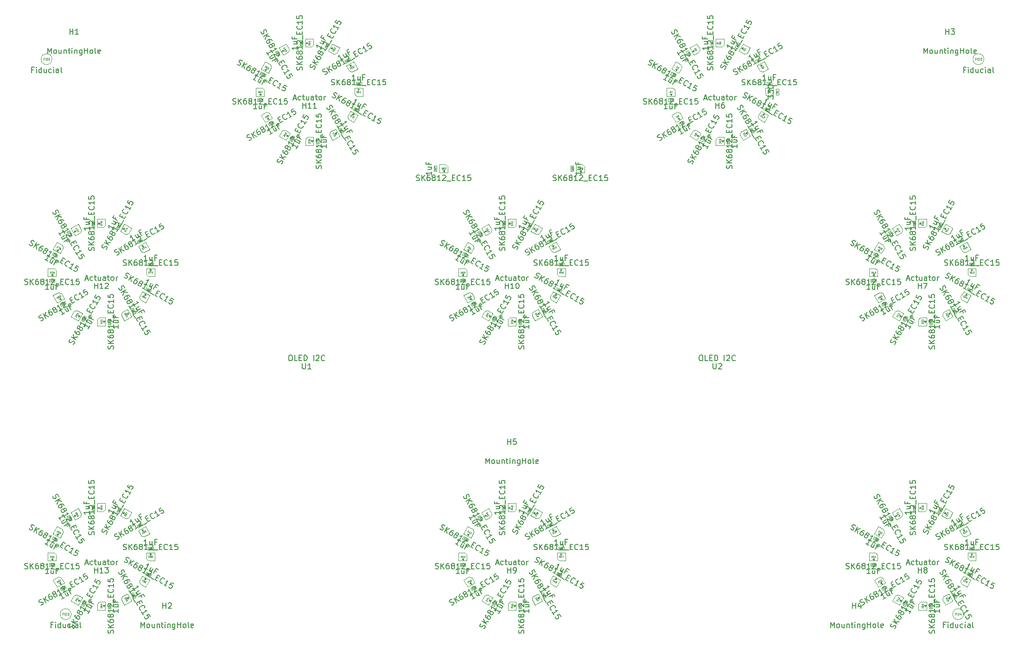
<source format=gbr>
%TF.GenerationSoftware,KiCad,Pcbnew,8.0.6+1*%
%TF.CreationDate,2024-12-15T21:07:01+00:00*%
%TF.ProjectId,pedalboard-display,70656461-6c62-46f6-9172-642d64697370,1.0.1-RC*%
%TF.SameCoordinates,Original*%
%TF.FileFunction,AssemblyDrawing,Top*%
%FSLAX46Y46*%
G04 Gerber Fmt 4.6, Leading zero omitted, Abs format (unit mm)*
G04 Created by KiCad (PCBNEW 8.0.6+1) date 2024-12-15 21:07:01*
%MOMM*%
%LPD*%
G01*
G04 APERTURE LIST*
%ADD10C,0.150000*%
%ADD11C,0.060000*%
%ADD12C,0.040000*%
%ADD13C,0.050000*%
%ADD14C,0.100000*%
G04 APERTURE END LIST*
D10*
X189819047Y-34931009D02*
X189485714Y-34931009D01*
X189485714Y-35454819D02*
X189485714Y-34454819D01*
X189485714Y-34454819D02*
X189961904Y-34454819D01*
X190342857Y-35454819D02*
X190342857Y-34788152D01*
X190342857Y-34454819D02*
X190295238Y-34502438D01*
X190295238Y-34502438D02*
X190342857Y-34550057D01*
X190342857Y-34550057D02*
X190390476Y-34502438D01*
X190390476Y-34502438D02*
X190342857Y-34454819D01*
X190342857Y-34454819D02*
X190342857Y-34550057D01*
X191247618Y-35454819D02*
X191247618Y-34454819D01*
X191247618Y-35407200D02*
X191152380Y-35454819D01*
X191152380Y-35454819D02*
X190961904Y-35454819D01*
X190961904Y-35454819D02*
X190866666Y-35407200D01*
X190866666Y-35407200D02*
X190819047Y-35359580D01*
X190819047Y-35359580D02*
X190771428Y-35264342D01*
X190771428Y-35264342D02*
X190771428Y-34978628D01*
X190771428Y-34978628D02*
X190819047Y-34883390D01*
X190819047Y-34883390D02*
X190866666Y-34835771D01*
X190866666Y-34835771D02*
X190961904Y-34788152D01*
X190961904Y-34788152D02*
X191152380Y-34788152D01*
X191152380Y-34788152D02*
X191247618Y-34835771D01*
X192152380Y-34788152D02*
X192152380Y-35454819D01*
X191723809Y-34788152D02*
X191723809Y-35311961D01*
X191723809Y-35311961D02*
X191771428Y-35407200D01*
X191771428Y-35407200D02*
X191866666Y-35454819D01*
X191866666Y-35454819D02*
X192009523Y-35454819D01*
X192009523Y-35454819D02*
X192104761Y-35407200D01*
X192104761Y-35407200D02*
X192152380Y-35359580D01*
X193057142Y-35407200D02*
X192961904Y-35454819D01*
X192961904Y-35454819D02*
X192771428Y-35454819D01*
X192771428Y-35454819D02*
X192676190Y-35407200D01*
X192676190Y-35407200D02*
X192628571Y-35359580D01*
X192628571Y-35359580D02*
X192580952Y-35264342D01*
X192580952Y-35264342D02*
X192580952Y-34978628D01*
X192580952Y-34978628D02*
X192628571Y-34883390D01*
X192628571Y-34883390D02*
X192676190Y-34835771D01*
X192676190Y-34835771D02*
X192771428Y-34788152D01*
X192771428Y-34788152D02*
X192961904Y-34788152D01*
X192961904Y-34788152D02*
X193057142Y-34835771D01*
X193485714Y-35454819D02*
X193485714Y-34788152D01*
X193485714Y-34454819D02*
X193438095Y-34502438D01*
X193438095Y-34502438D02*
X193485714Y-34550057D01*
X193485714Y-34550057D02*
X193533333Y-34502438D01*
X193533333Y-34502438D02*
X193485714Y-34454819D01*
X193485714Y-34454819D02*
X193485714Y-34550057D01*
X194390475Y-35454819D02*
X194390475Y-34931009D01*
X194390475Y-34931009D02*
X194342856Y-34835771D01*
X194342856Y-34835771D02*
X194247618Y-34788152D01*
X194247618Y-34788152D02*
X194057142Y-34788152D01*
X194057142Y-34788152D02*
X193961904Y-34835771D01*
X194390475Y-35407200D02*
X194295237Y-35454819D01*
X194295237Y-35454819D02*
X194057142Y-35454819D01*
X194057142Y-35454819D02*
X193961904Y-35407200D01*
X193961904Y-35407200D02*
X193914285Y-35311961D01*
X193914285Y-35311961D02*
X193914285Y-35216723D01*
X193914285Y-35216723D02*
X193961904Y-35121485D01*
X193961904Y-35121485D02*
X194057142Y-35073866D01*
X194057142Y-35073866D02*
X194295237Y-35073866D01*
X194295237Y-35073866D02*
X194390475Y-35026247D01*
X195009523Y-35454819D02*
X194914285Y-35407200D01*
X194914285Y-35407200D02*
X194866666Y-35311961D01*
X194866666Y-35311961D02*
X194866666Y-34454819D01*
D11*
X191771429Y-32972403D02*
X191638096Y-32972403D01*
X191638096Y-33181927D02*
X191638096Y-32781927D01*
X191638096Y-32781927D02*
X191828572Y-32781927D01*
X191980953Y-33181927D02*
X191980953Y-32781927D01*
X192171429Y-33181927D02*
X192171429Y-32781927D01*
X192171429Y-32781927D02*
X192266667Y-32781927D01*
X192266667Y-32781927D02*
X192323810Y-32800975D01*
X192323810Y-32800975D02*
X192361905Y-32839070D01*
X192361905Y-32839070D02*
X192380952Y-32877165D01*
X192380952Y-32877165D02*
X192400000Y-32953356D01*
X192400000Y-32953356D02*
X192400000Y-33010499D01*
X192400000Y-33010499D02*
X192380952Y-33086689D01*
X192380952Y-33086689D02*
X192361905Y-33124784D01*
X192361905Y-33124784D02*
X192323810Y-33162880D01*
X192323810Y-33162880D02*
X192266667Y-33181927D01*
X192266667Y-33181927D02*
X192171429Y-33181927D01*
X192552381Y-32820022D02*
X192571429Y-32800975D01*
X192571429Y-32800975D02*
X192609524Y-32781927D01*
X192609524Y-32781927D02*
X192704762Y-32781927D01*
X192704762Y-32781927D02*
X192742857Y-32800975D01*
X192742857Y-32800975D02*
X192761905Y-32820022D01*
X192761905Y-32820022D02*
X192780952Y-32858118D01*
X192780952Y-32858118D02*
X192780952Y-32896213D01*
X192780952Y-32896213D02*
X192761905Y-32953356D01*
X192761905Y-32953356D02*
X192533333Y-33181927D01*
X192533333Y-33181927D02*
X192780952Y-33181927D01*
D10*
X62493907Y-32224651D02*
X62208192Y-31729779D01*
X62351049Y-31977215D02*
X63217075Y-31477215D01*
X63217075Y-31477215D02*
X63045738Y-31466165D01*
X63045738Y-31466165D02*
X62915640Y-31431305D01*
X62915640Y-31431305D02*
X62826782Y-31372636D01*
X63499828Y-32633625D02*
X62922478Y-32966958D01*
X63285543Y-32262471D02*
X62831910Y-32524376D01*
X62831910Y-32524376D02*
X62773241Y-32613234D01*
X62773241Y-32613234D02*
X62779621Y-32719522D01*
X62779621Y-32719522D02*
X62851049Y-32843240D01*
X62851049Y-32843240D02*
X62939908Y-32901909D01*
X62939908Y-32901909D02*
X63004957Y-32919339D01*
X63780872Y-33406122D02*
X63614206Y-33117446D01*
X63160573Y-33379351D02*
X64026599Y-32879351D01*
X64026599Y-32879351D02*
X64264694Y-33291744D01*
D12*
X64031903Y-31838433D02*
X64015641Y-31834075D01*
X64015641Y-31834075D02*
X63987474Y-31809098D01*
X63987474Y-31809098D02*
X63975570Y-31788478D01*
X63975570Y-31788478D02*
X63968022Y-31751597D01*
X63968022Y-31751597D02*
X63976737Y-31719072D01*
X63976737Y-31719072D02*
X63991404Y-31696858D01*
X63991404Y-31696858D02*
X64026691Y-31662738D01*
X64026691Y-31662738D02*
X64057621Y-31644881D01*
X64057621Y-31644881D02*
X64104812Y-31631381D01*
X64104812Y-31631381D02*
X64131385Y-31629786D01*
X64131385Y-31629786D02*
X64163909Y-31638501D01*
X64163909Y-31638501D02*
X64192076Y-31663478D01*
X64192076Y-31663478D02*
X64203981Y-31684098D01*
X64203981Y-31684098D02*
X64211528Y-31720980D01*
X64211528Y-31720980D02*
X64207171Y-31737242D01*
X64334933Y-31910914D02*
X64311124Y-31869675D01*
X64311124Y-31869675D02*
X64288909Y-31855008D01*
X64288909Y-31855008D02*
X64272647Y-31850650D01*
X64272647Y-31850650D02*
X64229812Y-31847888D01*
X64229812Y-31847888D02*
X64182621Y-31861387D01*
X64182621Y-31861387D02*
X64100142Y-31909007D01*
X64100142Y-31909007D02*
X64085475Y-31931221D01*
X64085475Y-31931221D02*
X64081117Y-31947483D01*
X64081117Y-31947483D02*
X64082712Y-31974055D01*
X64082712Y-31974055D02*
X64106522Y-32015295D01*
X64106522Y-32015295D02*
X64128737Y-32029962D01*
X64128737Y-32029962D02*
X64144999Y-32034319D01*
X64144999Y-32034319D02*
X64171571Y-32032724D01*
X64171571Y-32032724D02*
X64223120Y-32002963D01*
X64223120Y-32002963D02*
X64237787Y-31980748D01*
X64237787Y-31980748D02*
X64242145Y-31964486D01*
X64242145Y-31964486D02*
X64240550Y-31937914D01*
X64240550Y-31937914D02*
X64216740Y-31896674D01*
X64216740Y-31896674D02*
X64194526Y-31882007D01*
X64194526Y-31882007D02*
X64178263Y-31877650D01*
X64178263Y-31877650D02*
X64151691Y-31879245D01*
X64459933Y-32127420D02*
X64400409Y-32024322D01*
X64400409Y-32024322D02*
X64291358Y-32073536D01*
X64291358Y-32073536D02*
X64307621Y-32077894D01*
X64307621Y-32077894D02*
X64329835Y-32092561D01*
X64329835Y-32092561D02*
X64359597Y-32144110D01*
X64359597Y-32144110D02*
X64361192Y-32170682D01*
X64361192Y-32170682D02*
X64356835Y-32186944D01*
X64356835Y-32186944D02*
X64342167Y-32209159D01*
X64342167Y-32209159D02*
X64290618Y-32238921D01*
X64290618Y-32238921D02*
X64264046Y-32240516D01*
X64264046Y-32240516D02*
X64247784Y-32236158D01*
X64247784Y-32236158D02*
X64225569Y-32221491D01*
X64225569Y-32221491D02*
X64195808Y-32169942D01*
X64195808Y-32169942D02*
X64194213Y-32143370D01*
X64194213Y-32143370D02*
X64198570Y-32127108D01*
D10*
X115404761Y-69824819D02*
X114833333Y-69824819D01*
X115119047Y-69824819D02*
X115119047Y-68824819D01*
X115119047Y-68824819D02*
X115023809Y-68967676D01*
X115023809Y-68967676D02*
X114928571Y-69062914D01*
X114928571Y-69062914D02*
X114833333Y-69110533D01*
X116261904Y-69158152D02*
X116261904Y-69824819D01*
X115833333Y-69158152D02*
X115833333Y-69681961D01*
X115833333Y-69681961D02*
X115880952Y-69777200D01*
X115880952Y-69777200D02*
X115976190Y-69824819D01*
X115976190Y-69824819D02*
X116119047Y-69824819D01*
X116119047Y-69824819D02*
X116214285Y-69777200D01*
X116214285Y-69777200D02*
X116261904Y-69729580D01*
X117071428Y-69301009D02*
X116738095Y-69301009D01*
X116738095Y-69824819D02*
X116738095Y-68824819D01*
X116738095Y-68824819D02*
X117214285Y-68824819D01*
D12*
X115839285Y-70619765D02*
X115827381Y-70631670D01*
X115827381Y-70631670D02*
X115791666Y-70643574D01*
X115791666Y-70643574D02*
X115767857Y-70643574D01*
X115767857Y-70643574D02*
X115732143Y-70631670D01*
X115732143Y-70631670D02*
X115708333Y-70607860D01*
X115708333Y-70607860D02*
X115696428Y-70584050D01*
X115696428Y-70584050D02*
X115684524Y-70536431D01*
X115684524Y-70536431D02*
X115684524Y-70500717D01*
X115684524Y-70500717D02*
X115696428Y-70453098D01*
X115696428Y-70453098D02*
X115708333Y-70429289D01*
X115708333Y-70429289D02*
X115732143Y-70405479D01*
X115732143Y-70405479D02*
X115767857Y-70393574D01*
X115767857Y-70393574D02*
X115791666Y-70393574D01*
X115791666Y-70393574D02*
X115827381Y-70405479D01*
X115827381Y-70405479D02*
X115839285Y-70417384D01*
X116053571Y-70476908D02*
X116053571Y-70643574D01*
X115994047Y-70381670D02*
X115934524Y-70560241D01*
X115934524Y-70560241D02*
X116089285Y-70560241D01*
X116196428Y-70643574D02*
X116244047Y-70643574D01*
X116244047Y-70643574D02*
X116267857Y-70631670D01*
X116267857Y-70631670D02*
X116279761Y-70619765D01*
X116279761Y-70619765D02*
X116303571Y-70584050D01*
X116303571Y-70584050D02*
X116315476Y-70536431D01*
X116315476Y-70536431D02*
X116315476Y-70441193D01*
X116315476Y-70441193D02*
X116303571Y-70417384D01*
X116303571Y-70417384D02*
X116291666Y-70405479D01*
X116291666Y-70405479D02*
X116267857Y-70393574D01*
X116267857Y-70393574D02*
X116220238Y-70393574D01*
X116220238Y-70393574D02*
X116196428Y-70405479D01*
X116196428Y-70405479D02*
X116184523Y-70417384D01*
X116184523Y-70417384D02*
X116172619Y-70441193D01*
X116172619Y-70441193D02*
X116172619Y-70500717D01*
X116172619Y-70500717D02*
X116184523Y-70524527D01*
X116184523Y-70524527D02*
X116196428Y-70536431D01*
X116196428Y-70536431D02*
X116220238Y-70548336D01*
X116220238Y-70548336D02*
X116267857Y-70548336D01*
X116267857Y-70548336D02*
X116291666Y-70536431D01*
X116291666Y-70536431D02*
X116303571Y-70524527D01*
X116303571Y-70524527D02*
X116315476Y-70500717D01*
D10*
X185174803Y-126813321D02*
X185204992Y-126960848D01*
X185204992Y-126960848D02*
X185324039Y-127167045D01*
X185324039Y-127167045D02*
X185412898Y-127225714D01*
X185412898Y-127225714D02*
X185477947Y-127243144D01*
X185477947Y-127243144D02*
X185584235Y-127236764D01*
X185584235Y-127236764D02*
X185666713Y-127189145D01*
X185666713Y-127189145D02*
X185725382Y-127100287D01*
X185725382Y-127100287D02*
X185742812Y-127035238D01*
X185742812Y-127035238D02*
X185736432Y-126928950D01*
X185736432Y-126928950D02*
X185682434Y-126740183D01*
X185682434Y-126740183D02*
X185676054Y-126633895D01*
X185676054Y-126633895D02*
X185693484Y-126568846D01*
X185693484Y-126568846D02*
X185752153Y-126479988D01*
X185752153Y-126479988D02*
X185834631Y-126432368D01*
X185834631Y-126432368D02*
X185940920Y-126425989D01*
X185940920Y-126425989D02*
X186005968Y-126443419D01*
X186005968Y-126443419D02*
X186094827Y-126502088D01*
X186094827Y-126502088D02*
X186213874Y-126708284D01*
X186213874Y-126708284D02*
X186244064Y-126855812D01*
X185633563Y-127703156D02*
X186499589Y-127203156D01*
X185919278Y-128198027D02*
X186199864Y-127541159D01*
X186785303Y-127698027D02*
X186004717Y-127488870D01*
X187213874Y-128440335D02*
X187118636Y-128275378D01*
X187118636Y-128275378D02*
X187029778Y-128216709D01*
X187029778Y-128216709D02*
X186964729Y-128199279D01*
X186964729Y-128199279D02*
X186793392Y-128188229D01*
X186793392Y-128188229D02*
X186604625Y-128242228D01*
X186604625Y-128242228D02*
X186274711Y-128432704D01*
X186274711Y-128432704D02*
X186216042Y-128521562D01*
X186216042Y-128521562D02*
X186198612Y-128586611D01*
X186198612Y-128586611D02*
X186204992Y-128692899D01*
X186204992Y-128692899D02*
X186300230Y-128857856D01*
X186300230Y-128857856D02*
X186389088Y-128916525D01*
X186389088Y-128916525D02*
X186454137Y-128933955D01*
X186454137Y-128933955D02*
X186560425Y-128927575D01*
X186560425Y-128927575D02*
X186766622Y-128808528D01*
X186766622Y-128808528D02*
X186825291Y-128719670D01*
X186825291Y-128719670D02*
X186842721Y-128654621D01*
X186842721Y-128654621D02*
X186836341Y-128548333D01*
X186836341Y-128548333D02*
X186741103Y-128383375D01*
X186741103Y-128383375D02*
X186652244Y-128324706D01*
X186652244Y-128324706D02*
X186587196Y-128307276D01*
X186587196Y-128307276D02*
X186480907Y-128313656D01*
X187176054Y-129231971D02*
X187169674Y-129125683D01*
X187169674Y-129125683D02*
X187187104Y-129060634D01*
X187187104Y-129060634D02*
X187245773Y-128971776D01*
X187245773Y-128971776D02*
X187287012Y-128947966D01*
X187287012Y-128947966D02*
X187393301Y-128941586D01*
X187393301Y-128941586D02*
X187458349Y-128959016D01*
X187458349Y-128959016D02*
X187547208Y-129017685D01*
X187547208Y-129017685D02*
X187642446Y-129182642D01*
X187642446Y-129182642D02*
X187648826Y-129288931D01*
X187648826Y-129288931D02*
X187631396Y-129353979D01*
X187631396Y-129353979D02*
X187572727Y-129442838D01*
X187572727Y-129442838D02*
X187531487Y-129466647D01*
X187531487Y-129466647D02*
X187425199Y-129473027D01*
X187425199Y-129473027D02*
X187360150Y-129455597D01*
X187360150Y-129455597D02*
X187271292Y-129396928D01*
X187271292Y-129396928D02*
X187176054Y-129231971D01*
X187176054Y-129231971D02*
X187087196Y-129173302D01*
X187087196Y-129173302D02*
X187022147Y-129155872D01*
X187022147Y-129155872D02*
X186915859Y-129162252D01*
X186915859Y-129162252D02*
X186750901Y-129257490D01*
X186750901Y-129257490D02*
X186692232Y-129346348D01*
X186692232Y-129346348D02*
X186674803Y-129411397D01*
X186674803Y-129411397D02*
X186681182Y-129517685D01*
X186681182Y-129517685D02*
X186776420Y-129682642D01*
X186776420Y-129682642D02*
X186865279Y-129741312D01*
X186865279Y-129741312D02*
X186930328Y-129758741D01*
X186930328Y-129758741D02*
X187036616Y-129752362D01*
X187036616Y-129752362D02*
X187201573Y-129657124D01*
X187201573Y-129657124D02*
X187260242Y-129568265D01*
X187260242Y-129568265D02*
X187277672Y-129503216D01*
X187277672Y-129503216D02*
X187271292Y-129396928D01*
X187347849Y-130672386D02*
X187062135Y-130177514D01*
X187204992Y-130424950D02*
X188071017Y-129924950D01*
X188071017Y-129924950D02*
X187899680Y-129913900D01*
X187899680Y-129913900D02*
X187769583Y-129879040D01*
X187769583Y-129879040D02*
X187680724Y-129820371D01*
X188321872Y-130549919D02*
X188386921Y-130567349D01*
X188386921Y-130567349D02*
X188475779Y-130626018D01*
X188475779Y-130626018D02*
X188594827Y-130832215D01*
X188594827Y-130832215D02*
X188601207Y-130938503D01*
X188601207Y-130938503D02*
X188583777Y-131003552D01*
X188583777Y-131003552D02*
X188525108Y-131092410D01*
X188525108Y-131092410D02*
X188442629Y-131140029D01*
X188442629Y-131140029D02*
X188295102Y-131170218D01*
X188295102Y-131170218D02*
X187514516Y-130961061D01*
X187514516Y-130961061D02*
X187824040Y-131497172D01*
X187836799Y-131709748D02*
X188217751Y-132369577D01*
X188872910Y-132266250D02*
X189039577Y-132554925D01*
X188657373Y-132940548D02*
X188419278Y-132528155D01*
X188419278Y-132528155D02*
X189285303Y-132028155D01*
X189285303Y-132028155D02*
X189523398Y-132440548D01*
X189239852Y-133758954D02*
X189174803Y-133741525D01*
X189174803Y-133741525D02*
X189062135Y-133641616D01*
X189062135Y-133641616D02*
X189014516Y-133559138D01*
X189014516Y-133559138D02*
X188984327Y-133411610D01*
X188984327Y-133411610D02*
X189019186Y-133281512D01*
X189019186Y-133281512D02*
X189077855Y-133192654D01*
X189077855Y-133192654D02*
X189219003Y-133056177D01*
X189219003Y-133056177D02*
X189342721Y-132984748D01*
X189342721Y-132984748D02*
X189531488Y-132930749D01*
X189531488Y-132930749D02*
X189637776Y-132924370D01*
X189637776Y-132924370D02*
X189767873Y-132959229D01*
X189767873Y-132959229D02*
X189880541Y-133059138D01*
X189880541Y-133059138D02*
X189928160Y-133141616D01*
X189928160Y-133141616D02*
X189958350Y-133289144D01*
X189958350Y-133289144D02*
X189940920Y-133354192D01*
X189633564Y-134631359D02*
X189347849Y-134136488D01*
X189490706Y-134383924D02*
X190356732Y-133883924D01*
X190356732Y-133883924D02*
X190185395Y-133872874D01*
X190185395Y-133872874D02*
X190055297Y-133838014D01*
X190055297Y-133838014D02*
X189966439Y-133779345D01*
X190951970Y-134914906D02*
X190713875Y-134502513D01*
X190713875Y-134502513D02*
X190277672Y-134699369D01*
X190277672Y-134699369D02*
X190342721Y-134716799D01*
X190342721Y-134716799D02*
X190431579Y-134775468D01*
X190431579Y-134775468D02*
X190550627Y-134981665D01*
X190550627Y-134981665D02*
X190557007Y-135087953D01*
X190557007Y-135087953D02*
X190539577Y-135153002D01*
X190539577Y-135153002D02*
X190480908Y-135241860D01*
X190480908Y-135241860D02*
X190274711Y-135360908D01*
X190274711Y-135360908D02*
X190168423Y-135367287D01*
X190168423Y-135367287D02*
X190103374Y-135349858D01*
X190103374Y-135349858D02*
X190014516Y-135291188D01*
X190014516Y-135291188D02*
X189895468Y-135084992D01*
X189895468Y-135084992D02*
X189889089Y-134978704D01*
X189889089Y-134978704D02*
X189906518Y-134913655D01*
D13*
X186187416Y-131525190D02*
X186447224Y-131375190D01*
X186447224Y-131375190D02*
X186482938Y-131437049D01*
X186482938Y-131437049D02*
X186491995Y-131481307D01*
X186491995Y-131481307D02*
X186481537Y-131520336D01*
X186481537Y-131520336D02*
X186463937Y-131546994D01*
X186463937Y-131546994D02*
X186421592Y-131587937D01*
X186421592Y-131587937D02*
X186384477Y-131609366D01*
X186384477Y-131609366D02*
X186327847Y-131625565D01*
X186327847Y-131625565D02*
X186295960Y-131627479D01*
X186295960Y-131627479D02*
X186256931Y-131617021D01*
X186256931Y-131617021D02*
X186223131Y-131587049D01*
X186223131Y-131587049D02*
X186187416Y-131525190D01*
X186582938Y-131610254D02*
X186675796Y-131771087D01*
X186675796Y-131771087D02*
X186526821Y-131741628D01*
X186526821Y-131741628D02*
X186548250Y-131778743D01*
X186548250Y-131778743D02*
X186550164Y-131810629D01*
X186550164Y-131810629D02*
X186544935Y-131830144D01*
X186544935Y-131830144D02*
X186527334Y-131856802D01*
X186527334Y-131856802D02*
X186465475Y-131892516D01*
X186465475Y-131892516D02*
X186433589Y-131894430D01*
X186433589Y-131894430D02*
X186414074Y-131889201D01*
X186414074Y-131889201D02*
X186387416Y-131871600D01*
X186387416Y-131871600D02*
X186344559Y-131797369D01*
X186344559Y-131797369D02*
X186342645Y-131765483D01*
X186342645Y-131765483D02*
X186347874Y-131745968D01*
X186811510Y-132006151D02*
X186740081Y-131882433D01*
X186740081Y-131882433D02*
X186609220Y-131941490D01*
X186609220Y-131941490D02*
X186628735Y-131946719D01*
X186628735Y-131946719D02*
X186655393Y-131964320D01*
X186655393Y-131964320D02*
X186691107Y-132026179D01*
X186691107Y-132026179D02*
X186693021Y-132058065D01*
X186693021Y-132058065D02*
X186687792Y-132077580D01*
X186687792Y-132077580D02*
X186670191Y-132104237D01*
X186670191Y-132104237D02*
X186608332Y-132139951D01*
X186608332Y-132139951D02*
X186576446Y-132141865D01*
X186576446Y-132141865D02*
X186556931Y-132136636D01*
X186556931Y-132136636D02*
X186530273Y-132119036D01*
X186530273Y-132119036D02*
X186494559Y-132057177D01*
X186494559Y-132057177D02*
X186492645Y-132025290D01*
X186492645Y-132025290D02*
X186497874Y-132005776D01*
D10*
X35174803Y-74813321D02*
X35204992Y-74960848D01*
X35204992Y-74960848D02*
X35324039Y-75167045D01*
X35324039Y-75167045D02*
X35412898Y-75225714D01*
X35412898Y-75225714D02*
X35477947Y-75243144D01*
X35477947Y-75243144D02*
X35584235Y-75236764D01*
X35584235Y-75236764D02*
X35666713Y-75189145D01*
X35666713Y-75189145D02*
X35725382Y-75100287D01*
X35725382Y-75100287D02*
X35742812Y-75035238D01*
X35742812Y-75035238D02*
X35736432Y-74928950D01*
X35736432Y-74928950D02*
X35682434Y-74740183D01*
X35682434Y-74740183D02*
X35676054Y-74633895D01*
X35676054Y-74633895D02*
X35693484Y-74568846D01*
X35693484Y-74568846D02*
X35752153Y-74479988D01*
X35752153Y-74479988D02*
X35834631Y-74432368D01*
X35834631Y-74432368D02*
X35940920Y-74425989D01*
X35940920Y-74425989D02*
X36005968Y-74443419D01*
X36005968Y-74443419D02*
X36094827Y-74502088D01*
X36094827Y-74502088D02*
X36213874Y-74708284D01*
X36213874Y-74708284D02*
X36244064Y-74855812D01*
X35633563Y-75703156D02*
X36499589Y-75203156D01*
X35919278Y-76198027D02*
X36199864Y-75541159D01*
X36785303Y-75698027D02*
X36004717Y-75488870D01*
X37213874Y-76440335D02*
X37118636Y-76275378D01*
X37118636Y-76275378D02*
X37029778Y-76216709D01*
X37029778Y-76216709D02*
X36964729Y-76199279D01*
X36964729Y-76199279D02*
X36793392Y-76188229D01*
X36793392Y-76188229D02*
X36604625Y-76242228D01*
X36604625Y-76242228D02*
X36274711Y-76432704D01*
X36274711Y-76432704D02*
X36216042Y-76521562D01*
X36216042Y-76521562D02*
X36198612Y-76586611D01*
X36198612Y-76586611D02*
X36204992Y-76692899D01*
X36204992Y-76692899D02*
X36300230Y-76857856D01*
X36300230Y-76857856D02*
X36389088Y-76916525D01*
X36389088Y-76916525D02*
X36454137Y-76933955D01*
X36454137Y-76933955D02*
X36560425Y-76927575D01*
X36560425Y-76927575D02*
X36766622Y-76808528D01*
X36766622Y-76808528D02*
X36825291Y-76719670D01*
X36825291Y-76719670D02*
X36842721Y-76654621D01*
X36842721Y-76654621D02*
X36836341Y-76548333D01*
X36836341Y-76548333D02*
X36741103Y-76383375D01*
X36741103Y-76383375D02*
X36652244Y-76324706D01*
X36652244Y-76324706D02*
X36587196Y-76307276D01*
X36587196Y-76307276D02*
X36480907Y-76313656D01*
X37176054Y-77231971D02*
X37169674Y-77125683D01*
X37169674Y-77125683D02*
X37187104Y-77060634D01*
X37187104Y-77060634D02*
X37245773Y-76971776D01*
X37245773Y-76971776D02*
X37287012Y-76947966D01*
X37287012Y-76947966D02*
X37393301Y-76941586D01*
X37393301Y-76941586D02*
X37458349Y-76959016D01*
X37458349Y-76959016D02*
X37547208Y-77017685D01*
X37547208Y-77017685D02*
X37642446Y-77182642D01*
X37642446Y-77182642D02*
X37648826Y-77288931D01*
X37648826Y-77288931D02*
X37631396Y-77353979D01*
X37631396Y-77353979D02*
X37572727Y-77442838D01*
X37572727Y-77442838D02*
X37531487Y-77466647D01*
X37531487Y-77466647D02*
X37425199Y-77473027D01*
X37425199Y-77473027D02*
X37360150Y-77455597D01*
X37360150Y-77455597D02*
X37271292Y-77396928D01*
X37271292Y-77396928D02*
X37176054Y-77231971D01*
X37176054Y-77231971D02*
X37087196Y-77173302D01*
X37087196Y-77173302D02*
X37022147Y-77155872D01*
X37022147Y-77155872D02*
X36915859Y-77162252D01*
X36915859Y-77162252D02*
X36750901Y-77257490D01*
X36750901Y-77257490D02*
X36692232Y-77346348D01*
X36692232Y-77346348D02*
X36674803Y-77411397D01*
X36674803Y-77411397D02*
X36681182Y-77517685D01*
X36681182Y-77517685D02*
X36776420Y-77682642D01*
X36776420Y-77682642D02*
X36865279Y-77741312D01*
X36865279Y-77741312D02*
X36930328Y-77758741D01*
X36930328Y-77758741D02*
X37036616Y-77752362D01*
X37036616Y-77752362D02*
X37201573Y-77657124D01*
X37201573Y-77657124D02*
X37260242Y-77568265D01*
X37260242Y-77568265D02*
X37277672Y-77503216D01*
X37277672Y-77503216D02*
X37271292Y-77396928D01*
X37347849Y-78672386D02*
X37062135Y-78177514D01*
X37204992Y-78424950D02*
X38071017Y-77924950D01*
X38071017Y-77924950D02*
X37899680Y-77913900D01*
X37899680Y-77913900D02*
X37769583Y-77879040D01*
X37769583Y-77879040D02*
X37680724Y-77820371D01*
X38321872Y-78549919D02*
X38386921Y-78567349D01*
X38386921Y-78567349D02*
X38475779Y-78626018D01*
X38475779Y-78626018D02*
X38594827Y-78832215D01*
X38594827Y-78832215D02*
X38601207Y-78938503D01*
X38601207Y-78938503D02*
X38583777Y-79003552D01*
X38583777Y-79003552D02*
X38525108Y-79092410D01*
X38525108Y-79092410D02*
X38442629Y-79140029D01*
X38442629Y-79140029D02*
X38295102Y-79170218D01*
X38295102Y-79170218D02*
X37514516Y-78961061D01*
X37514516Y-78961061D02*
X37824040Y-79497172D01*
X37836799Y-79709748D02*
X38217751Y-80369577D01*
X38872910Y-80266250D02*
X39039577Y-80554925D01*
X38657373Y-80940548D02*
X38419278Y-80528155D01*
X38419278Y-80528155D02*
X39285303Y-80028155D01*
X39285303Y-80028155D02*
X39523398Y-80440548D01*
X39239852Y-81758954D02*
X39174803Y-81741525D01*
X39174803Y-81741525D02*
X39062135Y-81641616D01*
X39062135Y-81641616D02*
X39014516Y-81559138D01*
X39014516Y-81559138D02*
X38984327Y-81411610D01*
X38984327Y-81411610D02*
X39019186Y-81281512D01*
X39019186Y-81281512D02*
X39077855Y-81192654D01*
X39077855Y-81192654D02*
X39219003Y-81056177D01*
X39219003Y-81056177D02*
X39342721Y-80984748D01*
X39342721Y-80984748D02*
X39531488Y-80930749D01*
X39531488Y-80930749D02*
X39637776Y-80924370D01*
X39637776Y-80924370D02*
X39767873Y-80959229D01*
X39767873Y-80959229D02*
X39880541Y-81059138D01*
X39880541Y-81059138D02*
X39928160Y-81141616D01*
X39928160Y-81141616D02*
X39958350Y-81289144D01*
X39958350Y-81289144D02*
X39940920Y-81354192D01*
X39633564Y-82631359D02*
X39347849Y-82136488D01*
X39490706Y-82383924D02*
X40356732Y-81883924D01*
X40356732Y-81883924D02*
X40185395Y-81872874D01*
X40185395Y-81872874D02*
X40055297Y-81838014D01*
X40055297Y-81838014D02*
X39966439Y-81779345D01*
X40951970Y-82914906D02*
X40713875Y-82502513D01*
X40713875Y-82502513D02*
X40277672Y-82699369D01*
X40277672Y-82699369D02*
X40342721Y-82716799D01*
X40342721Y-82716799D02*
X40431579Y-82775468D01*
X40431579Y-82775468D02*
X40550627Y-82981665D01*
X40550627Y-82981665D02*
X40557007Y-83087953D01*
X40557007Y-83087953D02*
X40539577Y-83153002D01*
X40539577Y-83153002D02*
X40480908Y-83241860D01*
X40480908Y-83241860D02*
X40274711Y-83360908D01*
X40274711Y-83360908D02*
X40168423Y-83367287D01*
X40168423Y-83367287D02*
X40103374Y-83349858D01*
X40103374Y-83349858D02*
X40014516Y-83291188D01*
X40014516Y-83291188D02*
X39895468Y-83084992D01*
X39895468Y-83084992D02*
X39889089Y-82978704D01*
X39889089Y-82978704D02*
X39906518Y-82913655D01*
D13*
X36187416Y-79525190D02*
X36447224Y-79375190D01*
X36447224Y-79375190D02*
X36482938Y-79437049D01*
X36482938Y-79437049D02*
X36491995Y-79481307D01*
X36491995Y-79481307D02*
X36481537Y-79520336D01*
X36481537Y-79520336D02*
X36463937Y-79546994D01*
X36463937Y-79546994D02*
X36421592Y-79587937D01*
X36421592Y-79587937D02*
X36384477Y-79609366D01*
X36384477Y-79609366D02*
X36327847Y-79625565D01*
X36327847Y-79625565D02*
X36295960Y-79627479D01*
X36295960Y-79627479D02*
X36256931Y-79617021D01*
X36256931Y-79617021D02*
X36223131Y-79587049D01*
X36223131Y-79587049D02*
X36187416Y-79525190D01*
X36507307Y-79736399D02*
X36505393Y-79704512D01*
X36505393Y-79704512D02*
X36510622Y-79684998D01*
X36510622Y-79684998D02*
X36528222Y-79658340D01*
X36528222Y-79658340D02*
X36540594Y-79651197D01*
X36540594Y-79651197D02*
X36572481Y-79649283D01*
X36572481Y-79649283D02*
X36591995Y-79654512D01*
X36591995Y-79654512D02*
X36618653Y-79672113D01*
X36618653Y-79672113D02*
X36647224Y-79721600D01*
X36647224Y-79721600D02*
X36649138Y-79753487D01*
X36649138Y-79753487D02*
X36643909Y-79773001D01*
X36643909Y-79773001D02*
X36626308Y-79799659D01*
X36626308Y-79799659D02*
X36613937Y-79806802D01*
X36613937Y-79806802D02*
X36582050Y-79808715D01*
X36582050Y-79808715D02*
X36562536Y-79803487D01*
X36562536Y-79803487D02*
X36535878Y-79785886D01*
X36535878Y-79785886D02*
X36507307Y-79736399D01*
X36507307Y-79736399D02*
X36480649Y-79718798D01*
X36480649Y-79718798D02*
X36461134Y-79713569D01*
X36461134Y-79713569D02*
X36429248Y-79715483D01*
X36429248Y-79715483D02*
X36379761Y-79744054D01*
X36379761Y-79744054D02*
X36362160Y-79770712D01*
X36362160Y-79770712D02*
X36356931Y-79790226D01*
X36356931Y-79790226D02*
X36358845Y-79822113D01*
X36358845Y-79822113D02*
X36387416Y-79871600D01*
X36387416Y-79871600D02*
X36414074Y-79889201D01*
X36414074Y-79889201D02*
X36433589Y-79894430D01*
X36433589Y-79894430D02*
X36465475Y-79892516D01*
X36465475Y-79892516D02*
X36514962Y-79863944D01*
X36514962Y-79863944D02*
X36532563Y-79837287D01*
X36532563Y-79837287D02*
X36537792Y-79817772D01*
X36537792Y-79817772D02*
X36535878Y-79785886D01*
X36725795Y-79857690D02*
X36818653Y-80018523D01*
X36818653Y-80018523D02*
X36669678Y-79989063D01*
X36669678Y-79989063D02*
X36691107Y-80026179D01*
X36691107Y-80026179D02*
X36693021Y-80058065D01*
X36693021Y-80058065D02*
X36687792Y-80077580D01*
X36687792Y-80077580D02*
X36670191Y-80104237D01*
X36670191Y-80104237D02*
X36608332Y-80139951D01*
X36608332Y-80139951D02*
X36576446Y-80141865D01*
X36576446Y-80141865D02*
X36556931Y-80136636D01*
X36556931Y-80136636D02*
X36530273Y-80119036D01*
X36530273Y-80119036D02*
X36487416Y-80044805D01*
X36487416Y-80044805D02*
X36485502Y-80012918D01*
X36485502Y-80012918D02*
X36490731Y-79993404D01*
D10*
X184157200Y-137976190D02*
X184204819Y-137833333D01*
X184204819Y-137833333D02*
X184204819Y-137595238D01*
X184204819Y-137595238D02*
X184157200Y-137500000D01*
X184157200Y-137500000D02*
X184109580Y-137452381D01*
X184109580Y-137452381D02*
X184014342Y-137404762D01*
X184014342Y-137404762D02*
X183919104Y-137404762D01*
X183919104Y-137404762D02*
X183823866Y-137452381D01*
X183823866Y-137452381D02*
X183776247Y-137500000D01*
X183776247Y-137500000D02*
X183728628Y-137595238D01*
X183728628Y-137595238D02*
X183681009Y-137785714D01*
X183681009Y-137785714D02*
X183633390Y-137880952D01*
X183633390Y-137880952D02*
X183585771Y-137928571D01*
X183585771Y-137928571D02*
X183490533Y-137976190D01*
X183490533Y-137976190D02*
X183395295Y-137976190D01*
X183395295Y-137976190D02*
X183300057Y-137928571D01*
X183300057Y-137928571D02*
X183252438Y-137880952D01*
X183252438Y-137880952D02*
X183204819Y-137785714D01*
X183204819Y-137785714D02*
X183204819Y-137547619D01*
X183204819Y-137547619D02*
X183252438Y-137404762D01*
X184204819Y-136976190D02*
X183204819Y-136976190D01*
X184204819Y-136404762D02*
X183633390Y-136833333D01*
X183204819Y-136404762D02*
X183776247Y-136976190D01*
X183204819Y-135547619D02*
X183204819Y-135738095D01*
X183204819Y-135738095D02*
X183252438Y-135833333D01*
X183252438Y-135833333D02*
X183300057Y-135880952D01*
X183300057Y-135880952D02*
X183442914Y-135976190D01*
X183442914Y-135976190D02*
X183633390Y-136023809D01*
X183633390Y-136023809D02*
X184014342Y-136023809D01*
X184014342Y-136023809D02*
X184109580Y-135976190D01*
X184109580Y-135976190D02*
X184157200Y-135928571D01*
X184157200Y-135928571D02*
X184204819Y-135833333D01*
X184204819Y-135833333D02*
X184204819Y-135642857D01*
X184204819Y-135642857D02*
X184157200Y-135547619D01*
X184157200Y-135547619D02*
X184109580Y-135500000D01*
X184109580Y-135500000D02*
X184014342Y-135452381D01*
X184014342Y-135452381D02*
X183776247Y-135452381D01*
X183776247Y-135452381D02*
X183681009Y-135500000D01*
X183681009Y-135500000D02*
X183633390Y-135547619D01*
X183633390Y-135547619D02*
X183585771Y-135642857D01*
X183585771Y-135642857D02*
X183585771Y-135833333D01*
X183585771Y-135833333D02*
X183633390Y-135928571D01*
X183633390Y-135928571D02*
X183681009Y-135976190D01*
X183681009Y-135976190D02*
X183776247Y-136023809D01*
X183633390Y-134880952D02*
X183585771Y-134976190D01*
X183585771Y-134976190D02*
X183538152Y-135023809D01*
X183538152Y-135023809D02*
X183442914Y-135071428D01*
X183442914Y-135071428D02*
X183395295Y-135071428D01*
X183395295Y-135071428D02*
X183300057Y-135023809D01*
X183300057Y-135023809D02*
X183252438Y-134976190D01*
X183252438Y-134976190D02*
X183204819Y-134880952D01*
X183204819Y-134880952D02*
X183204819Y-134690476D01*
X183204819Y-134690476D02*
X183252438Y-134595238D01*
X183252438Y-134595238D02*
X183300057Y-134547619D01*
X183300057Y-134547619D02*
X183395295Y-134500000D01*
X183395295Y-134500000D02*
X183442914Y-134500000D01*
X183442914Y-134500000D02*
X183538152Y-134547619D01*
X183538152Y-134547619D02*
X183585771Y-134595238D01*
X183585771Y-134595238D02*
X183633390Y-134690476D01*
X183633390Y-134690476D02*
X183633390Y-134880952D01*
X183633390Y-134880952D02*
X183681009Y-134976190D01*
X183681009Y-134976190D02*
X183728628Y-135023809D01*
X183728628Y-135023809D02*
X183823866Y-135071428D01*
X183823866Y-135071428D02*
X184014342Y-135071428D01*
X184014342Y-135071428D02*
X184109580Y-135023809D01*
X184109580Y-135023809D02*
X184157200Y-134976190D01*
X184157200Y-134976190D02*
X184204819Y-134880952D01*
X184204819Y-134880952D02*
X184204819Y-134690476D01*
X184204819Y-134690476D02*
X184157200Y-134595238D01*
X184157200Y-134595238D02*
X184109580Y-134547619D01*
X184109580Y-134547619D02*
X184014342Y-134500000D01*
X184014342Y-134500000D02*
X183823866Y-134500000D01*
X183823866Y-134500000D02*
X183728628Y-134547619D01*
X183728628Y-134547619D02*
X183681009Y-134595238D01*
X183681009Y-134595238D02*
X183633390Y-134690476D01*
X184204819Y-133547619D02*
X184204819Y-134119047D01*
X184204819Y-133833333D02*
X183204819Y-133833333D01*
X183204819Y-133833333D02*
X183347676Y-133928571D01*
X183347676Y-133928571D02*
X183442914Y-134023809D01*
X183442914Y-134023809D02*
X183490533Y-134119047D01*
X183300057Y-133166666D02*
X183252438Y-133119047D01*
X183252438Y-133119047D02*
X183204819Y-133023809D01*
X183204819Y-133023809D02*
X183204819Y-132785714D01*
X183204819Y-132785714D02*
X183252438Y-132690476D01*
X183252438Y-132690476D02*
X183300057Y-132642857D01*
X183300057Y-132642857D02*
X183395295Y-132595238D01*
X183395295Y-132595238D02*
X183490533Y-132595238D01*
X183490533Y-132595238D02*
X183633390Y-132642857D01*
X183633390Y-132642857D02*
X184204819Y-133214285D01*
X184204819Y-133214285D02*
X184204819Y-132595238D01*
X184300057Y-132404762D02*
X184300057Y-131642857D01*
X183681009Y-131404761D02*
X183681009Y-131071428D01*
X184204819Y-130928571D02*
X184204819Y-131404761D01*
X184204819Y-131404761D02*
X183204819Y-131404761D01*
X183204819Y-131404761D02*
X183204819Y-130928571D01*
X184109580Y-129928571D02*
X184157200Y-129976190D01*
X184157200Y-129976190D02*
X184204819Y-130119047D01*
X184204819Y-130119047D02*
X184204819Y-130214285D01*
X184204819Y-130214285D02*
X184157200Y-130357142D01*
X184157200Y-130357142D02*
X184061961Y-130452380D01*
X184061961Y-130452380D02*
X183966723Y-130499999D01*
X183966723Y-130499999D02*
X183776247Y-130547618D01*
X183776247Y-130547618D02*
X183633390Y-130547618D01*
X183633390Y-130547618D02*
X183442914Y-130499999D01*
X183442914Y-130499999D02*
X183347676Y-130452380D01*
X183347676Y-130452380D02*
X183252438Y-130357142D01*
X183252438Y-130357142D02*
X183204819Y-130214285D01*
X183204819Y-130214285D02*
X183204819Y-130119047D01*
X183204819Y-130119047D02*
X183252438Y-129976190D01*
X183252438Y-129976190D02*
X183300057Y-129928571D01*
X184204819Y-128976190D02*
X184204819Y-129547618D01*
X184204819Y-129261904D02*
X183204819Y-129261904D01*
X183204819Y-129261904D02*
X183347676Y-129357142D01*
X183347676Y-129357142D02*
X183442914Y-129452380D01*
X183442914Y-129452380D02*
X183490533Y-129547618D01*
X183204819Y-128071428D02*
X183204819Y-128547618D01*
X183204819Y-128547618D02*
X183681009Y-128595237D01*
X183681009Y-128595237D02*
X183633390Y-128547618D01*
X183633390Y-128547618D02*
X183585771Y-128452380D01*
X183585771Y-128452380D02*
X183585771Y-128214285D01*
X183585771Y-128214285D02*
X183633390Y-128119047D01*
X183633390Y-128119047D02*
X183681009Y-128071428D01*
X183681009Y-128071428D02*
X183776247Y-128023809D01*
X183776247Y-128023809D02*
X184014342Y-128023809D01*
X184014342Y-128023809D02*
X184109580Y-128071428D01*
X184109580Y-128071428D02*
X184157200Y-128119047D01*
X184157200Y-128119047D02*
X184204819Y-128214285D01*
X184204819Y-128214285D02*
X184204819Y-128452380D01*
X184204819Y-128452380D02*
X184157200Y-128547618D01*
X184157200Y-128547618D02*
X184109580Y-128595237D01*
D13*
X182136185Y-133339285D02*
X181836185Y-133339285D01*
X181836185Y-133339285D02*
X181836185Y-133267856D01*
X181836185Y-133267856D02*
X181850471Y-133224999D01*
X181850471Y-133224999D02*
X181879042Y-133196428D01*
X181879042Y-133196428D02*
X181907614Y-133182142D01*
X181907614Y-133182142D02*
X181964757Y-133167856D01*
X181964757Y-133167856D02*
X182007614Y-133167856D01*
X182007614Y-133167856D02*
X182064757Y-133182142D01*
X182064757Y-133182142D02*
X182093328Y-133196428D01*
X182093328Y-133196428D02*
X182121900Y-133224999D01*
X182121900Y-133224999D02*
X182136185Y-133267856D01*
X182136185Y-133267856D02*
X182136185Y-133339285D01*
X181836185Y-133067856D02*
X181836185Y-132882142D01*
X181836185Y-132882142D02*
X181950471Y-132982142D01*
X181950471Y-132982142D02*
X181950471Y-132939285D01*
X181950471Y-132939285D02*
X181964757Y-132910714D01*
X181964757Y-132910714D02*
X181979042Y-132896428D01*
X181979042Y-132896428D02*
X182007614Y-132882142D01*
X182007614Y-132882142D02*
X182079042Y-132882142D01*
X182079042Y-132882142D02*
X182107614Y-132896428D01*
X182107614Y-132896428D02*
X182121900Y-132910714D01*
X182121900Y-132910714D02*
X182136185Y-132939285D01*
X182136185Y-132939285D02*
X182136185Y-133024999D01*
X182136185Y-133024999D02*
X182121900Y-133053571D01*
X182121900Y-133053571D02*
X182107614Y-133067856D01*
X181936185Y-132625000D02*
X182136185Y-132625000D01*
X181821900Y-132696428D02*
X182036185Y-132767857D01*
X182036185Y-132767857D02*
X182036185Y-132582142D01*
D10*
X148174803Y-41813321D02*
X148204992Y-41960848D01*
X148204992Y-41960848D02*
X148324039Y-42167045D01*
X148324039Y-42167045D02*
X148412898Y-42225714D01*
X148412898Y-42225714D02*
X148477947Y-42243144D01*
X148477947Y-42243144D02*
X148584235Y-42236764D01*
X148584235Y-42236764D02*
X148666713Y-42189145D01*
X148666713Y-42189145D02*
X148725382Y-42100287D01*
X148725382Y-42100287D02*
X148742812Y-42035238D01*
X148742812Y-42035238D02*
X148736432Y-41928950D01*
X148736432Y-41928950D02*
X148682434Y-41740183D01*
X148682434Y-41740183D02*
X148676054Y-41633895D01*
X148676054Y-41633895D02*
X148693484Y-41568846D01*
X148693484Y-41568846D02*
X148752153Y-41479988D01*
X148752153Y-41479988D02*
X148834631Y-41432368D01*
X148834631Y-41432368D02*
X148940920Y-41425989D01*
X148940920Y-41425989D02*
X149005968Y-41443419D01*
X149005968Y-41443419D02*
X149094827Y-41502088D01*
X149094827Y-41502088D02*
X149213874Y-41708284D01*
X149213874Y-41708284D02*
X149244064Y-41855812D01*
X148633563Y-42703156D02*
X149499589Y-42203156D01*
X148919278Y-43198027D02*
X149199864Y-42541159D01*
X149785303Y-42698027D02*
X149004717Y-42488870D01*
X150213874Y-43440335D02*
X150118636Y-43275378D01*
X150118636Y-43275378D02*
X150029778Y-43216709D01*
X150029778Y-43216709D02*
X149964729Y-43199279D01*
X149964729Y-43199279D02*
X149793392Y-43188229D01*
X149793392Y-43188229D02*
X149604625Y-43242228D01*
X149604625Y-43242228D02*
X149274711Y-43432704D01*
X149274711Y-43432704D02*
X149216042Y-43521562D01*
X149216042Y-43521562D02*
X149198612Y-43586611D01*
X149198612Y-43586611D02*
X149204992Y-43692899D01*
X149204992Y-43692899D02*
X149300230Y-43857856D01*
X149300230Y-43857856D02*
X149389088Y-43916525D01*
X149389088Y-43916525D02*
X149454137Y-43933955D01*
X149454137Y-43933955D02*
X149560425Y-43927575D01*
X149560425Y-43927575D02*
X149766622Y-43808528D01*
X149766622Y-43808528D02*
X149825291Y-43719670D01*
X149825291Y-43719670D02*
X149842721Y-43654621D01*
X149842721Y-43654621D02*
X149836341Y-43548333D01*
X149836341Y-43548333D02*
X149741103Y-43383375D01*
X149741103Y-43383375D02*
X149652244Y-43324706D01*
X149652244Y-43324706D02*
X149587196Y-43307276D01*
X149587196Y-43307276D02*
X149480907Y-43313656D01*
X150176054Y-44231971D02*
X150169674Y-44125683D01*
X150169674Y-44125683D02*
X150187104Y-44060634D01*
X150187104Y-44060634D02*
X150245773Y-43971776D01*
X150245773Y-43971776D02*
X150287012Y-43947966D01*
X150287012Y-43947966D02*
X150393301Y-43941586D01*
X150393301Y-43941586D02*
X150458349Y-43959016D01*
X150458349Y-43959016D02*
X150547208Y-44017685D01*
X150547208Y-44017685D02*
X150642446Y-44182642D01*
X150642446Y-44182642D02*
X150648826Y-44288931D01*
X150648826Y-44288931D02*
X150631396Y-44353979D01*
X150631396Y-44353979D02*
X150572727Y-44442838D01*
X150572727Y-44442838D02*
X150531487Y-44466647D01*
X150531487Y-44466647D02*
X150425199Y-44473027D01*
X150425199Y-44473027D02*
X150360150Y-44455597D01*
X150360150Y-44455597D02*
X150271292Y-44396928D01*
X150271292Y-44396928D02*
X150176054Y-44231971D01*
X150176054Y-44231971D02*
X150087196Y-44173302D01*
X150087196Y-44173302D02*
X150022147Y-44155872D01*
X150022147Y-44155872D02*
X149915859Y-44162252D01*
X149915859Y-44162252D02*
X149750901Y-44257490D01*
X149750901Y-44257490D02*
X149692232Y-44346348D01*
X149692232Y-44346348D02*
X149674803Y-44411397D01*
X149674803Y-44411397D02*
X149681182Y-44517685D01*
X149681182Y-44517685D02*
X149776420Y-44682642D01*
X149776420Y-44682642D02*
X149865279Y-44741312D01*
X149865279Y-44741312D02*
X149930328Y-44758741D01*
X149930328Y-44758741D02*
X150036616Y-44752362D01*
X150036616Y-44752362D02*
X150201573Y-44657124D01*
X150201573Y-44657124D02*
X150260242Y-44568265D01*
X150260242Y-44568265D02*
X150277672Y-44503216D01*
X150277672Y-44503216D02*
X150271292Y-44396928D01*
X150347849Y-45672386D02*
X150062135Y-45177514D01*
X150204992Y-45424950D02*
X151071017Y-44924950D01*
X151071017Y-44924950D02*
X150899680Y-44913900D01*
X150899680Y-44913900D02*
X150769583Y-44879040D01*
X150769583Y-44879040D02*
X150680724Y-44820371D01*
X151321872Y-45549919D02*
X151386921Y-45567349D01*
X151386921Y-45567349D02*
X151475779Y-45626018D01*
X151475779Y-45626018D02*
X151594827Y-45832215D01*
X151594827Y-45832215D02*
X151601207Y-45938503D01*
X151601207Y-45938503D02*
X151583777Y-46003552D01*
X151583777Y-46003552D02*
X151525108Y-46092410D01*
X151525108Y-46092410D02*
X151442629Y-46140029D01*
X151442629Y-46140029D02*
X151295102Y-46170218D01*
X151295102Y-46170218D02*
X150514516Y-45961061D01*
X150514516Y-45961061D02*
X150824040Y-46497172D01*
X150836799Y-46709748D02*
X151217751Y-47369577D01*
X151872910Y-47266250D02*
X152039577Y-47554925D01*
X151657373Y-47940548D02*
X151419278Y-47528155D01*
X151419278Y-47528155D02*
X152285303Y-47028155D01*
X152285303Y-47028155D02*
X152523398Y-47440548D01*
X152239852Y-48758954D02*
X152174803Y-48741525D01*
X152174803Y-48741525D02*
X152062135Y-48641616D01*
X152062135Y-48641616D02*
X152014516Y-48559138D01*
X152014516Y-48559138D02*
X151984327Y-48411610D01*
X151984327Y-48411610D02*
X152019186Y-48281512D01*
X152019186Y-48281512D02*
X152077855Y-48192654D01*
X152077855Y-48192654D02*
X152219003Y-48056177D01*
X152219003Y-48056177D02*
X152342721Y-47984748D01*
X152342721Y-47984748D02*
X152531488Y-47930749D01*
X152531488Y-47930749D02*
X152637776Y-47924370D01*
X152637776Y-47924370D02*
X152767873Y-47959229D01*
X152767873Y-47959229D02*
X152880541Y-48059138D01*
X152880541Y-48059138D02*
X152928160Y-48141616D01*
X152928160Y-48141616D02*
X152958350Y-48289144D01*
X152958350Y-48289144D02*
X152940920Y-48354192D01*
X152633564Y-49631359D02*
X152347849Y-49136488D01*
X152490706Y-49383924D02*
X153356732Y-48883924D01*
X153356732Y-48883924D02*
X153185395Y-48872874D01*
X153185395Y-48872874D02*
X153055297Y-48838014D01*
X153055297Y-48838014D02*
X152966439Y-48779345D01*
X153951970Y-49914906D02*
X153713875Y-49502513D01*
X153713875Y-49502513D02*
X153277672Y-49699369D01*
X153277672Y-49699369D02*
X153342721Y-49716799D01*
X153342721Y-49716799D02*
X153431579Y-49775468D01*
X153431579Y-49775468D02*
X153550627Y-49981665D01*
X153550627Y-49981665D02*
X153557007Y-50087953D01*
X153557007Y-50087953D02*
X153539577Y-50153002D01*
X153539577Y-50153002D02*
X153480908Y-50241860D01*
X153480908Y-50241860D02*
X153274711Y-50360908D01*
X153274711Y-50360908D02*
X153168423Y-50367287D01*
X153168423Y-50367287D02*
X153103374Y-50349858D01*
X153103374Y-50349858D02*
X153014516Y-50291188D01*
X153014516Y-50291188D02*
X152895468Y-50084992D01*
X152895468Y-50084992D02*
X152889089Y-49978704D01*
X152889089Y-49978704D02*
X152906518Y-49913655D01*
D13*
X149187416Y-46525190D02*
X149447224Y-46375190D01*
X149447224Y-46375190D02*
X149482938Y-46437049D01*
X149482938Y-46437049D02*
X149491995Y-46481307D01*
X149491995Y-46481307D02*
X149481537Y-46520336D01*
X149481537Y-46520336D02*
X149463937Y-46546994D01*
X149463937Y-46546994D02*
X149421592Y-46587937D01*
X149421592Y-46587937D02*
X149384477Y-46609366D01*
X149384477Y-46609366D02*
X149327847Y-46625565D01*
X149327847Y-46625565D02*
X149295960Y-46627479D01*
X149295960Y-46627479D02*
X149256931Y-46617021D01*
X149256931Y-46617021D02*
X149223131Y-46587049D01*
X149223131Y-46587049D02*
X149187416Y-46525190D01*
X149415988Y-46921087D02*
X149330274Y-46772626D01*
X149373131Y-46846857D02*
X149632938Y-46696857D01*
X149632938Y-46696857D02*
X149581537Y-46693541D01*
X149581537Y-46693541D02*
X149542508Y-46683084D01*
X149542508Y-46683084D02*
X149515851Y-46665483D01*
X149558845Y-47168523D02*
X149473131Y-47020061D01*
X149515988Y-47094292D02*
X149775795Y-46944292D01*
X149775795Y-46944292D02*
X149724394Y-46940977D01*
X149724394Y-46940977D02*
X149685365Y-46930519D01*
X149685365Y-46930519D02*
X149658708Y-46912918D01*
D10*
X179095237Y-125169104D02*
X179571427Y-125169104D01*
X178999999Y-125454819D02*
X179333332Y-124454819D01*
X179333332Y-124454819D02*
X179666665Y-125454819D01*
X180428570Y-125407200D02*
X180333332Y-125454819D01*
X180333332Y-125454819D02*
X180142856Y-125454819D01*
X180142856Y-125454819D02*
X180047618Y-125407200D01*
X180047618Y-125407200D02*
X179999999Y-125359580D01*
X179999999Y-125359580D02*
X179952380Y-125264342D01*
X179952380Y-125264342D02*
X179952380Y-124978628D01*
X179952380Y-124978628D02*
X179999999Y-124883390D01*
X179999999Y-124883390D02*
X180047618Y-124835771D01*
X180047618Y-124835771D02*
X180142856Y-124788152D01*
X180142856Y-124788152D02*
X180333332Y-124788152D01*
X180333332Y-124788152D02*
X180428570Y-124835771D01*
X180714285Y-124788152D02*
X181095237Y-124788152D01*
X180857142Y-124454819D02*
X180857142Y-125311961D01*
X180857142Y-125311961D02*
X180904761Y-125407200D01*
X180904761Y-125407200D02*
X180999999Y-125454819D01*
X180999999Y-125454819D02*
X181095237Y-125454819D01*
X181857142Y-124788152D02*
X181857142Y-125454819D01*
X181428571Y-124788152D02*
X181428571Y-125311961D01*
X181428571Y-125311961D02*
X181476190Y-125407200D01*
X181476190Y-125407200D02*
X181571428Y-125454819D01*
X181571428Y-125454819D02*
X181714285Y-125454819D01*
X181714285Y-125454819D02*
X181809523Y-125407200D01*
X181809523Y-125407200D02*
X181857142Y-125359580D01*
X182761904Y-125454819D02*
X182761904Y-124931009D01*
X182761904Y-124931009D02*
X182714285Y-124835771D01*
X182714285Y-124835771D02*
X182619047Y-124788152D01*
X182619047Y-124788152D02*
X182428571Y-124788152D01*
X182428571Y-124788152D02*
X182333333Y-124835771D01*
X182761904Y-125407200D02*
X182666666Y-125454819D01*
X182666666Y-125454819D02*
X182428571Y-125454819D01*
X182428571Y-125454819D02*
X182333333Y-125407200D01*
X182333333Y-125407200D02*
X182285714Y-125311961D01*
X182285714Y-125311961D02*
X182285714Y-125216723D01*
X182285714Y-125216723D02*
X182333333Y-125121485D01*
X182333333Y-125121485D02*
X182428571Y-125073866D01*
X182428571Y-125073866D02*
X182666666Y-125073866D01*
X182666666Y-125073866D02*
X182761904Y-125026247D01*
X183095238Y-124788152D02*
X183476190Y-124788152D01*
X183238095Y-124454819D02*
X183238095Y-125311961D01*
X183238095Y-125311961D02*
X183285714Y-125407200D01*
X183285714Y-125407200D02*
X183380952Y-125454819D01*
X183380952Y-125454819D02*
X183476190Y-125454819D01*
X183952381Y-125454819D02*
X183857143Y-125407200D01*
X183857143Y-125407200D02*
X183809524Y-125359580D01*
X183809524Y-125359580D02*
X183761905Y-125264342D01*
X183761905Y-125264342D02*
X183761905Y-124978628D01*
X183761905Y-124978628D02*
X183809524Y-124883390D01*
X183809524Y-124883390D02*
X183857143Y-124835771D01*
X183857143Y-124835771D02*
X183952381Y-124788152D01*
X183952381Y-124788152D02*
X184095238Y-124788152D01*
X184095238Y-124788152D02*
X184190476Y-124835771D01*
X184190476Y-124835771D02*
X184238095Y-124883390D01*
X184238095Y-124883390D02*
X184285714Y-124978628D01*
X184285714Y-124978628D02*
X184285714Y-125264342D01*
X184285714Y-125264342D02*
X184238095Y-125359580D01*
X184238095Y-125359580D02*
X184190476Y-125407200D01*
X184190476Y-125407200D02*
X184095238Y-125454819D01*
X184095238Y-125454819D02*
X183952381Y-125454819D01*
X184714286Y-125454819D02*
X184714286Y-124788152D01*
X184714286Y-124978628D02*
X184761905Y-124883390D01*
X184761905Y-124883390D02*
X184809524Y-124835771D01*
X184809524Y-124835771D02*
X184904762Y-124788152D01*
X184904762Y-124788152D02*
X185000000Y-124788152D01*
X181238095Y-126954819D02*
X181238095Y-125954819D01*
X181238095Y-126431009D02*
X181809523Y-126431009D01*
X181809523Y-126954819D02*
X181809523Y-125954819D01*
X182428571Y-126383390D02*
X182333333Y-126335771D01*
X182333333Y-126335771D02*
X182285714Y-126288152D01*
X182285714Y-126288152D02*
X182238095Y-126192914D01*
X182238095Y-126192914D02*
X182238095Y-126145295D01*
X182238095Y-126145295D02*
X182285714Y-126050057D01*
X182285714Y-126050057D02*
X182333333Y-126002438D01*
X182333333Y-126002438D02*
X182428571Y-125954819D01*
X182428571Y-125954819D02*
X182619047Y-125954819D01*
X182619047Y-125954819D02*
X182714285Y-126002438D01*
X182714285Y-126002438D02*
X182761904Y-126050057D01*
X182761904Y-126050057D02*
X182809523Y-126145295D01*
X182809523Y-126145295D02*
X182809523Y-126192914D01*
X182809523Y-126192914D02*
X182761904Y-126288152D01*
X182761904Y-126288152D02*
X182714285Y-126335771D01*
X182714285Y-126335771D02*
X182619047Y-126383390D01*
X182619047Y-126383390D02*
X182428571Y-126383390D01*
X182428571Y-126383390D02*
X182333333Y-126431009D01*
X182333333Y-126431009D02*
X182285714Y-126478628D01*
X182285714Y-126478628D02*
X182238095Y-126573866D01*
X182238095Y-126573866D02*
X182238095Y-126764342D01*
X182238095Y-126764342D02*
X182285714Y-126859580D01*
X182285714Y-126859580D02*
X182333333Y-126907200D01*
X182333333Y-126907200D02*
X182428571Y-126954819D01*
X182428571Y-126954819D02*
X182619047Y-126954819D01*
X182619047Y-126954819D02*
X182714285Y-126907200D01*
X182714285Y-126907200D02*
X182761904Y-126859580D01*
X182761904Y-126859580D02*
X182809523Y-126764342D01*
X182809523Y-126764342D02*
X182809523Y-126573866D01*
X182809523Y-126573866D02*
X182761904Y-126478628D01*
X182761904Y-126478628D02*
X182714285Y-126431009D01*
X182714285Y-126431009D02*
X182619047Y-126383390D01*
X111023809Y-70657200D02*
X111166666Y-70704819D01*
X111166666Y-70704819D02*
X111404761Y-70704819D01*
X111404761Y-70704819D02*
X111499999Y-70657200D01*
X111499999Y-70657200D02*
X111547618Y-70609580D01*
X111547618Y-70609580D02*
X111595237Y-70514342D01*
X111595237Y-70514342D02*
X111595237Y-70419104D01*
X111595237Y-70419104D02*
X111547618Y-70323866D01*
X111547618Y-70323866D02*
X111499999Y-70276247D01*
X111499999Y-70276247D02*
X111404761Y-70228628D01*
X111404761Y-70228628D02*
X111214285Y-70181009D01*
X111214285Y-70181009D02*
X111119047Y-70133390D01*
X111119047Y-70133390D02*
X111071428Y-70085771D01*
X111071428Y-70085771D02*
X111023809Y-69990533D01*
X111023809Y-69990533D02*
X111023809Y-69895295D01*
X111023809Y-69895295D02*
X111071428Y-69800057D01*
X111071428Y-69800057D02*
X111119047Y-69752438D01*
X111119047Y-69752438D02*
X111214285Y-69704819D01*
X111214285Y-69704819D02*
X111452380Y-69704819D01*
X111452380Y-69704819D02*
X111595237Y-69752438D01*
X112023809Y-70704819D02*
X112023809Y-69704819D01*
X112595237Y-70704819D02*
X112166666Y-70133390D01*
X112595237Y-69704819D02*
X112023809Y-70276247D01*
X113452380Y-69704819D02*
X113261904Y-69704819D01*
X113261904Y-69704819D02*
X113166666Y-69752438D01*
X113166666Y-69752438D02*
X113119047Y-69800057D01*
X113119047Y-69800057D02*
X113023809Y-69942914D01*
X113023809Y-69942914D02*
X112976190Y-70133390D01*
X112976190Y-70133390D02*
X112976190Y-70514342D01*
X112976190Y-70514342D02*
X113023809Y-70609580D01*
X113023809Y-70609580D02*
X113071428Y-70657200D01*
X113071428Y-70657200D02*
X113166666Y-70704819D01*
X113166666Y-70704819D02*
X113357142Y-70704819D01*
X113357142Y-70704819D02*
X113452380Y-70657200D01*
X113452380Y-70657200D02*
X113499999Y-70609580D01*
X113499999Y-70609580D02*
X113547618Y-70514342D01*
X113547618Y-70514342D02*
X113547618Y-70276247D01*
X113547618Y-70276247D02*
X113499999Y-70181009D01*
X113499999Y-70181009D02*
X113452380Y-70133390D01*
X113452380Y-70133390D02*
X113357142Y-70085771D01*
X113357142Y-70085771D02*
X113166666Y-70085771D01*
X113166666Y-70085771D02*
X113071428Y-70133390D01*
X113071428Y-70133390D02*
X113023809Y-70181009D01*
X113023809Y-70181009D02*
X112976190Y-70276247D01*
X114119047Y-70133390D02*
X114023809Y-70085771D01*
X114023809Y-70085771D02*
X113976190Y-70038152D01*
X113976190Y-70038152D02*
X113928571Y-69942914D01*
X113928571Y-69942914D02*
X113928571Y-69895295D01*
X113928571Y-69895295D02*
X113976190Y-69800057D01*
X113976190Y-69800057D02*
X114023809Y-69752438D01*
X114023809Y-69752438D02*
X114119047Y-69704819D01*
X114119047Y-69704819D02*
X114309523Y-69704819D01*
X114309523Y-69704819D02*
X114404761Y-69752438D01*
X114404761Y-69752438D02*
X114452380Y-69800057D01*
X114452380Y-69800057D02*
X114499999Y-69895295D01*
X114499999Y-69895295D02*
X114499999Y-69942914D01*
X114499999Y-69942914D02*
X114452380Y-70038152D01*
X114452380Y-70038152D02*
X114404761Y-70085771D01*
X114404761Y-70085771D02*
X114309523Y-70133390D01*
X114309523Y-70133390D02*
X114119047Y-70133390D01*
X114119047Y-70133390D02*
X114023809Y-70181009D01*
X114023809Y-70181009D02*
X113976190Y-70228628D01*
X113976190Y-70228628D02*
X113928571Y-70323866D01*
X113928571Y-70323866D02*
X113928571Y-70514342D01*
X113928571Y-70514342D02*
X113976190Y-70609580D01*
X113976190Y-70609580D02*
X114023809Y-70657200D01*
X114023809Y-70657200D02*
X114119047Y-70704819D01*
X114119047Y-70704819D02*
X114309523Y-70704819D01*
X114309523Y-70704819D02*
X114404761Y-70657200D01*
X114404761Y-70657200D02*
X114452380Y-70609580D01*
X114452380Y-70609580D02*
X114499999Y-70514342D01*
X114499999Y-70514342D02*
X114499999Y-70323866D01*
X114499999Y-70323866D02*
X114452380Y-70228628D01*
X114452380Y-70228628D02*
X114404761Y-70181009D01*
X114404761Y-70181009D02*
X114309523Y-70133390D01*
X115452380Y-70704819D02*
X114880952Y-70704819D01*
X115166666Y-70704819D02*
X115166666Y-69704819D01*
X115166666Y-69704819D02*
X115071428Y-69847676D01*
X115071428Y-69847676D02*
X114976190Y-69942914D01*
X114976190Y-69942914D02*
X114880952Y-69990533D01*
X115833333Y-69800057D02*
X115880952Y-69752438D01*
X115880952Y-69752438D02*
X115976190Y-69704819D01*
X115976190Y-69704819D02*
X116214285Y-69704819D01*
X116214285Y-69704819D02*
X116309523Y-69752438D01*
X116309523Y-69752438D02*
X116357142Y-69800057D01*
X116357142Y-69800057D02*
X116404761Y-69895295D01*
X116404761Y-69895295D02*
X116404761Y-69990533D01*
X116404761Y-69990533D02*
X116357142Y-70133390D01*
X116357142Y-70133390D02*
X115785714Y-70704819D01*
X115785714Y-70704819D02*
X116404761Y-70704819D01*
X116595238Y-70800057D02*
X117357142Y-70800057D01*
X117595238Y-70181009D02*
X117928571Y-70181009D01*
X118071428Y-70704819D02*
X117595238Y-70704819D01*
X117595238Y-70704819D02*
X117595238Y-69704819D01*
X117595238Y-69704819D02*
X118071428Y-69704819D01*
X119071428Y-70609580D02*
X119023809Y-70657200D01*
X119023809Y-70657200D02*
X118880952Y-70704819D01*
X118880952Y-70704819D02*
X118785714Y-70704819D01*
X118785714Y-70704819D02*
X118642857Y-70657200D01*
X118642857Y-70657200D02*
X118547619Y-70561961D01*
X118547619Y-70561961D02*
X118500000Y-70466723D01*
X118500000Y-70466723D02*
X118452381Y-70276247D01*
X118452381Y-70276247D02*
X118452381Y-70133390D01*
X118452381Y-70133390D02*
X118500000Y-69942914D01*
X118500000Y-69942914D02*
X118547619Y-69847676D01*
X118547619Y-69847676D02*
X118642857Y-69752438D01*
X118642857Y-69752438D02*
X118785714Y-69704819D01*
X118785714Y-69704819D02*
X118880952Y-69704819D01*
X118880952Y-69704819D02*
X119023809Y-69752438D01*
X119023809Y-69752438D02*
X119071428Y-69800057D01*
X120023809Y-70704819D02*
X119452381Y-70704819D01*
X119738095Y-70704819D02*
X119738095Y-69704819D01*
X119738095Y-69704819D02*
X119642857Y-69847676D01*
X119642857Y-69847676D02*
X119547619Y-69942914D01*
X119547619Y-69942914D02*
X119452381Y-69990533D01*
X120928571Y-69704819D02*
X120452381Y-69704819D01*
X120452381Y-69704819D02*
X120404762Y-70181009D01*
X120404762Y-70181009D02*
X120452381Y-70133390D01*
X120452381Y-70133390D02*
X120547619Y-70085771D01*
X120547619Y-70085771D02*
X120785714Y-70085771D01*
X120785714Y-70085771D02*
X120880952Y-70133390D01*
X120880952Y-70133390D02*
X120928571Y-70181009D01*
X120928571Y-70181009D02*
X120976190Y-70276247D01*
X120976190Y-70276247D02*
X120976190Y-70514342D01*
X120976190Y-70514342D02*
X120928571Y-70609580D01*
X120928571Y-70609580D02*
X120880952Y-70657200D01*
X120880952Y-70657200D02*
X120785714Y-70704819D01*
X120785714Y-70704819D02*
X120547619Y-70704819D01*
X120547619Y-70704819D02*
X120452381Y-70657200D01*
X120452381Y-70657200D02*
X120404762Y-70609580D01*
D13*
X115610714Y-72136185D02*
X115610714Y-71836185D01*
X115610714Y-71836185D02*
X115682143Y-71836185D01*
X115682143Y-71836185D02*
X115725000Y-71850471D01*
X115725000Y-71850471D02*
X115753571Y-71879042D01*
X115753571Y-71879042D02*
X115767857Y-71907614D01*
X115767857Y-71907614D02*
X115782143Y-71964757D01*
X115782143Y-71964757D02*
X115782143Y-72007614D01*
X115782143Y-72007614D02*
X115767857Y-72064757D01*
X115767857Y-72064757D02*
X115753571Y-72093328D01*
X115753571Y-72093328D02*
X115725000Y-72121900D01*
X115725000Y-72121900D02*
X115682143Y-72136185D01*
X115682143Y-72136185D02*
X115610714Y-72136185D01*
X116039286Y-71936185D02*
X116039286Y-72136185D01*
X115967857Y-71821900D02*
X115896428Y-72036185D01*
X115896428Y-72036185D02*
X116082143Y-72036185D01*
X116210714Y-72136185D02*
X116267857Y-72136185D01*
X116267857Y-72136185D02*
X116296428Y-72121900D01*
X116296428Y-72121900D02*
X116310714Y-72107614D01*
X116310714Y-72107614D02*
X116339285Y-72064757D01*
X116339285Y-72064757D02*
X116353571Y-72007614D01*
X116353571Y-72007614D02*
X116353571Y-71893328D01*
X116353571Y-71893328D02*
X116339285Y-71864757D01*
X116339285Y-71864757D02*
X116325000Y-71850471D01*
X116325000Y-71850471D02*
X116296428Y-71836185D01*
X116296428Y-71836185D02*
X116239285Y-71836185D01*
X116239285Y-71836185D02*
X116210714Y-71850471D01*
X116210714Y-71850471D02*
X116196428Y-71864757D01*
X116196428Y-71864757D02*
X116182142Y-71893328D01*
X116182142Y-71893328D02*
X116182142Y-71964757D01*
X116182142Y-71964757D02*
X116196428Y-71993328D01*
X116196428Y-71993328D02*
X116210714Y-72007614D01*
X116210714Y-72007614D02*
X116239285Y-72021900D01*
X116239285Y-72021900D02*
X116296428Y-72021900D01*
X116296428Y-72021900D02*
X116325000Y-72007614D01*
X116325000Y-72007614D02*
X116339285Y-71993328D01*
X116339285Y-71993328D02*
X116353571Y-71964757D01*
D10*
X142794819Y-30655238D02*
X142794819Y-31226666D01*
X142794819Y-30940952D02*
X141794819Y-30940952D01*
X141794819Y-30940952D02*
X141937676Y-31036190D01*
X141937676Y-31036190D02*
X142032914Y-31131428D01*
X142032914Y-31131428D02*
X142080533Y-31226666D01*
X142128152Y-29798095D02*
X142794819Y-29798095D01*
X142128152Y-30226666D02*
X142651961Y-30226666D01*
X142651961Y-30226666D02*
X142747200Y-30179047D01*
X142747200Y-30179047D02*
X142794819Y-30083809D01*
X142794819Y-30083809D02*
X142794819Y-29940952D01*
X142794819Y-29940952D02*
X142747200Y-29845714D01*
X142747200Y-29845714D02*
X142699580Y-29798095D01*
X142271009Y-28988571D02*
X142271009Y-29321904D01*
X142794819Y-29321904D02*
X141794819Y-29321904D01*
X141794819Y-29321904D02*
X141794819Y-28845714D01*
D12*
X143589765Y-30101666D02*
X143601670Y-30113570D01*
X143601670Y-30113570D02*
X143613574Y-30149285D01*
X143613574Y-30149285D02*
X143613574Y-30173094D01*
X143613574Y-30173094D02*
X143601670Y-30208808D01*
X143601670Y-30208808D02*
X143577860Y-30232618D01*
X143577860Y-30232618D02*
X143554050Y-30244523D01*
X143554050Y-30244523D02*
X143506431Y-30256427D01*
X143506431Y-30256427D02*
X143470717Y-30256427D01*
X143470717Y-30256427D02*
X143423098Y-30244523D01*
X143423098Y-30244523D02*
X143399289Y-30232618D01*
X143399289Y-30232618D02*
X143375479Y-30208808D01*
X143375479Y-30208808D02*
X143363574Y-30173094D01*
X143363574Y-30173094D02*
X143363574Y-30149285D01*
X143363574Y-30149285D02*
X143375479Y-30113570D01*
X143375479Y-30113570D02*
X143387384Y-30101666D01*
X143446908Y-29887380D02*
X143613574Y-29887380D01*
X143351670Y-29946904D02*
X143530241Y-30006427D01*
X143530241Y-30006427D02*
X143530241Y-29851666D01*
D10*
X25291918Y-79446092D02*
X24797046Y-79731807D01*
X25044482Y-79588950D02*
X24544482Y-78722924D01*
X24544482Y-78722924D02*
X24533432Y-78894261D01*
X24533432Y-78894261D02*
X24498572Y-79024359D01*
X24498572Y-79024359D02*
X24439903Y-79113217D01*
X25700892Y-78440171D02*
X26034225Y-79017521D01*
X25329738Y-78654456D02*
X25591643Y-79108089D01*
X25591643Y-79108089D02*
X25680501Y-79166758D01*
X25680501Y-79166758D02*
X25786789Y-79160378D01*
X25786789Y-79160378D02*
X25910507Y-79088950D01*
X25910507Y-79088950D02*
X25969176Y-79000091D01*
X25969176Y-79000091D02*
X25986606Y-78935042D01*
X26473389Y-78159127D02*
X26184713Y-78325793D01*
X26446618Y-78779426D02*
X25946618Y-77913400D01*
X25946618Y-77913400D02*
X26359011Y-77675305D01*
D12*
X24905700Y-77908096D02*
X24901342Y-77924358D01*
X24901342Y-77924358D02*
X24876365Y-77952525D01*
X24876365Y-77952525D02*
X24855745Y-77964429D01*
X24855745Y-77964429D02*
X24818864Y-77971977D01*
X24818864Y-77971977D02*
X24786339Y-77963262D01*
X24786339Y-77963262D02*
X24764125Y-77948595D01*
X24764125Y-77948595D02*
X24730005Y-77913308D01*
X24730005Y-77913308D02*
X24712148Y-77882378D01*
X24712148Y-77882378D02*
X24698648Y-77835187D01*
X24698648Y-77835187D02*
X24697053Y-77808614D01*
X24697053Y-77808614D02*
X24705768Y-77776090D01*
X24705768Y-77776090D02*
X24730745Y-77747923D01*
X24730745Y-77747923D02*
X24751365Y-77736018D01*
X24751365Y-77736018D02*
X24788247Y-77728471D01*
X24788247Y-77728471D02*
X24804509Y-77732828D01*
X24969894Y-77733569D02*
X24943322Y-77735164D01*
X24943322Y-77735164D02*
X24927060Y-77730806D01*
X24927060Y-77730806D02*
X24904845Y-77716139D01*
X24904845Y-77716139D02*
X24898893Y-77705829D01*
X24898893Y-77705829D02*
X24897298Y-77679257D01*
X24897298Y-77679257D02*
X24901655Y-77662995D01*
X24901655Y-77662995D02*
X24916322Y-77640780D01*
X24916322Y-77640780D02*
X24957562Y-77616971D01*
X24957562Y-77616971D02*
X24984134Y-77615376D01*
X24984134Y-77615376D02*
X25000396Y-77619733D01*
X25000396Y-77619733D02*
X25022610Y-77634400D01*
X25022610Y-77634400D02*
X25028563Y-77644710D01*
X25028563Y-77644710D02*
X25030158Y-77671282D01*
X25030158Y-77671282D02*
X25025800Y-77687545D01*
X25025800Y-77687545D02*
X25011133Y-77709759D01*
X25011133Y-77709759D02*
X24969894Y-77733569D01*
X24969894Y-77733569D02*
X24955227Y-77755783D01*
X24955227Y-77755783D02*
X24950869Y-77772045D01*
X24950869Y-77772045D02*
X24952464Y-77798617D01*
X24952464Y-77798617D02*
X24976274Y-77839857D01*
X24976274Y-77839857D02*
X24998488Y-77854524D01*
X24998488Y-77854524D02*
X25014750Y-77858882D01*
X25014750Y-77858882D02*
X25041322Y-77857287D01*
X25041322Y-77857287D02*
X25082562Y-77833477D01*
X25082562Y-77833477D02*
X25097229Y-77811262D01*
X25097229Y-77811262D02*
X25101586Y-77795000D01*
X25101586Y-77795000D02*
X25099991Y-77768428D01*
X25099991Y-77768428D02*
X25076182Y-77727189D01*
X25076182Y-77727189D02*
X25053967Y-77712522D01*
X25053967Y-77712522D02*
X25037705Y-77708164D01*
X25037705Y-77708164D02*
X25011133Y-77709759D01*
X25132828Y-77515780D02*
X25153448Y-77503876D01*
X25153448Y-77503876D02*
X25180020Y-77502281D01*
X25180020Y-77502281D02*
X25196282Y-77506638D01*
X25196282Y-77506638D02*
X25218497Y-77521305D01*
X25218497Y-77521305D02*
X25252616Y-77556592D01*
X25252616Y-77556592D02*
X25282378Y-77608141D01*
X25282378Y-77608141D02*
X25295878Y-77655333D01*
X25295878Y-77655333D02*
X25297473Y-77681905D01*
X25297473Y-77681905D02*
X25293115Y-77698167D01*
X25293115Y-77698167D02*
X25278448Y-77720382D01*
X25278448Y-77720382D02*
X25257828Y-77732287D01*
X25257828Y-77732287D02*
X25231256Y-77733882D01*
X25231256Y-77733882D02*
X25214994Y-77729524D01*
X25214994Y-77729524D02*
X25192780Y-77714857D01*
X25192780Y-77714857D02*
X25158660Y-77679570D01*
X25158660Y-77679570D02*
X25128898Y-77628021D01*
X25128898Y-77628021D02*
X25115399Y-77580829D01*
X25115399Y-77580829D02*
X25113804Y-77554257D01*
X25113804Y-77554257D02*
X25118161Y-77537995D01*
X25118161Y-77537995D02*
X25132828Y-77515780D01*
D10*
X110174803Y-74813321D02*
X110204992Y-74960848D01*
X110204992Y-74960848D02*
X110324039Y-75167045D01*
X110324039Y-75167045D02*
X110412898Y-75225714D01*
X110412898Y-75225714D02*
X110477947Y-75243144D01*
X110477947Y-75243144D02*
X110584235Y-75236764D01*
X110584235Y-75236764D02*
X110666713Y-75189145D01*
X110666713Y-75189145D02*
X110725382Y-75100287D01*
X110725382Y-75100287D02*
X110742812Y-75035238D01*
X110742812Y-75035238D02*
X110736432Y-74928950D01*
X110736432Y-74928950D02*
X110682434Y-74740183D01*
X110682434Y-74740183D02*
X110676054Y-74633895D01*
X110676054Y-74633895D02*
X110693484Y-74568846D01*
X110693484Y-74568846D02*
X110752153Y-74479988D01*
X110752153Y-74479988D02*
X110834631Y-74432368D01*
X110834631Y-74432368D02*
X110940920Y-74425989D01*
X110940920Y-74425989D02*
X111005968Y-74443419D01*
X111005968Y-74443419D02*
X111094827Y-74502088D01*
X111094827Y-74502088D02*
X111213874Y-74708284D01*
X111213874Y-74708284D02*
X111244064Y-74855812D01*
X110633563Y-75703156D02*
X111499589Y-75203156D01*
X110919278Y-76198027D02*
X111199864Y-75541159D01*
X111785303Y-75698027D02*
X111004717Y-75488870D01*
X112213874Y-76440335D02*
X112118636Y-76275378D01*
X112118636Y-76275378D02*
X112029778Y-76216709D01*
X112029778Y-76216709D02*
X111964729Y-76199279D01*
X111964729Y-76199279D02*
X111793392Y-76188229D01*
X111793392Y-76188229D02*
X111604625Y-76242228D01*
X111604625Y-76242228D02*
X111274711Y-76432704D01*
X111274711Y-76432704D02*
X111216042Y-76521562D01*
X111216042Y-76521562D02*
X111198612Y-76586611D01*
X111198612Y-76586611D02*
X111204992Y-76692899D01*
X111204992Y-76692899D02*
X111300230Y-76857856D01*
X111300230Y-76857856D02*
X111389088Y-76916525D01*
X111389088Y-76916525D02*
X111454137Y-76933955D01*
X111454137Y-76933955D02*
X111560425Y-76927575D01*
X111560425Y-76927575D02*
X111766622Y-76808528D01*
X111766622Y-76808528D02*
X111825291Y-76719670D01*
X111825291Y-76719670D02*
X111842721Y-76654621D01*
X111842721Y-76654621D02*
X111836341Y-76548333D01*
X111836341Y-76548333D02*
X111741103Y-76383375D01*
X111741103Y-76383375D02*
X111652244Y-76324706D01*
X111652244Y-76324706D02*
X111587196Y-76307276D01*
X111587196Y-76307276D02*
X111480907Y-76313656D01*
X112176054Y-77231971D02*
X112169674Y-77125683D01*
X112169674Y-77125683D02*
X112187104Y-77060634D01*
X112187104Y-77060634D02*
X112245773Y-76971776D01*
X112245773Y-76971776D02*
X112287012Y-76947966D01*
X112287012Y-76947966D02*
X112393301Y-76941586D01*
X112393301Y-76941586D02*
X112458349Y-76959016D01*
X112458349Y-76959016D02*
X112547208Y-77017685D01*
X112547208Y-77017685D02*
X112642446Y-77182642D01*
X112642446Y-77182642D02*
X112648826Y-77288931D01*
X112648826Y-77288931D02*
X112631396Y-77353979D01*
X112631396Y-77353979D02*
X112572727Y-77442838D01*
X112572727Y-77442838D02*
X112531487Y-77466647D01*
X112531487Y-77466647D02*
X112425199Y-77473027D01*
X112425199Y-77473027D02*
X112360150Y-77455597D01*
X112360150Y-77455597D02*
X112271292Y-77396928D01*
X112271292Y-77396928D02*
X112176054Y-77231971D01*
X112176054Y-77231971D02*
X112087196Y-77173302D01*
X112087196Y-77173302D02*
X112022147Y-77155872D01*
X112022147Y-77155872D02*
X111915859Y-77162252D01*
X111915859Y-77162252D02*
X111750901Y-77257490D01*
X111750901Y-77257490D02*
X111692232Y-77346348D01*
X111692232Y-77346348D02*
X111674803Y-77411397D01*
X111674803Y-77411397D02*
X111681182Y-77517685D01*
X111681182Y-77517685D02*
X111776420Y-77682642D01*
X111776420Y-77682642D02*
X111865279Y-77741312D01*
X111865279Y-77741312D02*
X111930328Y-77758741D01*
X111930328Y-77758741D02*
X112036616Y-77752362D01*
X112036616Y-77752362D02*
X112201573Y-77657124D01*
X112201573Y-77657124D02*
X112260242Y-77568265D01*
X112260242Y-77568265D02*
X112277672Y-77503216D01*
X112277672Y-77503216D02*
X112271292Y-77396928D01*
X112347849Y-78672386D02*
X112062135Y-78177514D01*
X112204992Y-78424950D02*
X113071017Y-77924950D01*
X113071017Y-77924950D02*
X112899680Y-77913900D01*
X112899680Y-77913900D02*
X112769583Y-77879040D01*
X112769583Y-77879040D02*
X112680724Y-77820371D01*
X113321872Y-78549919D02*
X113386921Y-78567349D01*
X113386921Y-78567349D02*
X113475779Y-78626018D01*
X113475779Y-78626018D02*
X113594827Y-78832215D01*
X113594827Y-78832215D02*
X113601207Y-78938503D01*
X113601207Y-78938503D02*
X113583777Y-79003552D01*
X113583777Y-79003552D02*
X113525108Y-79092410D01*
X113525108Y-79092410D02*
X113442629Y-79140029D01*
X113442629Y-79140029D02*
X113295102Y-79170218D01*
X113295102Y-79170218D02*
X112514516Y-78961061D01*
X112514516Y-78961061D02*
X112824040Y-79497172D01*
X112836799Y-79709748D02*
X113217751Y-80369577D01*
X113872910Y-80266250D02*
X114039577Y-80554925D01*
X113657373Y-80940548D02*
X113419278Y-80528155D01*
X113419278Y-80528155D02*
X114285303Y-80028155D01*
X114285303Y-80028155D02*
X114523398Y-80440548D01*
X114239852Y-81758954D02*
X114174803Y-81741525D01*
X114174803Y-81741525D02*
X114062135Y-81641616D01*
X114062135Y-81641616D02*
X114014516Y-81559138D01*
X114014516Y-81559138D02*
X113984327Y-81411610D01*
X113984327Y-81411610D02*
X114019186Y-81281512D01*
X114019186Y-81281512D02*
X114077855Y-81192654D01*
X114077855Y-81192654D02*
X114219003Y-81056177D01*
X114219003Y-81056177D02*
X114342721Y-80984748D01*
X114342721Y-80984748D02*
X114531488Y-80930749D01*
X114531488Y-80930749D02*
X114637776Y-80924370D01*
X114637776Y-80924370D02*
X114767873Y-80959229D01*
X114767873Y-80959229D02*
X114880541Y-81059138D01*
X114880541Y-81059138D02*
X114928160Y-81141616D01*
X114928160Y-81141616D02*
X114958350Y-81289144D01*
X114958350Y-81289144D02*
X114940920Y-81354192D01*
X114633564Y-82631359D02*
X114347849Y-82136488D01*
X114490706Y-82383924D02*
X115356732Y-81883924D01*
X115356732Y-81883924D02*
X115185395Y-81872874D01*
X115185395Y-81872874D02*
X115055297Y-81838014D01*
X115055297Y-81838014D02*
X114966439Y-81779345D01*
X115951970Y-82914906D02*
X115713875Y-82502513D01*
X115713875Y-82502513D02*
X115277672Y-82699369D01*
X115277672Y-82699369D02*
X115342721Y-82716799D01*
X115342721Y-82716799D02*
X115431579Y-82775468D01*
X115431579Y-82775468D02*
X115550627Y-82981665D01*
X115550627Y-82981665D02*
X115557007Y-83087953D01*
X115557007Y-83087953D02*
X115539577Y-83153002D01*
X115539577Y-83153002D02*
X115480908Y-83241860D01*
X115480908Y-83241860D02*
X115274711Y-83360908D01*
X115274711Y-83360908D02*
X115168423Y-83367287D01*
X115168423Y-83367287D02*
X115103374Y-83349858D01*
X115103374Y-83349858D02*
X115014516Y-83291188D01*
X115014516Y-83291188D02*
X114895468Y-83084992D01*
X114895468Y-83084992D02*
X114889089Y-82978704D01*
X114889089Y-82978704D02*
X114906518Y-82913655D01*
D13*
X111187416Y-79525190D02*
X111447224Y-79375190D01*
X111447224Y-79375190D02*
X111482938Y-79437049D01*
X111482938Y-79437049D02*
X111491995Y-79481307D01*
X111491995Y-79481307D02*
X111481537Y-79520336D01*
X111481537Y-79520336D02*
X111463937Y-79546994D01*
X111463937Y-79546994D02*
X111421592Y-79587937D01*
X111421592Y-79587937D02*
X111384477Y-79609366D01*
X111384477Y-79609366D02*
X111327847Y-79625565D01*
X111327847Y-79625565D02*
X111295960Y-79627479D01*
X111295960Y-79627479D02*
X111256931Y-79617021D01*
X111256931Y-79617021D02*
X111223131Y-79587049D01*
X111223131Y-79587049D02*
X111187416Y-79525190D01*
X111668653Y-79758715D02*
X111597224Y-79634998D01*
X111597224Y-79634998D02*
X111466363Y-79694054D01*
X111466363Y-79694054D02*
X111485878Y-79699283D01*
X111485878Y-79699283D02*
X111512536Y-79716884D01*
X111512536Y-79716884D02*
X111548250Y-79778743D01*
X111548250Y-79778743D02*
X111550164Y-79810629D01*
X111550164Y-79810629D02*
X111544935Y-79830144D01*
X111544935Y-79830144D02*
X111527334Y-79856802D01*
X111527334Y-79856802D02*
X111465475Y-79892516D01*
X111465475Y-79892516D02*
X111433589Y-79894430D01*
X111433589Y-79894430D02*
X111414074Y-79889201D01*
X111414074Y-79889201D02*
X111387416Y-79871600D01*
X111387416Y-79871600D02*
X111351702Y-79809741D01*
X111351702Y-79809741D02*
X111349788Y-79777855D01*
X111349788Y-79777855D02*
X111355017Y-79758340D01*
X111487416Y-80044805D02*
X111515988Y-80094292D01*
X111515988Y-80094292D02*
X111542645Y-80111893D01*
X111542645Y-80111893D02*
X111562160Y-80117122D01*
X111562160Y-80117122D02*
X111613561Y-80120437D01*
X111613561Y-80120437D02*
X111670191Y-80104237D01*
X111670191Y-80104237D02*
X111769165Y-80047094D01*
X111769165Y-80047094D02*
X111786766Y-80020437D01*
X111786766Y-80020437D02*
X111791995Y-80000922D01*
X111791995Y-80000922D02*
X111790081Y-79969036D01*
X111790081Y-79969036D02*
X111761510Y-79919548D01*
X111761510Y-79919548D02*
X111734852Y-79901948D01*
X111734852Y-79901948D02*
X111715338Y-79896719D01*
X111715338Y-79896719D02*
X111683451Y-79898633D01*
X111683451Y-79898633D02*
X111621592Y-79934347D01*
X111621592Y-79934347D02*
X111603991Y-79961005D01*
X111603991Y-79961005D02*
X111598762Y-79980519D01*
X111598762Y-79980519D02*
X111600676Y-80012406D01*
X111600676Y-80012406D02*
X111629248Y-80061893D01*
X111629248Y-80061893D02*
X111655905Y-80079494D01*
X111655905Y-80079494D02*
X111675420Y-80084722D01*
X111675420Y-80084722D02*
X111707306Y-80082809D01*
D10*
X175291918Y-131446092D02*
X174797046Y-131731807D01*
X175044482Y-131588950D02*
X174544482Y-130722924D01*
X174544482Y-130722924D02*
X174533432Y-130894261D01*
X174533432Y-130894261D02*
X174498572Y-131024359D01*
X174498572Y-131024359D02*
X174439903Y-131113217D01*
X175700892Y-130440171D02*
X176034225Y-131017521D01*
X175329738Y-130654456D02*
X175591643Y-131108089D01*
X175591643Y-131108089D02*
X175680501Y-131166758D01*
X175680501Y-131166758D02*
X175786789Y-131160378D01*
X175786789Y-131160378D02*
X175910507Y-131088950D01*
X175910507Y-131088950D02*
X175969176Y-131000091D01*
X175969176Y-131000091D02*
X175986606Y-130935042D01*
X176473389Y-130159127D02*
X176184713Y-130325793D01*
X176446618Y-130779426D02*
X175946618Y-129913400D01*
X175946618Y-129913400D02*
X176359011Y-129675305D01*
D12*
X174905700Y-129908096D02*
X174901342Y-129924358D01*
X174901342Y-129924358D02*
X174876365Y-129952525D01*
X174876365Y-129952525D02*
X174855745Y-129964429D01*
X174855745Y-129964429D02*
X174818864Y-129971977D01*
X174818864Y-129971977D02*
X174786339Y-129963262D01*
X174786339Y-129963262D02*
X174764125Y-129948595D01*
X174764125Y-129948595D02*
X174730005Y-129913308D01*
X174730005Y-129913308D02*
X174712148Y-129882378D01*
X174712148Y-129882378D02*
X174698648Y-129835187D01*
X174698648Y-129835187D02*
X174697053Y-129808614D01*
X174697053Y-129808614D02*
X174705768Y-129776090D01*
X174705768Y-129776090D02*
X174730745Y-129747923D01*
X174730745Y-129747923D02*
X174751365Y-129736018D01*
X174751365Y-129736018D02*
X174788247Y-129728471D01*
X174788247Y-129728471D02*
X174804509Y-129732828D01*
X174864773Y-129670542D02*
X174998801Y-129593161D01*
X174998801Y-129593161D02*
X174974251Y-129717306D01*
X174974251Y-129717306D02*
X175005181Y-129699449D01*
X175005181Y-129699449D02*
X175031753Y-129697854D01*
X175031753Y-129697854D02*
X175048015Y-129702212D01*
X175048015Y-129702212D02*
X175070230Y-129716879D01*
X175070230Y-129716879D02*
X175099991Y-129768428D01*
X175099991Y-129768428D02*
X175101586Y-129795000D01*
X175101586Y-129795000D02*
X175097229Y-129811262D01*
X175097229Y-129811262D02*
X175082562Y-129833477D01*
X175082562Y-129833477D02*
X175020703Y-129869191D01*
X175020703Y-129869191D02*
X174994131Y-129870786D01*
X174994131Y-129870786D02*
X174977868Y-129866429D01*
X175093184Y-129566162D02*
X175097542Y-129549900D01*
X175097542Y-129549900D02*
X175112209Y-129527685D01*
X175112209Y-129527685D02*
X175163758Y-129497923D01*
X175163758Y-129497923D02*
X175190330Y-129496328D01*
X175190330Y-129496328D02*
X175206592Y-129500686D01*
X175206592Y-129500686D02*
X175228807Y-129515353D01*
X175228807Y-129515353D02*
X175240712Y-129535973D01*
X175240712Y-129535973D02*
X175248259Y-129572854D01*
X175248259Y-129572854D02*
X175195970Y-129768001D01*
X175195970Y-129768001D02*
X175329997Y-129690620D01*
D10*
X36023809Y-70657200D02*
X36166666Y-70704819D01*
X36166666Y-70704819D02*
X36404761Y-70704819D01*
X36404761Y-70704819D02*
X36499999Y-70657200D01*
X36499999Y-70657200D02*
X36547618Y-70609580D01*
X36547618Y-70609580D02*
X36595237Y-70514342D01*
X36595237Y-70514342D02*
X36595237Y-70419104D01*
X36595237Y-70419104D02*
X36547618Y-70323866D01*
X36547618Y-70323866D02*
X36499999Y-70276247D01*
X36499999Y-70276247D02*
X36404761Y-70228628D01*
X36404761Y-70228628D02*
X36214285Y-70181009D01*
X36214285Y-70181009D02*
X36119047Y-70133390D01*
X36119047Y-70133390D02*
X36071428Y-70085771D01*
X36071428Y-70085771D02*
X36023809Y-69990533D01*
X36023809Y-69990533D02*
X36023809Y-69895295D01*
X36023809Y-69895295D02*
X36071428Y-69800057D01*
X36071428Y-69800057D02*
X36119047Y-69752438D01*
X36119047Y-69752438D02*
X36214285Y-69704819D01*
X36214285Y-69704819D02*
X36452380Y-69704819D01*
X36452380Y-69704819D02*
X36595237Y-69752438D01*
X37023809Y-70704819D02*
X37023809Y-69704819D01*
X37595237Y-70704819D02*
X37166666Y-70133390D01*
X37595237Y-69704819D02*
X37023809Y-70276247D01*
X38452380Y-69704819D02*
X38261904Y-69704819D01*
X38261904Y-69704819D02*
X38166666Y-69752438D01*
X38166666Y-69752438D02*
X38119047Y-69800057D01*
X38119047Y-69800057D02*
X38023809Y-69942914D01*
X38023809Y-69942914D02*
X37976190Y-70133390D01*
X37976190Y-70133390D02*
X37976190Y-70514342D01*
X37976190Y-70514342D02*
X38023809Y-70609580D01*
X38023809Y-70609580D02*
X38071428Y-70657200D01*
X38071428Y-70657200D02*
X38166666Y-70704819D01*
X38166666Y-70704819D02*
X38357142Y-70704819D01*
X38357142Y-70704819D02*
X38452380Y-70657200D01*
X38452380Y-70657200D02*
X38499999Y-70609580D01*
X38499999Y-70609580D02*
X38547618Y-70514342D01*
X38547618Y-70514342D02*
X38547618Y-70276247D01*
X38547618Y-70276247D02*
X38499999Y-70181009D01*
X38499999Y-70181009D02*
X38452380Y-70133390D01*
X38452380Y-70133390D02*
X38357142Y-70085771D01*
X38357142Y-70085771D02*
X38166666Y-70085771D01*
X38166666Y-70085771D02*
X38071428Y-70133390D01*
X38071428Y-70133390D02*
X38023809Y-70181009D01*
X38023809Y-70181009D02*
X37976190Y-70276247D01*
X39119047Y-70133390D02*
X39023809Y-70085771D01*
X39023809Y-70085771D02*
X38976190Y-70038152D01*
X38976190Y-70038152D02*
X38928571Y-69942914D01*
X38928571Y-69942914D02*
X38928571Y-69895295D01*
X38928571Y-69895295D02*
X38976190Y-69800057D01*
X38976190Y-69800057D02*
X39023809Y-69752438D01*
X39023809Y-69752438D02*
X39119047Y-69704819D01*
X39119047Y-69704819D02*
X39309523Y-69704819D01*
X39309523Y-69704819D02*
X39404761Y-69752438D01*
X39404761Y-69752438D02*
X39452380Y-69800057D01*
X39452380Y-69800057D02*
X39499999Y-69895295D01*
X39499999Y-69895295D02*
X39499999Y-69942914D01*
X39499999Y-69942914D02*
X39452380Y-70038152D01*
X39452380Y-70038152D02*
X39404761Y-70085771D01*
X39404761Y-70085771D02*
X39309523Y-70133390D01*
X39309523Y-70133390D02*
X39119047Y-70133390D01*
X39119047Y-70133390D02*
X39023809Y-70181009D01*
X39023809Y-70181009D02*
X38976190Y-70228628D01*
X38976190Y-70228628D02*
X38928571Y-70323866D01*
X38928571Y-70323866D02*
X38928571Y-70514342D01*
X38928571Y-70514342D02*
X38976190Y-70609580D01*
X38976190Y-70609580D02*
X39023809Y-70657200D01*
X39023809Y-70657200D02*
X39119047Y-70704819D01*
X39119047Y-70704819D02*
X39309523Y-70704819D01*
X39309523Y-70704819D02*
X39404761Y-70657200D01*
X39404761Y-70657200D02*
X39452380Y-70609580D01*
X39452380Y-70609580D02*
X39499999Y-70514342D01*
X39499999Y-70514342D02*
X39499999Y-70323866D01*
X39499999Y-70323866D02*
X39452380Y-70228628D01*
X39452380Y-70228628D02*
X39404761Y-70181009D01*
X39404761Y-70181009D02*
X39309523Y-70133390D01*
X40452380Y-70704819D02*
X39880952Y-70704819D01*
X40166666Y-70704819D02*
X40166666Y-69704819D01*
X40166666Y-69704819D02*
X40071428Y-69847676D01*
X40071428Y-69847676D02*
X39976190Y-69942914D01*
X39976190Y-69942914D02*
X39880952Y-69990533D01*
X40833333Y-69800057D02*
X40880952Y-69752438D01*
X40880952Y-69752438D02*
X40976190Y-69704819D01*
X40976190Y-69704819D02*
X41214285Y-69704819D01*
X41214285Y-69704819D02*
X41309523Y-69752438D01*
X41309523Y-69752438D02*
X41357142Y-69800057D01*
X41357142Y-69800057D02*
X41404761Y-69895295D01*
X41404761Y-69895295D02*
X41404761Y-69990533D01*
X41404761Y-69990533D02*
X41357142Y-70133390D01*
X41357142Y-70133390D02*
X40785714Y-70704819D01*
X40785714Y-70704819D02*
X41404761Y-70704819D01*
X41595238Y-70800057D02*
X42357142Y-70800057D01*
X42595238Y-70181009D02*
X42928571Y-70181009D01*
X43071428Y-70704819D02*
X42595238Y-70704819D01*
X42595238Y-70704819D02*
X42595238Y-69704819D01*
X42595238Y-69704819D02*
X43071428Y-69704819D01*
X44071428Y-70609580D02*
X44023809Y-70657200D01*
X44023809Y-70657200D02*
X43880952Y-70704819D01*
X43880952Y-70704819D02*
X43785714Y-70704819D01*
X43785714Y-70704819D02*
X43642857Y-70657200D01*
X43642857Y-70657200D02*
X43547619Y-70561961D01*
X43547619Y-70561961D02*
X43500000Y-70466723D01*
X43500000Y-70466723D02*
X43452381Y-70276247D01*
X43452381Y-70276247D02*
X43452381Y-70133390D01*
X43452381Y-70133390D02*
X43500000Y-69942914D01*
X43500000Y-69942914D02*
X43547619Y-69847676D01*
X43547619Y-69847676D02*
X43642857Y-69752438D01*
X43642857Y-69752438D02*
X43785714Y-69704819D01*
X43785714Y-69704819D02*
X43880952Y-69704819D01*
X43880952Y-69704819D02*
X44023809Y-69752438D01*
X44023809Y-69752438D02*
X44071428Y-69800057D01*
X45023809Y-70704819D02*
X44452381Y-70704819D01*
X44738095Y-70704819D02*
X44738095Y-69704819D01*
X44738095Y-69704819D02*
X44642857Y-69847676D01*
X44642857Y-69847676D02*
X44547619Y-69942914D01*
X44547619Y-69942914D02*
X44452381Y-69990533D01*
X45928571Y-69704819D02*
X45452381Y-69704819D01*
X45452381Y-69704819D02*
X45404762Y-70181009D01*
X45404762Y-70181009D02*
X45452381Y-70133390D01*
X45452381Y-70133390D02*
X45547619Y-70085771D01*
X45547619Y-70085771D02*
X45785714Y-70085771D01*
X45785714Y-70085771D02*
X45880952Y-70133390D01*
X45880952Y-70133390D02*
X45928571Y-70181009D01*
X45928571Y-70181009D02*
X45976190Y-70276247D01*
X45976190Y-70276247D02*
X45976190Y-70514342D01*
X45976190Y-70514342D02*
X45928571Y-70609580D01*
X45928571Y-70609580D02*
X45880952Y-70657200D01*
X45880952Y-70657200D02*
X45785714Y-70704819D01*
X45785714Y-70704819D02*
X45547619Y-70704819D01*
X45547619Y-70704819D02*
X45452381Y-70657200D01*
X45452381Y-70657200D02*
X45404762Y-70609580D01*
D13*
X40610714Y-72136185D02*
X40610714Y-71836185D01*
X40610714Y-71836185D02*
X40682143Y-71836185D01*
X40682143Y-71836185D02*
X40725000Y-71850471D01*
X40725000Y-71850471D02*
X40753571Y-71879042D01*
X40753571Y-71879042D02*
X40767857Y-71907614D01*
X40767857Y-71907614D02*
X40782143Y-71964757D01*
X40782143Y-71964757D02*
X40782143Y-72007614D01*
X40782143Y-72007614D02*
X40767857Y-72064757D01*
X40767857Y-72064757D02*
X40753571Y-72093328D01*
X40753571Y-72093328D02*
X40725000Y-72121900D01*
X40725000Y-72121900D02*
X40682143Y-72136185D01*
X40682143Y-72136185D02*
X40610714Y-72136185D01*
X40882143Y-71836185D02*
X41082143Y-71836185D01*
X41082143Y-71836185D02*
X40953571Y-72136185D01*
X41167857Y-71836185D02*
X41353571Y-71836185D01*
X41353571Y-71836185D02*
X41253571Y-71950471D01*
X41253571Y-71950471D02*
X41296428Y-71950471D01*
X41296428Y-71950471D02*
X41325000Y-71964757D01*
X41325000Y-71964757D02*
X41339285Y-71979042D01*
X41339285Y-71979042D02*
X41353571Y-72007614D01*
X41353571Y-72007614D02*
X41353571Y-72079042D01*
X41353571Y-72079042D02*
X41339285Y-72107614D01*
X41339285Y-72107614D02*
X41325000Y-72121900D01*
X41325000Y-72121900D02*
X41296428Y-72136185D01*
X41296428Y-72136185D02*
X41210714Y-72136185D01*
X41210714Y-72136185D02*
X41182142Y-72121900D01*
X41182142Y-72121900D02*
X41167857Y-72107614D01*
D10*
X137493907Y-32224651D02*
X137208192Y-31729779D01*
X137351049Y-31977215D02*
X138217075Y-31477215D01*
X138217075Y-31477215D02*
X138045738Y-31466165D01*
X138045738Y-31466165D02*
X137915640Y-31431305D01*
X137915640Y-31431305D02*
X137826782Y-31372636D01*
X138499828Y-32633625D02*
X137922478Y-32966958D01*
X138285543Y-32262471D02*
X137831910Y-32524376D01*
X137831910Y-32524376D02*
X137773241Y-32613234D01*
X137773241Y-32613234D02*
X137779621Y-32719522D01*
X137779621Y-32719522D02*
X137851049Y-32843240D01*
X137851049Y-32843240D02*
X137939908Y-32901909D01*
X137939908Y-32901909D02*
X138004957Y-32919339D01*
X138780872Y-33406122D02*
X138614206Y-33117446D01*
X138160573Y-33379351D02*
X139026599Y-32879351D01*
X139026599Y-32879351D02*
X139264694Y-33291744D01*
D12*
X139091427Y-31941531D02*
X139075165Y-31937174D01*
X139075165Y-31937174D02*
X139046998Y-31912197D01*
X139046998Y-31912197D02*
X139035094Y-31891577D01*
X139035094Y-31891577D02*
X139027546Y-31854695D01*
X139027546Y-31854695D02*
X139036261Y-31822171D01*
X139036261Y-31822171D02*
X139050928Y-31799956D01*
X139050928Y-31799956D02*
X139086215Y-31765837D01*
X139086215Y-31765837D02*
X139117145Y-31747980D01*
X139117145Y-31747980D02*
X139164336Y-31734480D01*
X139164336Y-31734480D02*
X139190909Y-31732885D01*
X139190909Y-31732885D02*
X139223433Y-31741600D01*
X139223433Y-31741600D02*
X139251600Y-31766577D01*
X139251600Y-31766577D02*
X139263505Y-31787197D01*
X139263505Y-31787197D02*
X139271052Y-31824079D01*
X139271052Y-31824079D02*
X139266695Y-31840341D01*
X139400409Y-32024323D02*
X139340886Y-31921224D01*
X139340886Y-31921224D02*
X139231835Y-31970438D01*
X139231835Y-31970438D02*
X139248097Y-31974796D01*
X139248097Y-31974796D02*
X139270312Y-31989463D01*
X139270312Y-31989463D02*
X139300074Y-32041012D01*
X139300074Y-32041012D02*
X139301669Y-32067584D01*
X139301669Y-32067584D02*
X139297311Y-32083847D01*
X139297311Y-32083847D02*
X139282644Y-32106061D01*
X139282644Y-32106061D02*
X139231095Y-32135823D01*
X139231095Y-32135823D02*
X139204523Y-32137418D01*
X139204523Y-32137418D02*
X139188261Y-32133061D01*
X139188261Y-32133061D02*
X139166046Y-32118393D01*
X139166046Y-32118393D02*
X139136284Y-32066844D01*
X139136284Y-32066844D02*
X139134689Y-32040272D01*
X139134689Y-32040272D02*
X139139047Y-32024010D01*
D10*
X190404761Y-69824819D02*
X189833333Y-69824819D01*
X190119047Y-69824819D02*
X190119047Y-68824819D01*
X190119047Y-68824819D02*
X190023809Y-68967676D01*
X190023809Y-68967676D02*
X189928571Y-69062914D01*
X189928571Y-69062914D02*
X189833333Y-69110533D01*
X191261904Y-69158152D02*
X191261904Y-69824819D01*
X190833333Y-69158152D02*
X190833333Y-69681961D01*
X190833333Y-69681961D02*
X190880952Y-69777200D01*
X190880952Y-69777200D02*
X190976190Y-69824819D01*
X190976190Y-69824819D02*
X191119047Y-69824819D01*
X191119047Y-69824819D02*
X191214285Y-69777200D01*
X191214285Y-69777200D02*
X191261904Y-69729580D01*
X192071428Y-69301009D02*
X191738095Y-69301009D01*
X191738095Y-69824819D02*
X191738095Y-68824819D01*
X191738095Y-68824819D02*
X192214285Y-68824819D01*
D12*
X190839285Y-70619765D02*
X190827381Y-70631670D01*
X190827381Y-70631670D02*
X190791666Y-70643574D01*
X190791666Y-70643574D02*
X190767857Y-70643574D01*
X190767857Y-70643574D02*
X190732143Y-70631670D01*
X190732143Y-70631670D02*
X190708333Y-70607860D01*
X190708333Y-70607860D02*
X190696428Y-70584050D01*
X190696428Y-70584050D02*
X190684524Y-70536431D01*
X190684524Y-70536431D02*
X190684524Y-70500717D01*
X190684524Y-70500717D02*
X190696428Y-70453098D01*
X190696428Y-70453098D02*
X190708333Y-70429289D01*
X190708333Y-70429289D02*
X190732143Y-70405479D01*
X190732143Y-70405479D02*
X190767857Y-70393574D01*
X190767857Y-70393574D02*
X190791666Y-70393574D01*
X190791666Y-70393574D02*
X190827381Y-70405479D01*
X190827381Y-70405479D02*
X190839285Y-70417384D01*
X191077381Y-70643574D02*
X190934524Y-70643574D01*
X191005952Y-70643574D02*
X191005952Y-70393574D01*
X191005952Y-70393574D02*
X190982143Y-70429289D01*
X190982143Y-70429289D02*
X190958333Y-70453098D01*
X190958333Y-70453098D02*
X190934524Y-70465003D01*
X191160714Y-70393574D02*
X191315476Y-70393574D01*
X191315476Y-70393574D02*
X191232142Y-70488812D01*
X191232142Y-70488812D02*
X191267857Y-70488812D01*
X191267857Y-70488812D02*
X191291666Y-70500717D01*
X191291666Y-70500717D02*
X191303571Y-70512622D01*
X191303571Y-70512622D02*
X191315476Y-70536431D01*
X191315476Y-70536431D02*
X191315476Y-70595955D01*
X191315476Y-70595955D02*
X191303571Y-70619765D01*
X191303571Y-70619765D02*
X191291666Y-70631670D01*
X191291666Y-70631670D02*
X191267857Y-70643574D01*
X191267857Y-70643574D02*
X191196428Y-70643574D01*
X191196428Y-70643574D02*
X191172619Y-70631670D01*
X191172619Y-70631670D02*
X191160714Y-70619765D01*
D10*
X111156121Y-124849006D02*
X111256029Y-124961674D01*
X111256029Y-124961674D02*
X111462226Y-125080721D01*
X111462226Y-125080721D02*
X111568514Y-125087101D01*
X111568514Y-125087101D02*
X111633563Y-125069671D01*
X111633563Y-125069671D02*
X111722421Y-125011002D01*
X111722421Y-125011002D02*
X111770040Y-124928523D01*
X111770040Y-124928523D02*
X111776420Y-124822235D01*
X111776420Y-124822235D02*
X111758990Y-124757186D01*
X111758990Y-124757186D02*
X111700321Y-124668328D01*
X111700321Y-124668328D02*
X111559173Y-124531851D01*
X111559173Y-124531851D02*
X111500504Y-124442992D01*
X111500504Y-124442992D02*
X111483074Y-124377944D01*
X111483074Y-124377944D02*
X111489454Y-124271655D01*
X111489454Y-124271655D02*
X111537073Y-124189177D01*
X111537073Y-124189177D02*
X111625932Y-124130508D01*
X111625932Y-124130508D02*
X111690980Y-124113078D01*
X111690980Y-124113078D02*
X111797269Y-124119458D01*
X111797269Y-124119458D02*
X112003465Y-124238505D01*
X112003465Y-124238505D02*
X112103373Y-124351173D01*
X111998337Y-125390245D02*
X112498337Y-124524220D01*
X112493208Y-125675959D02*
X112407769Y-124966802D01*
X112993208Y-124809934D02*
X112212622Y-125019091D01*
X113735516Y-125238505D02*
X113570559Y-125143267D01*
X113570559Y-125143267D02*
X113464271Y-125136887D01*
X113464271Y-125136887D02*
X113399222Y-125154317D01*
X113399222Y-125154317D02*
X113245315Y-125230416D01*
X113245315Y-125230416D02*
X113108837Y-125371564D01*
X113108837Y-125371564D02*
X112918361Y-125701478D01*
X112918361Y-125701478D02*
X112911981Y-125807766D01*
X112911981Y-125807766D02*
X112929411Y-125872815D01*
X112929411Y-125872815D02*
X112988080Y-125961674D01*
X112988080Y-125961674D02*
X113153037Y-126056912D01*
X113153037Y-126056912D02*
X113259325Y-126063291D01*
X113259325Y-126063291D02*
X113324374Y-126045862D01*
X113324374Y-126045862D02*
X113413233Y-125987193D01*
X113413233Y-125987193D02*
X113532280Y-125780996D01*
X113532280Y-125780996D02*
X113538660Y-125674708D01*
X113538660Y-125674708D02*
X113521230Y-125609659D01*
X113521230Y-125609659D02*
X113462561Y-125520801D01*
X113462561Y-125520801D02*
X113297604Y-125425563D01*
X113297604Y-125425563D02*
X113191316Y-125419183D01*
X113191316Y-125419183D02*
X113126267Y-125436613D01*
X113126267Y-125436613D02*
X113037409Y-125495282D01*
X114098581Y-125942992D02*
X114039911Y-125854134D01*
X114039911Y-125854134D02*
X114022482Y-125789085D01*
X114022482Y-125789085D02*
X114028861Y-125682797D01*
X114028861Y-125682797D02*
X114052671Y-125641558D01*
X114052671Y-125641558D02*
X114141529Y-125582889D01*
X114141529Y-125582889D02*
X114206578Y-125565459D01*
X114206578Y-125565459D02*
X114312866Y-125571839D01*
X114312866Y-125571839D02*
X114477823Y-125667077D01*
X114477823Y-125667077D02*
X114536493Y-125755935D01*
X114536493Y-125755935D02*
X114553922Y-125820984D01*
X114553922Y-125820984D02*
X114547543Y-125927272D01*
X114547543Y-125927272D02*
X114523733Y-125968511D01*
X114523733Y-125968511D02*
X114434875Y-126027180D01*
X114434875Y-126027180D02*
X114369826Y-126044610D01*
X114369826Y-126044610D02*
X114263538Y-126038230D01*
X114263538Y-126038230D02*
X114098581Y-125942992D01*
X114098581Y-125942992D02*
X113992292Y-125936613D01*
X113992292Y-125936613D02*
X113927244Y-125954042D01*
X113927244Y-125954042D02*
X113838385Y-126012712D01*
X113838385Y-126012712D02*
X113743147Y-126177669D01*
X113743147Y-126177669D02*
X113736767Y-126283957D01*
X113736767Y-126283957D02*
X113754197Y-126349006D01*
X113754197Y-126349006D02*
X113812866Y-126437864D01*
X113812866Y-126437864D02*
X113977823Y-126533102D01*
X113977823Y-126533102D02*
X114084112Y-126539482D01*
X114084112Y-126539482D02*
X114149160Y-126522052D01*
X114149160Y-126522052D02*
X114238019Y-126463383D01*
X114238019Y-126463383D02*
X114333257Y-126298426D01*
X114333257Y-126298426D02*
X114339637Y-126192138D01*
X114339637Y-126192138D02*
X114322207Y-126127089D01*
X114322207Y-126127089D02*
X114263538Y-126038230D01*
X114967567Y-127104531D02*
X114472695Y-126818816D01*
X114720131Y-126961674D02*
X115220131Y-126095648D01*
X115220131Y-126095648D02*
X115066224Y-126171747D01*
X115066224Y-126171747D02*
X114936126Y-126206607D01*
X114936126Y-126206607D02*
X114829838Y-126200227D01*
X115749862Y-126511460D02*
X115814911Y-126494030D01*
X115814911Y-126494030D02*
X115921199Y-126500410D01*
X115921199Y-126500410D02*
X116127396Y-126619458D01*
X116127396Y-126619458D02*
X116186065Y-126708316D01*
X116186065Y-126708316D02*
X116203495Y-126773365D01*
X116203495Y-126773365D02*
X116197115Y-126879653D01*
X116197115Y-126879653D02*
X116149496Y-126962132D01*
X116149496Y-126962132D02*
X116036828Y-127062040D01*
X116036828Y-127062040D02*
X115256242Y-127271197D01*
X115256242Y-127271197D02*
X115792353Y-127580721D01*
X115909691Y-127758438D02*
X116569520Y-128139390D01*
X117085241Y-127722327D02*
X117373916Y-127888994D01*
X117235729Y-128414055D02*
X116823336Y-128175959D01*
X116823336Y-128175959D02*
X117323336Y-127309934D01*
X117323336Y-127309934D02*
X117735729Y-127548029D01*
X118149373Y-128831576D02*
X118084325Y-128849006D01*
X118084325Y-128849006D02*
X117936797Y-128818817D01*
X117936797Y-128818817D02*
X117854319Y-128771198D01*
X117854319Y-128771198D02*
X117754410Y-128658530D01*
X117754410Y-128658530D02*
X117719551Y-128528432D01*
X117719551Y-128528432D02*
X117725930Y-128422144D01*
X117725930Y-128422144D02*
X117779929Y-128233377D01*
X117779929Y-128233377D02*
X117851358Y-128109659D01*
X117851358Y-128109659D02*
X117987835Y-127968512D01*
X117987835Y-127968512D02*
X118076693Y-127909843D01*
X118076693Y-127909843D02*
X118206791Y-127874983D01*
X118206791Y-127874983D02*
X118354319Y-127905172D01*
X118354319Y-127905172D02*
X118436797Y-127952791D01*
X118436797Y-127952791D02*
X118536706Y-128065459D01*
X118536706Y-128065459D02*
X118554135Y-128130508D01*
X118926540Y-129390245D02*
X118431669Y-129104531D01*
X118679105Y-129247388D02*
X119179105Y-128381363D01*
X119179105Y-128381363D02*
X119025197Y-128457462D01*
X119025197Y-128457462D02*
X118895100Y-128492321D01*
X118895100Y-128492321D02*
X118788812Y-128485941D01*
X120210087Y-128976601D02*
X119797694Y-128738506D01*
X119797694Y-128738506D02*
X119518360Y-129127089D01*
X119518360Y-129127089D02*
X119583409Y-129109659D01*
X119583409Y-129109659D02*
X119689697Y-129116039D01*
X119689697Y-129116039D02*
X119895893Y-129235087D01*
X119895893Y-129235087D02*
X119954562Y-129323945D01*
X119954562Y-129323945D02*
X119971992Y-129388994D01*
X119971992Y-129388994D02*
X119965612Y-129495282D01*
X119965612Y-129495282D02*
X119846565Y-129701479D01*
X119846565Y-129701479D02*
X119757706Y-129760148D01*
X119757706Y-129760148D02*
X119692658Y-129777577D01*
X119692658Y-129777577D02*
X119586369Y-129771198D01*
X119586369Y-129771198D02*
X119380173Y-129652150D01*
X119380173Y-129652150D02*
X119321504Y-129563292D01*
X119321504Y-129563292D02*
X119304074Y-129498243D01*
D13*
X114389004Y-128423297D02*
X114539004Y-128163489D01*
X114539004Y-128163489D02*
X114600863Y-128199204D01*
X114600863Y-128199204D02*
X114630836Y-128233004D01*
X114630836Y-128233004D02*
X114641294Y-128272033D01*
X114641294Y-128272033D02*
X114639380Y-128303920D01*
X114639380Y-128303920D02*
X114623180Y-128360550D01*
X114623180Y-128360550D02*
X114601751Y-128397665D01*
X114601751Y-128397665D02*
X114560808Y-128440010D01*
X114560808Y-128440010D02*
X114534151Y-128457610D01*
X114534151Y-128457610D02*
X114495121Y-128468068D01*
X114495121Y-128468068D02*
X114450863Y-128459011D01*
X114450863Y-128459011D02*
X114389004Y-128423297D01*
X114860158Y-128464378D02*
X114760158Y-128637583D01*
X114855442Y-128329689D02*
X114686440Y-128479552D01*
X114686440Y-128479552D02*
X114847273Y-128572409D01*
X115019077Y-128589121D02*
X115001476Y-128562464D01*
X115001476Y-128562464D02*
X114996247Y-128542949D01*
X114996247Y-128542949D02*
X114998161Y-128511063D01*
X114998161Y-128511063D02*
X115005304Y-128498691D01*
X115005304Y-128498691D02*
X115031962Y-128481090D01*
X115031962Y-128481090D02*
X115051476Y-128475861D01*
X115051476Y-128475861D02*
X115083363Y-128477775D01*
X115083363Y-128477775D02*
X115132850Y-128506346D01*
X115132850Y-128506346D02*
X115150451Y-128533004D01*
X115150451Y-128533004D02*
X115155680Y-128552519D01*
X115155680Y-128552519D02*
X115153766Y-128584405D01*
X115153766Y-128584405D02*
X115146623Y-128596777D01*
X115146623Y-128596777D02*
X115119965Y-128614378D01*
X115119965Y-128614378D02*
X115100451Y-128619606D01*
X115100451Y-128619606D02*
X115068564Y-128617693D01*
X115068564Y-128617693D02*
X115019077Y-128589121D01*
X115019077Y-128589121D02*
X114987191Y-128587207D01*
X114987191Y-128587207D02*
X114967676Y-128592436D01*
X114967676Y-128592436D02*
X114941018Y-128610037D01*
X114941018Y-128610037D02*
X114912447Y-128659524D01*
X114912447Y-128659524D02*
X114910533Y-128691410D01*
X114910533Y-128691410D02*
X114915762Y-128710925D01*
X114915762Y-128710925D02*
X114933363Y-128737583D01*
X114933363Y-128737583D02*
X114982850Y-128766154D01*
X114982850Y-128766154D02*
X115014736Y-128768068D01*
X115014736Y-128768068D02*
X115034251Y-128762839D01*
X115034251Y-128762839D02*
X115060909Y-128745238D01*
X115060909Y-128745238D02*
X115089480Y-128695751D01*
X115089480Y-128695751D02*
X115091394Y-128663865D01*
X115091394Y-128663865D02*
X115086165Y-128644350D01*
X115086165Y-128644350D02*
X115068564Y-128617693D01*
D10*
X34813321Y-120825196D02*
X34960848Y-120795007D01*
X34960848Y-120795007D02*
X35167045Y-120675960D01*
X35167045Y-120675960D02*
X35225714Y-120587101D01*
X35225714Y-120587101D02*
X35243144Y-120522052D01*
X35243144Y-120522052D02*
X35236764Y-120415764D01*
X35236764Y-120415764D02*
X35189145Y-120333286D01*
X35189145Y-120333286D02*
X35100287Y-120274617D01*
X35100287Y-120274617D02*
X35035238Y-120257187D01*
X35035238Y-120257187D02*
X34928950Y-120263567D01*
X34928950Y-120263567D02*
X34740183Y-120317565D01*
X34740183Y-120317565D02*
X34633895Y-120323945D01*
X34633895Y-120323945D02*
X34568846Y-120306515D01*
X34568846Y-120306515D02*
X34479988Y-120247846D01*
X34479988Y-120247846D02*
X34432368Y-120165368D01*
X34432368Y-120165368D02*
X34425989Y-120059079D01*
X34425989Y-120059079D02*
X34443419Y-119994031D01*
X34443419Y-119994031D02*
X34502088Y-119905172D01*
X34502088Y-119905172D02*
X34708284Y-119786125D01*
X34708284Y-119786125D02*
X34855812Y-119755935D01*
X35703156Y-120366436D02*
X35203156Y-119500410D01*
X36198027Y-120080721D02*
X35541159Y-119800135D01*
X35698027Y-119214696D02*
X35488870Y-119995282D01*
X36440335Y-118786125D02*
X36275378Y-118881363D01*
X36275378Y-118881363D02*
X36216709Y-118970221D01*
X36216709Y-118970221D02*
X36199279Y-119035270D01*
X36199279Y-119035270D02*
X36188229Y-119206607D01*
X36188229Y-119206607D02*
X36242228Y-119395374D01*
X36242228Y-119395374D02*
X36432704Y-119725288D01*
X36432704Y-119725288D02*
X36521562Y-119783957D01*
X36521562Y-119783957D02*
X36586611Y-119801387D01*
X36586611Y-119801387D02*
X36692899Y-119795007D01*
X36692899Y-119795007D02*
X36857856Y-119699769D01*
X36857856Y-119699769D02*
X36916525Y-119610911D01*
X36916525Y-119610911D02*
X36933955Y-119545862D01*
X36933955Y-119545862D02*
X36927575Y-119439574D01*
X36927575Y-119439574D02*
X36808528Y-119233377D01*
X36808528Y-119233377D02*
X36719670Y-119174708D01*
X36719670Y-119174708D02*
X36654621Y-119157278D01*
X36654621Y-119157278D02*
X36548333Y-119163658D01*
X36548333Y-119163658D02*
X36383375Y-119258896D01*
X36383375Y-119258896D02*
X36324706Y-119347755D01*
X36324706Y-119347755D02*
X36307276Y-119412803D01*
X36307276Y-119412803D02*
X36313656Y-119519092D01*
X37231971Y-118823945D02*
X37125683Y-118830325D01*
X37125683Y-118830325D02*
X37060634Y-118812895D01*
X37060634Y-118812895D02*
X36971776Y-118754226D01*
X36971776Y-118754226D02*
X36947966Y-118712987D01*
X36947966Y-118712987D02*
X36941586Y-118606698D01*
X36941586Y-118606698D02*
X36959016Y-118541650D01*
X36959016Y-118541650D02*
X37017685Y-118452791D01*
X37017685Y-118452791D02*
X37182642Y-118357553D01*
X37182642Y-118357553D02*
X37288931Y-118351173D01*
X37288931Y-118351173D02*
X37353979Y-118368603D01*
X37353979Y-118368603D02*
X37442838Y-118427272D01*
X37442838Y-118427272D02*
X37466647Y-118468512D01*
X37466647Y-118468512D02*
X37473027Y-118574800D01*
X37473027Y-118574800D02*
X37455597Y-118639849D01*
X37455597Y-118639849D02*
X37396928Y-118728707D01*
X37396928Y-118728707D02*
X37231971Y-118823945D01*
X37231971Y-118823945D02*
X37173302Y-118912803D01*
X37173302Y-118912803D02*
X37155872Y-118977852D01*
X37155872Y-118977852D02*
X37162252Y-119084140D01*
X37162252Y-119084140D02*
X37257490Y-119249098D01*
X37257490Y-119249098D02*
X37346348Y-119307767D01*
X37346348Y-119307767D02*
X37411397Y-119325196D01*
X37411397Y-119325196D02*
X37517685Y-119318817D01*
X37517685Y-119318817D02*
X37682642Y-119223579D01*
X37682642Y-119223579D02*
X37741312Y-119134720D01*
X37741312Y-119134720D02*
X37758741Y-119069671D01*
X37758741Y-119069671D02*
X37752362Y-118963383D01*
X37752362Y-118963383D02*
X37657124Y-118798426D01*
X37657124Y-118798426D02*
X37568265Y-118739757D01*
X37568265Y-118739757D02*
X37503216Y-118722327D01*
X37503216Y-118722327D02*
X37396928Y-118728707D01*
X38672386Y-118652150D02*
X38177514Y-118937864D01*
X38424950Y-118795007D02*
X37924950Y-117928982D01*
X37924950Y-117928982D02*
X37913900Y-118100319D01*
X37913900Y-118100319D02*
X37879040Y-118230416D01*
X37879040Y-118230416D02*
X37820371Y-118319275D01*
X38549919Y-117678127D02*
X38567349Y-117613078D01*
X38567349Y-117613078D02*
X38626018Y-117524220D01*
X38626018Y-117524220D02*
X38832215Y-117405172D01*
X38832215Y-117405172D02*
X38938503Y-117398792D01*
X38938503Y-117398792D02*
X39003552Y-117416222D01*
X39003552Y-117416222D02*
X39092410Y-117474891D01*
X39092410Y-117474891D02*
X39140029Y-117557370D01*
X39140029Y-117557370D02*
X39170218Y-117704897D01*
X39170218Y-117704897D02*
X38961061Y-118485483D01*
X38961061Y-118485483D02*
X39497172Y-118175959D01*
X39709748Y-118163200D02*
X40369577Y-117782248D01*
X40266250Y-117127089D02*
X40554925Y-116960422D01*
X40940548Y-117342626D02*
X40528155Y-117580721D01*
X40528155Y-117580721D02*
X40028155Y-116714696D01*
X40028155Y-116714696D02*
X40440548Y-116476601D01*
X41758954Y-116760147D02*
X41741525Y-116825196D01*
X41741525Y-116825196D02*
X41641616Y-116937864D01*
X41641616Y-116937864D02*
X41559138Y-116985483D01*
X41559138Y-116985483D02*
X41411610Y-117015672D01*
X41411610Y-117015672D02*
X41281512Y-116980813D01*
X41281512Y-116980813D02*
X41192654Y-116922144D01*
X41192654Y-116922144D02*
X41056177Y-116780996D01*
X41056177Y-116780996D02*
X40984748Y-116657278D01*
X40984748Y-116657278D02*
X40930749Y-116468511D01*
X40930749Y-116468511D02*
X40924370Y-116362223D01*
X40924370Y-116362223D02*
X40959229Y-116232126D01*
X40959229Y-116232126D02*
X41059138Y-116119458D01*
X41059138Y-116119458D02*
X41141616Y-116071839D01*
X41141616Y-116071839D02*
X41289144Y-116041649D01*
X41289144Y-116041649D02*
X41354192Y-116059079D01*
X42631359Y-116366435D02*
X42136488Y-116652150D01*
X42383924Y-116509293D02*
X41883924Y-115643267D01*
X41883924Y-115643267D02*
X41872874Y-115814604D01*
X41872874Y-115814604D02*
X41838014Y-115944702D01*
X41838014Y-115944702D02*
X41779345Y-116033560D01*
X42914906Y-115048029D02*
X42502513Y-115286124D01*
X42502513Y-115286124D02*
X42699369Y-115722327D01*
X42699369Y-115722327D02*
X42716799Y-115657278D01*
X42716799Y-115657278D02*
X42775468Y-115568420D01*
X42775468Y-115568420D02*
X42981665Y-115449372D01*
X42981665Y-115449372D02*
X43087953Y-115442992D01*
X43087953Y-115442992D02*
X43153002Y-115460422D01*
X43153002Y-115460422D02*
X43241860Y-115519091D01*
X43241860Y-115519091D02*
X43360908Y-115725288D01*
X43360908Y-115725288D02*
X43367287Y-115831576D01*
X43367287Y-115831576D02*
X43349858Y-115896625D01*
X43349858Y-115896625D02*
X43291188Y-115985483D01*
X43291188Y-115985483D02*
X43084992Y-116104531D01*
X43084992Y-116104531D02*
X42978704Y-116110910D01*
X42978704Y-116110910D02*
X42913655Y-116093481D01*
D13*
X39525190Y-119812583D02*
X39375190Y-119552775D01*
X39375190Y-119552775D02*
X39437049Y-119517061D01*
X39437049Y-119517061D02*
X39481307Y-119508004D01*
X39481307Y-119508004D02*
X39520336Y-119518462D01*
X39520336Y-119518462D02*
X39546994Y-119536062D01*
X39546994Y-119536062D02*
X39587937Y-119578407D01*
X39587937Y-119578407D02*
X39609366Y-119615522D01*
X39609366Y-119615522D02*
X39625565Y-119672152D01*
X39625565Y-119672152D02*
X39627479Y-119704039D01*
X39627479Y-119704039D02*
X39617021Y-119743068D01*
X39617021Y-119743068D02*
X39587049Y-119776868D01*
X39587049Y-119776868D02*
X39525190Y-119812583D01*
X39736399Y-119492692D02*
X39704512Y-119494606D01*
X39704512Y-119494606D02*
X39684998Y-119489377D01*
X39684998Y-119489377D02*
X39658340Y-119471777D01*
X39658340Y-119471777D02*
X39651197Y-119459405D01*
X39651197Y-119459405D02*
X39649283Y-119427518D01*
X39649283Y-119427518D02*
X39654512Y-119408004D01*
X39654512Y-119408004D02*
X39672113Y-119381346D01*
X39672113Y-119381346D02*
X39721600Y-119352775D01*
X39721600Y-119352775D02*
X39753487Y-119350861D01*
X39753487Y-119350861D02*
X39773001Y-119356090D01*
X39773001Y-119356090D02*
X39799659Y-119373691D01*
X39799659Y-119373691D02*
X39806802Y-119386062D01*
X39806802Y-119386062D02*
X39808715Y-119417949D01*
X39808715Y-119417949D02*
X39803487Y-119437463D01*
X39803487Y-119437463D02*
X39785886Y-119464121D01*
X39785886Y-119464121D02*
X39736399Y-119492692D01*
X39736399Y-119492692D02*
X39718798Y-119519350D01*
X39718798Y-119519350D02*
X39713569Y-119538865D01*
X39713569Y-119538865D02*
X39715483Y-119570751D01*
X39715483Y-119570751D02*
X39744054Y-119620238D01*
X39744054Y-119620238D02*
X39770712Y-119637839D01*
X39770712Y-119637839D02*
X39790226Y-119643068D01*
X39790226Y-119643068D02*
X39822113Y-119641154D01*
X39822113Y-119641154D02*
X39871600Y-119612583D01*
X39871600Y-119612583D02*
X39889201Y-119585925D01*
X39889201Y-119585925D02*
X39894430Y-119566410D01*
X39894430Y-119566410D02*
X39892516Y-119534524D01*
X39892516Y-119534524D02*
X39863944Y-119485037D01*
X39863944Y-119485037D02*
X39837287Y-119467436D01*
X39837287Y-119467436D02*
X39817772Y-119462207D01*
X39817772Y-119462207D02*
X39785886Y-119464121D01*
X39993779Y-119195632D02*
X39944292Y-119224204D01*
X39944292Y-119224204D02*
X39926691Y-119250861D01*
X39926691Y-119250861D02*
X39921462Y-119270376D01*
X39921462Y-119270376D02*
X39918147Y-119321777D01*
X39918147Y-119321777D02*
X39934347Y-119378407D01*
X39934347Y-119378407D02*
X39991490Y-119477381D01*
X39991490Y-119477381D02*
X40018147Y-119494982D01*
X40018147Y-119494982D02*
X40037662Y-119500211D01*
X40037662Y-119500211D02*
X40069548Y-119498297D01*
X40069548Y-119498297D02*
X40119036Y-119469726D01*
X40119036Y-119469726D02*
X40136636Y-119443068D01*
X40136636Y-119443068D02*
X40141865Y-119423553D01*
X40141865Y-119423553D02*
X40139951Y-119391667D01*
X40139951Y-119391667D02*
X40104237Y-119329808D01*
X40104237Y-119329808D02*
X40077580Y-119312207D01*
X40077580Y-119312207D02*
X40058065Y-119306978D01*
X40058065Y-119306978D02*
X40026179Y-119308892D01*
X40026179Y-119308892D02*
X39976691Y-119337464D01*
X39976691Y-119337464D02*
X39959091Y-119364121D01*
X39959091Y-119364121D02*
X39953862Y-119383636D01*
X39953862Y-119383636D02*
X39955776Y-119415522D01*
D10*
X68657200Y-34976190D02*
X68704819Y-34833333D01*
X68704819Y-34833333D02*
X68704819Y-34595238D01*
X68704819Y-34595238D02*
X68657200Y-34500000D01*
X68657200Y-34500000D02*
X68609580Y-34452381D01*
X68609580Y-34452381D02*
X68514342Y-34404762D01*
X68514342Y-34404762D02*
X68419104Y-34404762D01*
X68419104Y-34404762D02*
X68323866Y-34452381D01*
X68323866Y-34452381D02*
X68276247Y-34500000D01*
X68276247Y-34500000D02*
X68228628Y-34595238D01*
X68228628Y-34595238D02*
X68181009Y-34785714D01*
X68181009Y-34785714D02*
X68133390Y-34880952D01*
X68133390Y-34880952D02*
X68085771Y-34928571D01*
X68085771Y-34928571D02*
X67990533Y-34976190D01*
X67990533Y-34976190D02*
X67895295Y-34976190D01*
X67895295Y-34976190D02*
X67800057Y-34928571D01*
X67800057Y-34928571D02*
X67752438Y-34880952D01*
X67752438Y-34880952D02*
X67704819Y-34785714D01*
X67704819Y-34785714D02*
X67704819Y-34547619D01*
X67704819Y-34547619D02*
X67752438Y-34404762D01*
X68704819Y-33976190D02*
X67704819Y-33976190D01*
X68704819Y-33404762D02*
X68133390Y-33833333D01*
X67704819Y-33404762D02*
X68276247Y-33976190D01*
X67704819Y-32547619D02*
X67704819Y-32738095D01*
X67704819Y-32738095D02*
X67752438Y-32833333D01*
X67752438Y-32833333D02*
X67800057Y-32880952D01*
X67800057Y-32880952D02*
X67942914Y-32976190D01*
X67942914Y-32976190D02*
X68133390Y-33023809D01*
X68133390Y-33023809D02*
X68514342Y-33023809D01*
X68514342Y-33023809D02*
X68609580Y-32976190D01*
X68609580Y-32976190D02*
X68657200Y-32928571D01*
X68657200Y-32928571D02*
X68704819Y-32833333D01*
X68704819Y-32833333D02*
X68704819Y-32642857D01*
X68704819Y-32642857D02*
X68657200Y-32547619D01*
X68657200Y-32547619D02*
X68609580Y-32500000D01*
X68609580Y-32500000D02*
X68514342Y-32452381D01*
X68514342Y-32452381D02*
X68276247Y-32452381D01*
X68276247Y-32452381D02*
X68181009Y-32500000D01*
X68181009Y-32500000D02*
X68133390Y-32547619D01*
X68133390Y-32547619D02*
X68085771Y-32642857D01*
X68085771Y-32642857D02*
X68085771Y-32833333D01*
X68085771Y-32833333D02*
X68133390Y-32928571D01*
X68133390Y-32928571D02*
X68181009Y-32976190D01*
X68181009Y-32976190D02*
X68276247Y-33023809D01*
X68133390Y-31880952D02*
X68085771Y-31976190D01*
X68085771Y-31976190D02*
X68038152Y-32023809D01*
X68038152Y-32023809D02*
X67942914Y-32071428D01*
X67942914Y-32071428D02*
X67895295Y-32071428D01*
X67895295Y-32071428D02*
X67800057Y-32023809D01*
X67800057Y-32023809D02*
X67752438Y-31976190D01*
X67752438Y-31976190D02*
X67704819Y-31880952D01*
X67704819Y-31880952D02*
X67704819Y-31690476D01*
X67704819Y-31690476D02*
X67752438Y-31595238D01*
X67752438Y-31595238D02*
X67800057Y-31547619D01*
X67800057Y-31547619D02*
X67895295Y-31500000D01*
X67895295Y-31500000D02*
X67942914Y-31500000D01*
X67942914Y-31500000D02*
X68038152Y-31547619D01*
X68038152Y-31547619D02*
X68085771Y-31595238D01*
X68085771Y-31595238D02*
X68133390Y-31690476D01*
X68133390Y-31690476D02*
X68133390Y-31880952D01*
X68133390Y-31880952D02*
X68181009Y-31976190D01*
X68181009Y-31976190D02*
X68228628Y-32023809D01*
X68228628Y-32023809D02*
X68323866Y-32071428D01*
X68323866Y-32071428D02*
X68514342Y-32071428D01*
X68514342Y-32071428D02*
X68609580Y-32023809D01*
X68609580Y-32023809D02*
X68657200Y-31976190D01*
X68657200Y-31976190D02*
X68704819Y-31880952D01*
X68704819Y-31880952D02*
X68704819Y-31690476D01*
X68704819Y-31690476D02*
X68657200Y-31595238D01*
X68657200Y-31595238D02*
X68609580Y-31547619D01*
X68609580Y-31547619D02*
X68514342Y-31500000D01*
X68514342Y-31500000D02*
X68323866Y-31500000D01*
X68323866Y-31500000D02*
X68228628Y-31547619D01*
X68228628Y-31547619D02*
X68181009Y-31595238D01*
X68181009Y-31595238D02*
X68133390Y-31690476D01*
X68704819Y-30547619D02*
X68704819Y-31119047D01*
X68704819Y-30833333D02*
X67704819Y-30833333D01*
X67704819Y-30833333D02*
X67847676Y-30928571D01*
X67847676Y-30928571D02*
X67942914Y-31023809D01*
X67942914Y-31023809D02*
X67990533Y-31119047D01*
X67800057Y-30166666D02*
X67752438Y-30119047D01*
X67752438Y-30119047D02*
X67704819Y-30023809D01*
X67704819Y-30023809D02*
X67704819Y-29785714D01*
X67704819Y-29785714D02*
X67752438Y-29690476D01*
X67752438Y-29690476D02*
X67800057Y-29642857D01*
X67800057Y-29642857D02*
X67895295Y-29595238D01*
X67895295Y-29595238D02*
X67990533Y-29595238D01*
X67990533Y-29595238D02*
X68133390Y-29642857D01*
X68133390Y-29642857D02*
X68704819Y-30214285D01*
X68704819Y-30214285D02*
X68704819Y-29595238D01*
X68800057Y-29404762D02*
X68800057Y-28642857D01*
X68181009Y-28404761D02*
X68181009Y-28071428D01*
X68704819Y-27928571D02*
X68704819Y-28404761D01*
X68704819Y-28404761D02*
X67704819Y-28404761D01*
X67704819Y-28404761D02*
X67704819Y-27928571D01*
X68609580Y-26928571D02*
X68657200Y-26976190D01*
X68657200Y-26976190D02*
X68704819Y-27119047D01*
X68704819Y-27119047D02*
X68704819Y-27214285D01*
X68704819Y-27214285D02*
X68657200Y-27357142D01*
X68657200Y-27357142D02*
X68561961Y-27452380D01*
X68561961Y-27452380D02*
X68466723Y-27499999D01*
X68466723Y-27499999D02*
X68276247Y-27547618D01*
X68276247Y-27547618D02*
X68133390Y-27547618D01*
X68133390Y-27547618D02*
X67942914Y-27499999D01*
X67942914Y-27499999D02*
X67847676Y-27452380D01*
X67847676Y-27452380D02*
X67752438Y-27357142D01*
X67752438Y-27357142D02*
X67704819Y-27214285D01*
X67704819Y-27214285D02*
X67704819Y-27119047D01*
X67704819Y-27119047D02*
X67752438Y-26976190D01*
X67752438Y-26976190D02*
X67800057Y-26928571D01*
X68704819Y-25976190D02*
X68704819Y-26547618D01*
X68704819Y-26261904D02*
X67704819Y-26261904D01*
X67704819Y-26261904D02*
X67847676Y-26357142D01*
X67847676Y-26357142D02*
X67942914Y-26452380D01*
X67942914Y-26452380D02*
X67990533Y-26547618D01*
X67704819Y-25071428D02*
X67704819Y-25547618D01*
X67704819Y-25547618D02*
X68181009Y-25595237D01*
X68181009Y-25595237D02*
X68133390Y-25547618D01*
X68133390Y-25547618D02*
X68085771Y-25452380D01*
X68085771Y-25452380D02*
X68085771Y-25214285D01*
X68085771Y-25214285D02*
X68133390Y-25119047D01*
X68133390Y-25119047D02*
X68181009Y-25071428D01*
X68181009Y-25071428D02*
X68276247Y-25023809D01*
X68276247Y-25023809D02*
X68514342Y-25023809D01*
X68514342Y-25023809D02*
X68609580Y-25071428D01*
X68609580Y-25071428D02*
X68657200Y-25119047D01*
X68657200Y-25119047D02*
X68704819Y-25214285D01*
X68704819Y-25214285D02*
X68704819Y-25452380D01*
X68704819Y-25452380D02*
X68657200Y-25547618D01*
X68657200Y-25547618D02*
X68609580Y-25595237D01*
D13*
X70136185Y-30389285D02*
X69836185Y-30389285D01*
X69836185Y-30389285D02*
X69836185Y-30317856D01*
X69836185Y-30317856D02*
X69850471Y-30274999D01*
X69850471Y-30274999D02*
X69879042Y-30246428D01*
X69879042Y-30246428D02*
X69907614Y-30232142D01*
X69907614Y-30232142D02*
X69964757Y-30217856D01*
X69964757Y-30217856D02*
X70007614Y-30217856D01*
X70007614Y-30217856D02*
X70064757Y-30232142D01*
X70064757Y-30232142D02*
X70093328Y-30246428D01*
X70093328Y-30246428D02*
X70121900Y-30274999D01*
X70121900Y-30274999D02*
X70136185Y-30317856D01*
X70136185Y-30317856D02*
X70136185Y-30389285D01*
X69836185Y-29960714D02*
X69836185Y-30017856D01*
X69836185Y-30017856D02*
X69850471Y-30046428D01*
X69850471Y-30046428D02*
X69864757Y-30060714D01*
X69864757Y-30060714D02*
X69907614Y-30089285D01*
X69907614Y-30089285D02*
X69964757Y-30103571D01*
X69964757Y-30103571D02*
X70079042Y-30103571D01*
X70079042Y-30103571D02*
X70107614Y-30089285D01*
X70107614Y-30089285D02*
X70121900Y-30074999D01*
X70121900Y-30074999D02*
X70136185Y-30046428D01*
X70136185Y-30046428D02*
X70136185Y-29989285D01*
X70136185Y-29989285D02*
X70121900Y-29960714D01*
X70121900Y-29960714D02*
X70107614Y-29946428D01*
X70107614Y-29946428D02*
X70079042Y-29932142D01*
X70079042Y-29932142D02*
X70007614Y-29932142D01*
X70007614Y-29932142D02*
X69979042Y-29946428D01*
X69979042Y-29946428D02*
X69964757Y-29960714D01*
X69964757Y-29960714D02*
X69950471Y-29989285D01*
X69950471Y-29989285D02*
X69950471Y-30046428D01*
X69950471Y-30046428D02*
X69964757Y-30074999D01*
X69964757Y-30074999D02*
X69979042Y-30089285D01*
X69979042Y-30089285D02*
X70007614Y-30103571D01*
X69936185Y-29675000D02*
X70136185Y-29675000D01*
X69821900Y-29746428D02*
X70036185Y-29817857D01*
X70036185Y-29817857D02*
X70036185Y-29632142D01*
D10*
X93817663Y-66880094D02*
X93917571Y-66992762D01*
X93917571Y-66992762D02*
X94123768Y-67111809D01*
X94123768Y-67111809D02*
X94230056Y-67118189D01*
X94230056Y-67118189D02*
X94295105Y-67100759D01*
X94295105Y-67100759D02*
X94383963Y-67042090D01*
X94383963Y-67042090D02*
X94431582Y-66959611D01*
X94431582Y-66959611D02*
X94437962Y-66853323D01*
X94437962Y-66853323D02*
X94420532Y-66788274D01*
X94420532Y-66788274D02*
X94361863Y-66699416D01*
X94361863Y-66699416D02*
X94220715Y-66562939D01*
X94220715Y-66562939D02*
X94162046Y-66474080D01*
X94162046Y-66474080D02*
X94144616Y-66409032D01*
X94144616Y-66409032D02*
X94150996Y-66302743D01*
X94150996Y-66302743D02*
X94198615Y-66220265D01*
X94198615Y-66220265D02*
X94287474Y-66161596D01*
X94287474Y-66161596D02*
X94352522Y-66144166D01*
X94352522Y-66144166D02*
X94458811Y-66150546D01*
X94458811Y-66150546D02*
X94665007Y-66269593D01*
X94665007Y-66269593D02*
X94764915Y-66382261D01*
X94659879Y-67421333D02*
X95159879Y-66555308D01*
X95154750Y-67707047D02*
X95069311Y-66997890D01*
X95654750Y-66841022D02*
X94874164Y-67050179D01*
X96397058Y-67269593D02*
X96232101Y-67174355D01*
X96232101Y-67174355D02*
X96125813Y-67167975D01*
X96125813Y-67167975D02*
X96060764Y-67185405D01*
X96060764Y-67185405D02*
X95906857Y-67261504D01*
X95906857Y-67261504D02*
X95770379Y-67402652D01*
X95770379Y-67402652D02*
X95579903Y-67732566D01*
X95579903Y-67732566D02*
X95573523Y-67838854D01*
X95573523Y-67838854D02*
X95590953Y-67903903D01*
X95590953Y-67903903D02*
X95649622Y-67992762D01*
X95649622Y-67992762D02*
X95814579Y-68088000D01*
X95814579Y-68088000D02*
X95920867Y-68094379D01*
X95920867Y-68094379D02*
X95985916Y-68076950D01*
X95985916Y-68076950D02*
X96074775Y-68018281D01*
X96074775Y-68018281D02*
X96193822Y-67812084D01*
X96193822Y-67812084D02*
X96200202Y-67705796D01*
X96200202Y-67705796D02*
X96182772Y-67640747D01*
X96182772Y-67640747D02*
X96124103Y-67551889D01*
X96124103Y-67551889D02*
X95959146Y-67456651D01*
X95959146Y-67456651D02*
X95852858Y-67450271D01*
X95852858Y-67450271D02*
X95787809Y-67467701D01*
X95787809Y-67467701D02*
X95698951Y-67526370D01*
X96760123Y-67974080D02*
X96701453Y-67885222D01*
X96701453Y-67885222D02*
X96684024Y-67820173D01*
X96684024Y-67820173D02*
X96690403Y-67713885D01*
X96690403Y-67713885D02*
X96714213Y-67672646D01*
X96714213Y-67672646D02*
X96803071Y-67613977D01*
X96803071Y-67613977D02*
X96868120Y-67596547D01*
X96868120Y-67596547D02*
X96974408Y-67602927D01*
X96974408Y-67602927D02*
X97139365Y-67698165D01*
X97139365Y-67698165D02*
X97198035Y-67787023D01*
X97198035Y-67787023D02*
X97215464Y-67852072D01*
X97215464Y-67852072D02*
X97209085Y-67958360D01*
X97209085Y-67958360D02*
X97185275Y-67999599D01*
X97185275Y-67999599D02*
X97096417Y-68058268D01*
X97096417Y-68058268D02*
X97031368Y-68075698D01*
X97031368Y-68075698D02*
X96925080Y-68069318D01*
X96925080Y-68069318D02*
X96760123Y-67974080D01*
X96760123Y-67974080D02*
X96653834Y-67967701D01*
X96653834Y-67967701D02*
X96588786Y-67985130D01*
X96588786Y-67985130D02*
X96499927Y-68043800D01*
X96499927Y-68043800D02*
X96404689Y-68208757D01*
X96404689Y-68208757D02*
X96398309Y-68315045D01*
X96398309Y-68315045D02*
X96415739Y-68380094D01*
X96415739Y-68380094D02*
X96474408Y-68468952D01*
X96474408Y-68468952D02*
X96639365Y-68564190D01*
X96639365Y-68564190D02*
X96745654Y-68570570D01*
X96745654Y-68570570D02*
X96810702Y-68553140D01*
X96810702Y-68553140D02*
X96899561Y-68494471D01*
X96899561Y-68494471D02*
X96994799Y-68329514D01*
X96994799Y-68329514D02*
X97001179Y-68223226D01*
X97001179Y-68223226D02*
X96983749Y-68158177D01*
X96983749Y-68158177D02*
X96925080Y-68069318D01*
X97629109Y-69135619D02*
X97134237Y-68849904D01*
X97381673Y-68992762D02*
X97881673Y-68126736D01*
X97881673Y-68126736D02*
X97727766Y-68202835D01*
X97727766Y-68202835D02*
X97597668Y-68237695D01*
X97597668Y-68237695D02*
X97491380Y-68231315D01*
X98411404Y-68542548D02*
X98476453Y-68525118D01*
X98476453Y-68525118D02*
X98582741Y-68531498D01*
X98582741Y-68531498D02*
X98788938Y-68650546D01*
X98788938Y-68650546D02*
X98847607Y-68739404D01*
X98847607Y-68739404D02*
X98865037Y-68804453D01*
X98865037Y-68804453D02*
X98858657Y-68910741D01*
X98858657Y-68910741D02*
X98811038Y-68993220D01*
X98811038Y-68993220D02*
X98698370Y-69093128D01*
X98698370Y-69093128D02*
X97917784Y-69302285D01*
X97917784Y-69302285D02*
X98453895Y-69611809D01*
X98571233Y-69789526D02*
X99231062Y-70170478D01*
X99746783Y-69753415D02*
X100035458Y-69920082D01*
X99897271Y-70445143D02*
X99484878Y-70207047D01*
X99484878Y-70207047D02*
X99984878Y-69341022D01*
X99984878Y-69341022D02*
X100397271Y-69579117D01*
X100810915Y-70862664D02*
X100745867Y-70880094D01*
X100745867Y-70880094D02*
X100598339Y-70849905D01*
X100598339Y-70849905D02*
X100515861Y-70802286D01*
X100515861Y-70802286D02*
X100415952Y-70689618D01*
X100415952Y-70689618D02*
X100381093Y-70559520D01*
X100381093Y-70559520D02*
X100387472Y-70453232D01*
X100387472Y-70453232D02*
X100441471Y-70264465D01*
X100441471Y-70264465D02*
X100512900Y-70140747D01*
X100512900Y-70140747D02*
X100649377Y-69999600D01*
X100649377Y-69999600D02*
X100738235Y-69940931D01*
X100738235Y-69940931D02*
X100868333Y-69906071D01*
X100868333Y-69906071D02*
X101015861Y-69936260D01*
X101015861Y-69936260D02*
X101098339Y-69983879D01*
X101098339Y-69983879D02*
X101198248Y-70096547D01*
X101198248Y-70096547D02*
X101215677Y-70161596D01*
X101588082Y-71421333D02*
X101093211Y-71135619D01*
X101340647Y-71278476D02*
X101840647Y-70412451D01*
X101840647Y-70412451D02*
X101686739Y-70488550D01*
X101686739Y-70488550D02*
X101556642Y-70523409D01*
X101556642Y-70523409D02*
X101450354Y-70517029D01*
X102871629Y-71007689D02*
X102459236Y-70769594D01*
X102459236Y-70769594D02*
X102179902Y-71158177D01*
X102179902Y-71158177D02*
X102244951Y-71140747D01*
X102244951Y-71140747D02*
X102351239Y-71147127D01*
X102351239Y-71147127D02*
X102557435Y-71266175D01*
X102557435Y-71266175D02*
X102616104Y-71355033D01*
X102616104Y-71355033D02*
X102633534Y-71420082D01*
X102633534Y-71420082D02*
X102627154Y-71526370D01*
X102627154Y-71526370D02*
X102508107Y-71732567D01*
X102508107Y-71732567D02*
X102419248Y-71791236D01*
X102419248Y-71791236D02*
X102354200Y-71808665D01*
X102354200Y-71808665D02*
X102247911Y-71802286D01*
X102247911Y-71802286D02*
X102041715Y-71683238D01*
X102041715Y-71683238D02*
X101983046Y-71594380D01*
X101983046Y-71594380D02*
X101965616Y-71529331D01*
D13*
X98843848Y-67448297D02*
X98993848Y-67188489D01*
X98993848Y-67188489D02*
X99055707Y-67224204D01*
X99055707Y-67224204D02*
X99085680Y-67258004D01*
X99085680Y-67258004D02*
X99096138Y-67297033D01*
X99096138Y-67297033D02*
X99094224Y-67328920D01*
X99094224Y-67328920D02*
X99078024Y-67385550D01*
X99078024Y-67385550D02*
X99056595Y-67422665D01*
X99056595Y-67422665D02*
X99015652Y-67465010D01*
X99015652Y-67465010D02*
X98988995Y-67482610D01*
X98988995Y-67482610D02*
X98949965Y-67493068D01*
X98949965Y-67493068D02*
X98905707Y-67484011D01*
X98905707Y-67484011D02*
X98843848Y-67448297D01*
X99377374Y-67409918D02*
X99253656Y-67338489D01*
X99253656Y-67338489D02*
X99169855Y-67455065D01*
X99169855Y-67455065D02*
X99189370Y-67449836D01*
X99189370Y-67449836D02*
X99221257Y-67451749D01*
X99221257Y-67451749D02*
X99283116Y-67487464D01*
X99283116Y-67487464D02*
X99300716Y-67514121D01*
X99300716Y-67514121D02*
X99305945Y-67533636D01*
X99305945Y-67533636D02*
X99304031Y-67565522D01*
X99304031Y-67565522D02*
X99268317Y-67627381D01*
X99268317Y-67627381D02*
X99241659Y-67644982D01*
X99241659Y-67644982D02*
X99222145Y-67650211D01*
X99222145Y-67650211D02*
X99190258Y-67648297D01*
X99190258Y-67648297D02*
X99128399Y-67612583D01*
X99128399Y-67612583D02*
X99110799Y-67585925D01*
X99110799Y-67585925D02*
X99105570Y-67566411D01*
X99562438Y-67632235D02*
X99462438Y-67805440D01*
X99557721Y-67497546D02*
X99388720Y-67647409D01*
X99388720Y-67647409D02*
X99549553Y-67740266D01*
D10*
X111023809Y-122657200D02*
X111166666Y-122704819D01*
X111166666Y-122704819D02*
X111404761Y-122704819D01*
X111404761Y-122704819D02*
X111499999Y-122657200D01*
X111499999Y-122657200D02*
X111547618Y-122609580D01*
X111547618Y-122609580D02*
X111595237Y-122514342D01*
X111595237Y-122514342D02*
X111595237Y-122419104D01*
X111595237Y-122419104D02*
X111547618Y-122323866D01*
X111547618Y-122323866D02*
X111499999Y-122276247D01*
X111499999Y-122276247D02*
X111404761Y-122228628D01*
X111404761Y-122228628D02*
X111214285Y-122181009D01*
X111214285Y-122181009D02*
X111119047Y-122133390D01*
X111119047Y-122133390D02*
X111071428Y-122085771D01*
X111071428Y-122085771D02*
X111023809Y-121990533D01*
X111023809Y-121990533D02*
X111023809Y-121895295D01*
X111023809Y-121895295D02*
X111071428Y-121800057D01*
X111071428Y-121800057D02*
X111119047Y-121752438D01*
X111119047Y-121752438D02*
X111214285Y-121704819D01*
X111214285Y-121704819D02*
X111452380Y-121704819D01*
X111452380Y-121704819D02*
X111595237Y-121752438D01*
X112023809Y-122704819D02*
X112023809Y-121704819D01*
X112595237Y-122704819D02*
X112166666Y-122133390D01*
X112595237Y-121704819D02*
X112023809Y-122276247D01*
X113452380Y-121704819D02*
X113261904Y-121704819D01*
X113261904Y-121704819D02*
X113166666Y-121752438D01*
X113166666Y-121752438D02*
X113119047Y-121800057D01*
X113119047Y-121800057D02*
X113023809Y-121942914D01*
X113023809Y-121942914D02*
X112976190Y-122133390D01*
X112976190Y-122133390D02*
X112976190Y-122514342D01*
X112976190Y-122514342D02*
X113023809Y-122609580D01*
X113023809Y-122609580D02*
X113071428Y-122657200D01*
X113071428Y-122657200D02*
X113166666Y-122704819D01*
X113166666Y-122704819D02*
X113357142Y-122704819D01*
X113357142Y-122704819D02*
X113452380Y-122657200D01*
X113452380Y-122657200D02*
X113499999Y-122609580D01*
X113499999Y-122609580D02*
X113547618Y-122514342D01*
X113547618Y-122514342D02*
X113547618Y-122276247D01*
X113547618Y-122276247D02*
X113499999Y-122181009D01*
X113499999Y-122181009D02*
X113452380Y-122133390D01*
X113452380Y-122133390D02*
X113357142Y-122085771D01*
X113357142Y-122085771D02*
X113166666Y-122085771D01*
X113166666Y-122085771D02*
X113071428Y-122133390D01*
X113071428Y-122133390D02*
X113023809Y-122181009D01*
X113023809Y-122181009D02*
X112976190Y-122276247D01*
X114119047Y-122133390D02*
X114023809Y-122085771D01*
X114023809Y-122085771D02*
X113976190Y-122038152D01*
X113976190Y-122038152D02*
X113928571Y-121942914D01*
X113928571Y-121942914D02*
X113928571Y-121895295D01*
X113928571Y-121895295D02*
X113976190Y-121800057D01*
X113976190Y-121800057D02*
X114023809Y-121752438D01*
X114023809Y-121752438D02*
X114119047Y-121704819D01*
X114119047Y-121704819D02*
X114309523Y-121704819D01*
X114309523Y-121704819D02*
X114404761Y-121752438D01*
X114404761Y-121752438D02*
X114452380Y-121800057D01*
X114452380Y-121800057D02*
X114499999Y-121895295D01*
X114499999Y-121895295D02*
X114499999Y-121942914D01*
X114499999Y-121942914D02*
X114452380Y-122038152D01*
X114452380Y-122038152D02*
X114404761Y-122085771D01*
X114404761Y-122085771D02*
X114309523Y-122133390D01*
X114309523Y-122133390D02*
X114119047Y-122133390D01*
X114119047Y-122133390D02*
X114023809Y-122181009D01*
X114023809Y-122181009D02*
X113976190Y-122228628D01*
X113976190Y-122228628D02*
X113928571Y-122323866D01*
X113928571Y-122323866D02*
X113928571Y-122514342D01*
X113928571Y-122514342D02*
X113976190Y-122609580D01*
X113976190Y-122609580D02*
X114023809Y-122657200D01*
X114023809Y-122657200D02*
X114119047Y-122704819D01*
X114119047Y-122704819D02*
X114309523Y-122704819D01*
X114309523Y-122704819D02*
X114404761Y-122657200D01*
X114404761Y-122657200D02*
X114452380Y-122609580D01*
X114452380Y-122609580D02*
X114499999Y-122514342D01*
X114499999Y-122514342D02*
X114499999Y-122323866D01*
X114499999Y-122323866D02*
X114452380Y-122228628D01*
X114452380Y-122228628D02*
X114404761Y-122181009D01*
X114404761Y-122181009D02*
X114309523Y-122133390D01*
X115452380Y-122704819D02*
X114880952Y-122704819D01*
X115166666Y-122704819D02*
X115166666Y-121704819D01*
X115166666Y-121704819D02*
X115071428Y-121847676D01*
X115071428Y-121847676D02*
X114976190Y-121942914D01*
X114976190Y-121942914D02*
X114880952Y-121990533D01*
X115833333Y-121800057D02*
X115880952Y-121752438D01*
X115880952Y-121752438D02*
X115976190Y-121704819D01*
X115976190Y-121704819D02*
X116214285Y-121704819D01*
X116214285Y-121704819D02*
X116309523Y-121752438D01*
X116309523Y-121752438D02*
X116357142Y-121800057D01*
X116357142Y-121800057D02*
X116404761Y-121895295D01*
X116404761Y-121895295D02*
X116404761Y-121990533D01*
X116404761Y-121990533D02*
X116357142Y-122133390D01*
X116357142Y-122133390D02*
X115785714Y-122704819D01*
X115785714Y-122704819D02*
X116404761Y-122704819D01*
X116595238Y-122800057D02*
X117357142Y-122800057D01*
X117595238Y-122181009D02*
X117928571Y-122181009D01*
X118071428Y-122704819D02*
X117595238Y-122704819D01*
X117595238Y-122704819D02*
X117595238Y-121704819D01*
X117595238Y-121704819D02*
X118071428Y-121704819D01*
X119071428Y-122609580D02*
X119023809Y-122657200D01*
X119023809Y-122657200D02*
X118880952Y-122704819D01*
X118880952Y-122704819D02*
X118785714Y-122704819D01*
X118785714Y-122704819D02*
X118642857Y-122657200D01*
X118642857Y-122657200D02*
X118547619Y-122561961D01*
X118547619Y-122561961D02*
X118500000Y-122466723D01*
X118500000Y-122466723D02*
X118452381Y-122276247D01*
X118452381Y-122276247D02*
X118452381Y-122133390D01*
X118452381Y-122133390D02*
X118500000Y-121942914D01*
X118500000Y-121942914D02*
X118547619Y-121847676D01*
X118547619Y-121847676D02*
X118642857Y-121752438D01*
X118642857Y-121752438D02*
X118785714Y-121704819D01*
X118785714Y-121704819D02*
X118880952Y-121704819D01*
X118880952Y-121704819D02*
X119023809Y-121752438D01*
X119023809Y-121752438D02*
X119071428Y-121800057D01*
X120023809Y-122704819D02*
X119452381Y-122704819D01*
X119738095Y-122704819D02*
X119738095Y-121704819D01*
X119738095Y-121704819D02*
X119642857Y-121847676D01*
X119642857Y-121847676D02*
X119547619Y-121942914D01*
X119547619Y-121942914D02*
X119452381Y-121990533D01*
X120928571Y-121704819D02*
X120452381Y-121704819D01*
X120452381Y-121704819D02*
X120404762Y-122181009D01*
X120404762Y-122181009D02*
X120452381Y-122133390D01*
X120452381Y-122133390D02*
X120547619Y-122085771D01*
X120547619Y-122085771D02*
X120785714Y-122085771D01*
X120785714Y-122085771D02*
X120880952Y-122133390D01*
X120880952Y-122133390D02*
X120928571Y-122181009D01*
X120928571Y-122181009D02*
X120976190Y-122276247D01*
X120976190Y-122276247D02*
X120976190Y-122514342D01*
X120976190Y-122514342D02*
X120928571Y-122609580D01*
X120928571Y-122609580D02*
X120880952Y-122657200D01*
X120880952Y-122657200D02*
X120785714Y-122704819D01*
X120785714Y-122704819D02*
X120547619Y-122704819D01*
X120547619Y-122704819D02*
X120452381Y-122657200D01*
X120452381Y-122657200D02*
X120404762Y-122609580D01*
D13*
X115610714Y-124136185D02*
X115610714Y-123836185D01*
X115610714Y-123836185D02*
X115682143Y-123836185D01*
X115682143Y-123836185D02*
X115725000Y-123850471D01*
X115725000Y-123850471D02*
X115753571Y-123879042D01*
X115753571Y-123879042D02*
X115767857Y-123907614D01*
X115767857Y-123907614D02*
X115782143Y-123964757D01*
X115782143Y-123964757D02*
X115782143Y-124007614D01*
X115782143Y-124007614D02*
X115767857Y-124064757D01*
X115767857Y-124064757D02*
X115753571Y-124093328D01*
X115753571Y-124093328D02*
X115725000Y-124121900D01*
X115725000Y-124121900D02*
X115682143Y-124136185D01*
X115682143Y-124136185D02*
X115610714Y-124136185D01*
X115882143Y-123836185D02*
X116067857Y-123836185D01*
X116067857Y-123836185D02*
X115967857Y-123950471D01*
X115967857Y-123950471D02*
X116010714Y-123950471D01*
X116010714Y-123950471D02*
X116039286Y-123964757D01*
X116039286Y-123964757D02*
X116053571Y-123979042D01*
X116053571Y-123979042D02*
X116067857Y-124007614D01*
X116067857Y-124007614D02*
X116067857Y-124079042D01*
X116067857Y-124079042D02*
X116053571Y-124107614D01*
X116053571Y-124107614D02*
X116039286Y-124121900D01*
X116039286Y-124121900D02*
X116010714Y-124136185D01*
X116010714Y-124136185D02*
X115925000Y-124136185D01*
X115925000Y-124136185D02*
X115896428Y-124121900D01*
X115896428Y-124121900D02*
X115882143Y-124107614D01*
X116167857Y-123836185D02*
X116367857Y-123836185D01*
X116367857Y-123836185D02*
X116239285Y-124136185D01*
D10*
X149023809Y-37657200D02*
X149166666Y-37704819D01*
X149166666Y-37704819D02*
X149404761Y-37704819D01*
X149404761Y-37704819D02*
X149499999Y-37657200D01*
X149499999Y-37657200D02*
X149547618Y-37609580D01*
X149547618Y-37609580D02*
X149595237Y-37514342D01*
X149595237Y-37514342D02*
X149595237Y-37419104D01*
X149595237Y-37419104D02*
X149547618Y-37323866D01*
X149547618Y-37323866D02*
X149499999Y-37276247D01*
X149499999Y-37276247D02*
X149404761Y-37228628D01*
X149404761Y-37228628D02*
X149214285Y-37181009D01*
X149214285Y-37181009D02*
X149119047Y-37133390D01*
X149119047Y-37133390D02*
X149071428Y-37085771D01*
X149071428Y-37085771D02*
X149023809Y-36990533D01*
X149023809Y-36990533D02*
X149023809Y-36895295D01*
X149023809Y-36895295D02*
X149071428Y-36800057D01*
X149071428Y-36800057D02*
X149119047Y-36752438D01*
X149119047Y-36752438D02*
X149214285Y-36704819D01*
X149214285Y-36704819D02*
X149452380Y-36704819D01*
X149452380Y-36704819D02*
X149595237Y-36752438D01*
X150023809Y-37704819D02*
X150023809Y-36704819D01*
X150595237Y-37704819D02*
X150166666Y-37133390D01*
X150595237Y-36704819D02*
X150023809Y-37276247D01*
X151452380Y-36704819D02*
X151261904Y-36704819D01*
X151261904Y-36704819D02*
X151166666Y-36752438D01*
X151166666Y-36752438D02*
X151119047Y-36800057D01*
X151119047Y-36800057D02*
X151023809Y-36942914D01*
X151023809Y-36942914D02*
X150976190Y-37133390D01*
X150976190Y-37133390D02*
X150976190Y-37514342D01*
X150976190Y-37514342D02*
X151023809Y-37609580D01*
X151023809Y-37609580D02*
X151071428Y-37657200D01*
X151071428Y-37657200D02*
X151166666Y-37704819D01*
X151166666Y-37704819D02*
X151357142Y-37704819D01*
X151357142Y-37704819D02*
X151452380Y-37657200D01*
X151452380Y-37657200D02*
X151499999Y-37609580D01*
X151499999Y-37609580D02*
X151547618Y-37514342D01*
X151547618Y-37514342D02*
X151547618Y-37276247D01*
X151547618Y-37276247D02*
X151499999Y-37181009D01*
X151499999Y-37181009D02*
X151452380Y-37133390D01*
X151452380Y-37133390D02*
X151357142Y-37085771D01*
X151357142Y-37085771D02*
X151166666Y-37085771D01*
X151166666Y-37085771D02*
X151071428Y-37133390D01*
X151071428Y-37133390D02*
X151023809Y-37181009D01*
X151023809Y-37181009D02*
X150976190Y-37276247D01*
X152119047Y-37133390D02*
X152023809Y-37085771D01*
X152023809Y-37085771D02*
X151976190Y-37038152D01*
X151976190Y-37038152D02*
X151928571Y-36942914D01*
X151928571Y-36942914D02*
X151928571Y-36895295D01*
X151928571Y-36895295D02*
X151976190Y-36800057D01*
X151976190Y-36800057D02*
X152023809Y-36752438D01*
X152023809Y-36752438D02*
X152119047Y-36704819D01*
X152119047Y-36704819D02*
X152309523Y-36704819D01*
X152309523Y-36704819D02*
X152404761Y-36752438D01*
X152404761Y-36752438D02*
X152452380Y-36800057D01*
X152452380Y-36800057D02*
X152499999Y-36895295D01*
X152499999Y-36895295D02*
X152499999Y-36942914D01*
X152499999Y-36942914D02*
X152452380Y-37038152D01*
X152452380Y-37038152D02*
X152404761Y-37085771D01*
X152404761Y-37085771D02*
X152309523Y-37133390D01*
X152309523Y-37133390D02*
X152119047Y-37133390D01*
X152119047Y-37133390D02*
X152023809Y-37181009D01*
X152023809Y-37181009D02*
X151976190Y-37228628D01*
X151976190Y-37228628D02*
X151928571Y-37323866D01*
X151928571Y-37323866D02*
X151928571Y-37514342D01*
X151928571Y-37514342D02*
X151976190Y-37609580D01*
X151976190Y-37609580D02*
X152023809Y-37657200D01*
X152023809Y-37657200D02*
X152119047Y-37704819D01*
X152119047Y-37704819D02*
X152309523Y-37704819D01*
X152309523Y-37704819D02*
X152404761Y-37657200D01*
X152404761Y-37657200D02*
X152452380Y-37609580D01*
X152452380Y-37609580D02*
X152499999Y-37514342D01*
X152499999Y-37514342D02*
X152499999Y-37323866D01*
X152499999Y-37323866D02*
X152452380Y-37228628D01*
X152452380Y-37228628D02*
X152404761Y-37181009D01*
X152404761Y-37181009D02*
X152309523Y-37133390D01*
X153452380Y-37704819D02*
X152880952Y-37704819D01*
X153166666Y-37704819D02*
X153166666Y-36704819D01*
X153166666Y-36704819D02*
X153071428Y-36847676D01*
X153071428Y-36847676D02*
X152976190Y-36942914D01*
X152976190Y-36942914D02*
X152880952Y-36990533D01*
X153833333Y-36800057D02*
X153880952Y-36752438D01*
X153880952Y-36752438D02*
X153976190Y-36704819D01*
X153976190Y-36704819D02*
X154214285Y-36704819D01*
X154214285Y-36704819D02*
X154309523Y-36752438D01*
X154309523Y-36752438D02*
X154357142Y-36800057D01*
X154357142Y-36800057D02*
X154404761Y-36895295D01*
X154404761Y-36895295D02*
X154404761Y-36990533D01*
X154404761Y-36990533D02*
X154357142Y-37133390D01*
X154357142Y-37133390D02*
X153785714Y-37704819D01*
X153785714Y-37704819D02*
X154404761Y-37704819D01*
X154595238Y-37800057D02*
X155357142Y-37800057D01*
X155595238Y-37181009D02*
X155928571Y-37181009D01*
X156071428Y-37704819D02*
X155595238Y-37704819D01*
X155595238Y-37704819D02*
X155595238Y-36704819D01*
X155595238Y-36704819D02*
X156071428Y-36704819D01*
X157071428Y-37609580D02*
X157023809Y-37657200D01*
X157023809Y-37657200D02*
X156880952Y-37704819D01*
X156880952Y-37704819D02*
X156785714Y-37704819D01*
X156785714Y-37704819D02*
X156642857Y-37657200D01*
X156642857Y-37657200D02*
X156547619Y-37561961D01*
X156547619Y-37561961D02*
X156500000Y-37466723D01*
X156500000Y-37466723D02*
X156452381Y-37276247D01*
X156452381Y-37276247D02*
X156452381Y-37133390D01*
X156452381Y-37133390D02*
X156500000Y-36942914D01*
X156500000Y-36942914D02*
X156547619Y-36847676D01*
X156547619Y-36847676D02*
X156642857Y-36752438D01*
X156642857Y-36752438D02*
X156785714Y-36704819D01*
X156785714Y-36704819D02*
X156880952Y-36704819D01*
X156880952Y-36704819D02*
X157023809Y-36752438D01*
X157023809Y-36752438D02*
X157071428Y-36800057D01*
X158023809Y-37704819D02*
X157452381Y-37704819D01*
X157738095Y-37704819D02*
X157738095Y-36704819D01*
X157738095Y-36704819D02*
X157642857Y-36847676D01*
X157642857Y-36847676D02*
X157547619Y-36942914D01*
X157547619Y-36942914D02*
X157452381Y-36990533D01*
X158928571Y-36704819D02*
X158452381Y-36704819D01*
X158452381Y-36704819D02*
X158404762Y-37181009D01*
X158404762Y-37181009D02*
X158452381Y-37133390D01*
X158452381Y-37133390D02*
X158547619Y-37085771D01*
X158547619Y-37085771D02*
X158785714Y-37085771D01*
X158785714Y-37085771D02*
X158880952Y-37133390D01*
X158880952Y-37133390D02*
X158928571Y-37181009D01*
X158928571Y-37181009D02*
X158976190Y-37276247D01*
X158976190Y-37276247D02*
X158976190Y-37514342D01*
X158976190Y-37514342D02*
X158928571Y-37609580D01*
X158928571Y-37609580D02*
X158880952Y-37657200D01*
X158880952Y-37657200D02*
X158785714Y-37704819D01*
X158785714Y-37704819D02*
X158547619Y-37704819D01*
X158547619Y-37704819D02*
X158452381Y-37657200D01*
X158452381Y-37657200D02*
X158404762Y-37609580D01*
D13*
X153753571Y-39136185D02*
X153753571Y-38836185D01*
X153753571Y-38836185D02*
X153825000Y-38836185D01*
X153825000Y-38836185D02*
X153867857Y-38850471D01*
X153867857Y-38850471D02*
X153896428Y-38879042D01*
X153896428Y-38879042D02*
X153910714Y-38907614D01*
X153910714Y-38907614D02*
X153925000Y-38964757D01*
X153925000Y-38964757D02*
X153925000Y-39007614D01*
X153925000Y-39007614D02*
X153910714Y-39064757D01*
X153910714Y-39064757D02*
X153896428Y-39093328D01*
X153896428Y-39093328D02*
X153867857Y-39121900D01*
X153867857Y-39121900D02*
X153825000Y-39136185D01*
X153825000Y-39136185D02*
X153753571Y-39136185D01*
X154210714Y-39136185D02*
X154039285Y-39136185D01*
X154125000Y-39136185D02*
X154125000Y-38836185D01*
X154125000Y-38836185D02*
X154096428Y-38879042D01*
X154096428Y-38879042D02*
X154067857Y-38907614D01*
X154067857Y-38907614D02*
X154039285Y-38921900D01*
D10*
X182849006Y-67843878D02*
X182961674Y-67743970D01*
X182961674Y-67743970D02*
X183080721Y-67537773D01*
X183080721Y-67537773D02*
X183087101Y-67431485D01*
X183087101Y-67431485D02*
X183069671Y-67366436D01*
X183069671Y-67366436D02*
X183011002Y-67277578D01*
X183011002Y-67277578D02*
X182928523Y-67229959D01*
X182928523Y-67229959D02*
X182822235Y-67223579D01*
X182822235Y-67223579D02*
X182757186Y-67241009D01*
X182757186Y-67241009D02*
X182668328Y-67299678D01*
X182668328Y-67299678D02*
X182531851Y-67440826D01*
X182531851Y-67440826D02*
X182442992Y-67499495D01*
X182442992Y-67499495D02*
X182377944Y-67516925D01*
X182377944Y-67516925D02*
X182271655Y-67510545D01*
X182271655Y-67510545D02*
X182189177Y-67462926D01*
X182189177Y-67462926D02*
X182130508Y-67374067D01*
X182130508Y-67374067D02*
X182113078Y-67309019D01*
X182113078Y-67309019D02*
X182119458Y-67202730D01*
X182119458Y-67202730D02*
X182238505Y-66996534D01*
X182238505Y-66996534D02*
X182351173Y-66896626D01*
X183390245Y-67001662D02*
X182524220Y-66501662D01*
X183675959Y-66506791D02*
X182966802Y-66592230D01*
X182809934Y-66006791D02*
X183019091Y-66787377D01*
X183238505Y-65264483D02*
X183143267Y-65429440D01*
X183143267Y-65429440D02*
X183136887Y-65535728D01*
X183136887Y-65535728D02*
X183154317Y-65600777D01*
X183154317Y-65600777D02*
X183230416Y-65754684D01*
X183230416Y-65754684D02*
X183371564Y-65891162D01*
X183371564Y-65891162D02*
X183701478Y-66081638D01*
X183701478Y-66081638D02*
X183807766Y-66088018D01*
X183807766Y-66088018D02*
X183872815Y-66070588D01*
X183872815Y-66070588D02*
X183961674Y-66011919D01*
X183961674Y-66011919D02*
X184056912Y-65846962D01*
X184056912Y-65846962D02*
X184063291Y-65740674D01*
X184063291Y-65740674D02*
X184045862Y-65675625D01*
X184045862Y-65675625D02*
X183987193Y-65586766D01*
X183987193Y-65586766D02*
X183780996Y-65467719D01*
X183780996Y-65467719D02*
X183674708Y-65461339D01*
X183674708Y-65461339D02*
X183609659Y-65478769D01*
X183609659Y-65478769D02*
X183520801Y-65537438D01*
X183520801Y-65537438D02*
X183425563Y-65702395D01*
X183425563Y-65702395D02*
X183419183Y-65808683D01*
X183419183Y-65808683D02*
X183436613Y-65873732D01*
X183436613Y-65873732D02*
X183495282Y-65962590D01*
X183942992Y-64901418D02*
X183854134Y-64960088D01*
X183854134Y-64960088D02*
X183789085Y-64977517D01*
X183789085Y-64977517D02*
X183682797Y-64971138D01*
X183682797Y-64971138D02*
X183641558Y-64947328D01*
X183641558Y-64947328D02*
X183582889Y-64858470D01*
X183582889Y-64858470D02*
X183565459Y-64793421D01*
X183565459Y-64793421D02*
X183571839Y-64687133D01*
X183571839Y-64687133D02*
X183667077Y-64522176D01*
X183667077Y-64522176D02*
X183755935Y-64463506D01*
X183755935Y-64463506D02*
X183820984Y-64446077D01*
X183820984Y-64446077D02*
X183927272Y-64452456D01*
X183927272Y-64452456D02*
X183968511Y-64476266D01*
X183968511Y-64476266D02*
X184027180Y-64565124D01*
X184027180Y-64565124D02*
X184044610Y-64630173D01*
X184044610Y-64630173D02*
X184038230Y-64736461D01*
X184038230Y-64736461D02*
X183942992Y-64901418D01*
X183942992Y-64901418D02*
X183936613Y-65007707D01*
X183936613Y-65007707D02*
X183954042Y-65072755D01*
X183954042Y-65072755D02*
X184012712Y-65161614D01*
X184012712Y-65161614D02*
X184177669Y-65256852D01*
X184177669Y-65256852D02*
X184283957Y-65263232D01*
X184283957Y-65263232D02*
X184349006Y-65245802D01*
X184349006Y-65245802D02*
X184437864Y-65187133D01*
X184437864Y-65187133D02*
X184533102Y-65022176D01*
X184533102Y-65022176D02*
X184539482Y-64915887D01*
X184539482Y-64915887D02*
X184522052Y-64850839D01*
X184522052Y-64850839D02*
X184463383Y-64761980D01*
X184463383Y-64761980D02*
X184298426Y-64666742D01*
X184298426Y-64666742D02*
X184192138Y-64660362D01*
X184192138Y-64660362D02*
X184127089Y-64677792D01*
X184127089Y-64677792D02*
X184038230Y-64736461D01*
X185104531Y-64032432D02*
X184818816Y-64527304D01*
X184961674Y-64279868D02*
X184095648Y-63779868D01*
X184095648Y-63779868D02*
X184171747Y-63933775D01*
X184171747Y-63933775D02*
X184206607Y-64063873D01*
X184206607Y-64063873D02*
X184200227Y-64170161D01*
X184511460Y-63250137D02*
X184494030Y-63185088D01*
X184494030Y-63185088D02*
X184500410Y-63078800D01*
X184500410Y-63078800D02*
X184619458Y-62872603D01*
X184619458Y-62872603D02*
X184708316Y-62813934D01*
X184708316Y-62813934D02*
X184773365Y-62796504D01*
X184773365Y-62796504D02*
X184879653Y-62802884D01*
X184879653Y-62802884D02*
X184962132Y-62850503D01*
X184962132Y-62850503D02*
X185062040Y-62963171D01*
X185062040Y-62963171D02*
X185271197Y-63743757D01*
X185271197Y-63743757D02*
X185580721Y-63207646D01*
X185758438Y-63090308D02*
X186139390Y-62430479D01*
X185722327Y-61914758D02*
X185888994Y-61626083D01*
X186414055Y-61764270D02*
X186175959Y-62176663D01*
X186175959Y-62176663D02*
X185309934Y-61676663D01*
X185309934Y-61676663D02*
X185548029Y-61264270D01*
X186831576Y-60850626D02*
X186849006Y-60915674D01*
X186849006Y-60915674D02*
X186818817Y-61063202D01*
X186818817Y-61063202D02*
X186771198Y-61145680D01*
X186771198Y-61145680D02*
X186658530Y-61245589D01*
X186658530Y-61245589D02*
X186528432Y-61280448D01*
X186528432Y-61280448D02*
X186422144Y-61274069D01*
X186422144Y-61274069D02*
X186233377Y-61220070D01*
X186233377Y-61220070D02*
X186109659Y-61148641D01*
X186109659Y-61148641D02*
X185968512Y-61012164D01*
X185968512Y-61012164D02*
X185909843Y-60923306D01*
X185909843Y-60923306D02*
X185874983Y-60793208D01*
X185874983Y-60793208D02*
X185905172Y-60645680D01*
X185905172Y-60645680D02*
X185952791Y-60563202D01*
X185952791Y-60563202D02*
X186065459Y-60463293D01*
X186065459Y-60463293D02*
X186130508Y-60445864D01*
X187390245Y-60073459D02*
X187104531Y-60568330D01*
X187247388Y-60320894D02*
X186381363Y-59820894D01*
X186381363Y-59820894D02*
X186457462Y-59974802D01*
X186457462Y-59974802D02*
X186492321Y-60104899D01*
X186492321Y-60104899D02*
X186485941Y-60211187D01*
X186976601Y-58789912D02*
X186738506Y-59202305D01*
X186738506Y-59202305D02*
X187127089Y-59481639D01*
X187127089Y-59481639D02*
X187109659Y-59416590D01*
X187109659Y-59416590D02*
X187116039Y-59310302D01*
X187116039Y-59310302D02*
X187235087Y-59104106D01*
X187235087Y-59104106D02*
X187323945Y-59045437D01*
X187323945Y-59045437D02*
X187388994Y-59028007D01*
X187388994Y-59028007D02*
X187495282Y-59034387D01*
X187495282Y-59034387D02*
X187701479Y-59153434D01*
X187701479Y-59153434D02*
X187760148Y-59242293D01*
X187760148Y-59242293D02*
X187777577Y-59307341D01*
X187777577Y-59307341D02*
X187771198Y-59413630D01*
X187771198Y-59413630D02*
X187652150Y-59619826D01*
X187652150Y-59619826D02*
X187563292Y-59678495D01*
X187563292Y-59678495D02*
X187498243Y-59695925D01*
D13*
X186423297Y-64610995D02*
X186163489Y-64460995D01*
X186163489Y-64460995D02*
X186199204Y-64399136D01*
X186199204Y-64399136D02*
X186233004Y-64369163D01*
X186233004Y-64369163D02*
X186272033Y-64358705D01*
X186272033Y-64358705D02*
X186303920Y-64360619D01*
X186303920Y-64360619D02*
X186360550Y-64376819D01*
X186360550Y-64376819D02*
X186397665Y-64398248D01*
X186397665Y-64398248D02*
X186440010Y-64439191D01*
X186440010Y-64439191D02*
X186457610Y-64465848D01*
X186457610Y-64465848D02*
X186468068Y-64504878D01*
X186468068Y-64504878D02*
X186459011Y-64549136D01*
X186459011Y-64549136D02*
X186423297Y-64610995D01*
X186651869Y-64215097D02*
X186566154Y-64363559D01*
X186609011Y-64289328D02*
X186349204Y-64139328D01*
X186349204Y-64139328D02*
X186372033Y-64185500D01*
X186372033Y-64185500D02*
X186382491Y-64224530D01*
X186382491Y-64224530D02*
X186380577Y-64256416D01*
X186527775Y-63830034D02*
X186456346Y-63953752D01*
X186456346Y-63953752D02*
X186572922Y-64037552D01*
X186572922Y-64037552D02*
X186567693Y-64018037D01*
X186567693Y-64018037D02*
X186569606Y-63986151D01*
X186569606Y-63986151D02*
X186605321Y-63924292D01*
X186605321Y-63924292D02*
X186631978Y-63906691D01*
X186631978Y-63906691D02*
X186651493Y-63901462D01*
X186651493Y-63901462D02*
X186683379Y-63903376D01*
X186683379Y-63903376D02*
X186745238Y-63939090D01*
X186745238Y-63939090D02*
X186762839Y-63965748D01*
X186762839Y-63965748D02*
X186768068Y-63985263D01*
X186768068Y-63985263D02*
X186766154Y-64017149D01*
X186766154Y-64017149D02*
X186730440Y-64079008D01*
X186730440Y-64079008D02*
X186703782Y-64096609D01*
X186703782Y-64096609D02*
X186684268Y-64101838D01*
D10*
X172404761Y-127114819D02*
X171833333Y-127114819D01*
X172119047Y-127114819D02*
X172119047Y-126114819D01*
X172119047Y-126114819D02*
X172023809Y-126257676D01*
X172023809Y-126257676D02*
X171928571Y-126352914D01*
X171928571Y-126352914D02*
X171833333Y-126400533D01*
X173261904Y-126448152D02*
X173261904Y-127114819D01*
X172833333Y-126448152D02*
X172833333Y-126971961D01*
X172833333Y-126971961D02*
X172880952Y-127067200D01*
X172880952Y-127067200D02*
X172976190Y-127114819D01*
X172976190Y-127114819D02*
X173119047Y-127114819D01*
X173119047Y-127114819D02*
X173214285Y-127067200D01*
X173214285Y-127067200D02*
X173261904Y-127019580D01*
X174071428Y-126591009D02*
X173738095Y-126591009D01*
X173738095Y-127114819D02*
X173738095Y-126114819D01*
X173738095Y-126114819D02*
X174214285Y-126114819D01*
D12*
X172839285Y-125589765D02*
X172827381Y-125601670D01*
X172827381Y-125601670D02*
X172791666Y-125613574D01*
X172791666Y-125613574D02*
X172767857Y-125613574D01*
X172767857Y-125613574D02*
X172732143Y-125601670D01*
X172732143Y-125601670D02*
X172708333Y-125577860D01*
X172708333Y-125577860D02*
X172696428Y-125554050D01*
X172696428Y-125554050D02*
X172684524Y-125506431D01*
X172684524Y-125506431D02*
X172684524Y-125470717D01*
X172684524Y-125470717D02*
X172696428Y-125423098D01*
X172696428Y-125423098D02*
X172708333Y-125399289D01*
X172708333Y-125399289D02*
X172732143Y-125375479D01*
X172732143Y-125375479D02*
X172767857Y-125363574D01*
X172767857Y-125363574D02*
X172791666Y-125363574D01*
X172791666Y-125363574D02*
X172827381Y-125375479D01*
X172827381Y-125375479D02*
X172839285Y-125387384D01*
X172922619Y-125363574D02*
X173077381Y-125363574D01*
X173077381Y-125363574D02*
X172994047Y-125458812D01*
X172994047Y-125458812D02*
X173029762Y-125458812D01*
X173029762Y-125458812D02*
X173053571Y-125470717D01*
X173053571Y-125470717D02*
X173065476Y-125482622D01*
X173065476Y-125482622D02*
X173077381Y-125506431D01*
X173077381Y-125506431D02*
X173077381Y-125565955D01*
X173077381Y-125565955D02*
X173065476Y-125589765D01*
X173065476Y-125589765D02*
X173053571Y-125601670D01*
X173053571Y-125601670D02*
X173029762Y-125613574D01*
X173029762Y-125613574D02*
X172958333Y-125613574D01*
X172958333Y-125613574D02*
X172934524Y-125601670D01*
X172934524Y-125601670D02*
X172922619Y-125589765D01*
X173315476Y-125613574D02*
X173172619Y-125613574D01*
X173244047Y-125613574D02*
X173244047Y-125363574D01*
X173244047Y-125363574D02*
X173220238Y-125399289D01*
X173220238Y-125399289D02*
X173196428Y-125423098D01*
X173196428Y-125423098D02*
X173172619Y-125435003D01*
D10*
X143657200Y-34976190D02*
X143704819Y-34833333D01*
X143704819Y-34833333D02*
X143704819Y-34595238D01*
X143704819Y-34595238D02*
X143657200Y-34500000D01*
X143657200Y-34500000D02*
X143609580Y-34452381D01*
X143609580Y-34452381D02*
X143514342Y-34404762D01*
X143514342Y-34404762D02*
X143419104Y-34404762D01*
X143419104Y-34404762D02*
X143323866Y-34452381D01*
X143323866Y-34452381D02*
X143276247Y-34500000D01*
X143276247Y-34500000D02*
X143228628Y-34595238D01*
X143228628Y-34595238D02*
X143181009Y-34785714D01*
X143181009Y-34785714D02*
X143133390Y-34880952D01*
X143133390Y-34880952D02*
X143085771Y-34928571D01*
X143085771Y-34928571D02*
X142990533Y-34976190D01*
X142990533Y-34976190D02*
X142895295Y-34976190D01*
X142895295Y-34976190D02*
X142800057Y-34928571D01*
X142800057Y-34928571D02*
X142752438Y-34880952D01*
X142752438Y-34880952D02*
X142704819Y-34785714D01*
X142704819Y-34785714D02*
X142704819Y-34547619D01*
X142704819Y-34547619D02*
X142752438Y-34404762D01*
X143704819Y-33976190D02*
X142704819Y-33976190D01*
X143704819Y-33404762D02*
X143133390Y-33833333D01*
X142704819Y-33404762D02*
X143276247Y-33976190D01*
X142704819Y-32547619D02*
X142704819Y-32738095D01*
X142704819Y-32738095D02*
X142752438Y-32833333D01*
X142752438Y-32833333D02*
X142800057Y-32880952D01*
X142800057Y-32880952D02*
X142942914Y-32976190D01*
X142942914Y-32976190D02*
X143133390Y-33023809D01*
X143133390Y-33023809D02*
X143514342Y-33023809D01*
X143514342Y-33023809D02*
X143609580Y-32976190D01*
X143609580Y-32976190D02*
X143657200Y-32928571D01*
X143657200Y-32928571D02*
X143704819Y-32833333D01*
X143704819Y-32833333D02*
X143704819Y-32642857D01*
X143704819Y-32642857D02*
X143657200Y-32547619D01*
X143657200Y-32547619D02*
X143609580Y-32500000D01*
X143609580Y-32500000D02*
X143514342Y-32452381D01*
X143514342Y-32452381D02*
X143276247Y-32452381D01*
X143276247Y-32452381D02*
X143181009Y-32500000D01*
X143181009Y-32500000D02*
X143133390Y-32547619D01*
X143133390Y-32547619D02*
X143085771Y-32642857D01*
X143085771Y-32642857D02*
X143085771Y-32833333D01*
X143085771Y-32833333D02*
X143133390Y-32928571D01*
X143133390Y-32928571D02*
X143181009Y-32976190D01*
X143181009Y-32976190D02*
X143276247Y-33023809D01*
X143133390Y-31880952D02*
X143085771Y-31976190D01*
X143085771Y-31976190D02*
X143038152Y-32023809D01*
X143038152Y-32023809D02*
X142942914Y-32071428D01*
X142942914Y-32071428D02*
X142895295Y-32071428D01*
X142895295Y-32071428D02*
X142800057Y-32023809D01*
X142800057Y-32023809D02*
X142752438Y-31976190D01*
X142752438Y-31976190D02*
X142704819Y-31880952D01*
X142704819Y-31880952D02*
X142704819Y-31690476D01*
X142704819Y-31690476D02*
X142752438Y-31595238D01*
X142752438Y-31595238D02*
X142800057Y-31547619D01*
X142800057Y-31547619D02*
X142895295Y-31500000D01*
X142895295Y-31500000D02*
X142942914Y-31500000D01*
X142942914Y-31500000D02*
X143038152Y-31547619D01*
X143038152Y-31547619D02*
X143085771Y-31595238D01*
X143085771Y-31595238D02*
X143133390Y-31690476D01*
X143133390Y-31690476D02*
X143133390Y-31880952D01*
X143133390Y-31880952D02*
X143181009Y-31976190D01*
X143181009Y-31976190D02*
X143228628Y-32023809D01*
X143228628Y-32023809D02*
X143323866Y-32071428D01*
X143323866Y-32071428D02*
X143514342Y-32071428D01*
X143514342Y-32071428D02*
X143609580Y-32023809D01*
X143609580Y-32023809D02*
X143657200Y-31976190D01*
X143657200Y-31976190D02*
X143704819Y-31880952D01*
X143704819Y-31880952D02*
X143704819Y-31690476D01*
X143704819Y-31690476D02*
X143657200Y-31595238D01*
X143657200Y-31595238D02*
X143609580Y-31547619D01*
X143609580Y-31547619D02*
X143514342Y-31500000D01*
X143514342Y-31500000D02*
X143323866Y-31500000D01*
X143323866Y-31500000D02*
X143228628Y-31547619D01*
X143228628Y-31547619D02*
X143181009Y-31595238D01*
X143181009Y-31595238D02*
X143133390Y-31690476D01*
X143704819Y-30547619D02*
X143704819Y-31119047D01*
X143704819Y-30833333D02*
X142704819Y-30833333D01*
X142704819Y-30833333D02*
X142847676Y-30928571D01*
X142847676Y-30928571D02*
X142942914Y-31023809D01*
X142942914Y-31023809D02*
X142990533Y-31119047D01*
X142800057Y-30166666D02*
X142752438Y-30119047D01*
X142752438Y-30119047D02*
X142704819Y-30023809D01*
X142704819Y-30023809D02*
X142704819Y-29785714D01*
X142704819Y-29785714D02*
X142752438Y-29690476D01*
X142752438Y-29690476D02*
X142800057Y-29642857D01*
X142800057Y-29642857D02*
X142895295Y-29595238D01*
X142895295Y-29595238D02*
X142990533Y-29595238D01*
X142990533Y-29595238D02*
X143133390Y-29642857D01*
X143133390Y-29642857D02*
X143704819Y-30214285D01*
X143704819Y-30214285D02*
X143704819Y-29595238D01*
X143800057Y-29404762D02*
X143800057Y-28642857D01*
X143181009Y-28404761D02*
X143181009Y-28071428D01*
X143704819Y-27928571D02*
X143704819Y-28404761D01*
X143704819Y-28404761D02*
X142704819Y-28404761D01*
X142704819Y-28404761D02*
X142704819Y-27928571D01*
X143609580Y-26928571D02*
X143657200Y-26976190D01*
X143657200Y-26976190D02*
X143704819Y-27119047D01*
X143704819Y-27119047D02*
X143704819Y-27214285D01*
X143704819Y-27214285D02*
X143657200Y-27357142D01*
X143657200Y-27357142D02*
X143561961Y-27452380D01*
X143561961Y-27452380D02*
X143466723Y-27499999D01*
X143466723Y-27499999D02*
X143276247Y-27547618D01*
X143276247Y-27547618D02*
X143133390Y-27547618D01*
X143133390Y-27547618D02*
X142942914Y-27499999D01*
X142942914Y-27499999D02*
X142847676Y-27452380D01*
X142847676Y-27452380D02*
X142752438Y-27357142D01*
X142752438Y-27357142D02*
X142704819Y-27214285D01*
X142704819Y-27214285D02*
X142704819Y-27119047D01*
X142704819Y-27119047D02*
X142752438Y-26976190D01*
X142752438Y-26976190D02*
X142800057Y-26928571D01*
X143704819Y-25976190D02*
X143704819Y-26547618D01*
X143704819Y-26261904D02*
X142704819Y-26261904D01*
X142704819Y-26261904D02*
X142847676Y-26357142D01*
X142847676Y-26357142D02*
X142942914Y-26452380D01*
X142942914Y-26452380D02*
X142990533Y-26547618D01*
X142704819Y-25071428D02*
X142704819Y-25547618D01*
X142704819Y-25547618D02*
X143181009Y-25595237D01*
X143181009Y-25595237D02*
X143133390Y-25547618D01*
X143133390Y-25547618D02*
X143085771Y-25452380D01*
X143085771Y-25452380D02*
X143085771Y-25214285D01*
X143085771Y-25214285D02*
X143133390Y-25119047D01*
X143133390Y-25119047D02*
X143181009Y-25071428D01*
X143181009Y-25071428D02*
X143276247Y-25023809D01*
X143276247Y-25023809D02*
X143514342Y-25023809D01*
X143514342Y-25023809D02*
X143609580Y-25071428D01*
X143609580Y-25071428D02*
X143657200Y-25119047D01*
X143657200Y-25119047D02*
X143704819Y-25214285D01*
X143704819Y-25214285D02*
X143704819Y-25452380D01*
X143704819Y-25452380D02*
X143657200Y-25547618D01*
X143657200Y-25547618D02*
X143609580Y-25595237D01*
D13*
X145136185Y-30246428D02*
X144836185Y-30246428D01*
X144836185Y-30246428D02*
X144836185Y-30174999D01*
X144836185Y-30174999D02*
X144850471Y-30132142D01*
X144850471Y-30132142D02*
X144879042Y-30103571D01*
X144879042Y-30103571D02*
X144907614Y-30089285D01*
X144907614Y-30089285D02*
X144964757Y-30074999D01*
X144964757Y-30074999D02*
X145007614Y-30074999D01*
X145007614Y-30074999D02*
X145064757Y-30089285D01*
X145064757Y-30089285D02*
X145093328Y-30103571D01*
X145093328Y-30103571D02*
X145121900Y-30132142D01*
X145121900Y-30132142D02*
X145136185Y-30174999D01*
X145136185Y-30174999D02*
X145136185Y-30246428D01*
X144936185Y-29817857D02*
X145136185Y-29817857D01*
X144821900Y-29889285D02*
X145036185Y-29960714D01*
X145036185Y-29960714D02*
X145036185Y-29774999D01*
D10*
X174493907Y-65224651D02*
X174208192Y-64729779D01*
X174351049Y-64977215D02*
X175217075Y-64477215D01*
X175217075Y-64477215D02*
X175045738Y-64466165D01*
X175045738Y-64466165D02*
X174915640Y-64431305D01*
X174915640Y-64431305D02*
X174826782Y-64372636D01*
X175499828Y-65633625D02*
X174922478Y-65966958D01*
X175285543Y-65262471D02*
X174831910Y-65524376D01*
X174831910Y-65524376D02*
X174773241Y-65613234D01*
X174773241Y-65613234D02*
X174779621Y-65719522D01*
X174779621Y-65719522D02*
X174851049Y-65843240D01*
X174851049Y-65843240D02*
X174939908Y-65901909D01*
X174939908Y-65901909D02*
X175004957Y-65919339D01*
X175780872Y-66406122D02*
X175614206Y-66117446D01*
X175160573Y-66379351D02*
X176026599Y-65879351D01*
X176026599Y-65879351D02*
X176264694Y-66291744D01*
D12*
X176031903Y-64838433D02*
X176015641Y-64834075D01*
X176015641Y-64834075D02*
X175987474Y-64809098D01*
X175987474Y-64809098D02*
X175975570Y-64788478D01*
X175975570Y-64788478D02*
X175968022Y-64751597D01*
X175968022Y-64751597D02*
X175976737Y-64719072D01*
X175976737Y-64719072D02*
X175991404Y-64696858D01*
X175991404Y-64696858D02*
X176026691Y-64662738D01*
X176026691Y-64662738D02*
X176057621Y-64644881D01*
X176057621Y-64644881D02*
X176104812Y-64631381D01*
X176104812Y-64631381D02*
X176131385Y-64629786D01*
X176131385Y-64629786D02*
X176163909Y-64638501D01*
X176163909Y-64638501D02*
X176192076Y-64663478D01*
X176192076Y-64663478D02*
X176203981Y-64684098D01*
X176203981Y-64684098D02*
X176211528Y-64720980D01*
X176211528Y-64720980D02*
X176207171Y-64737242D01*
X176130331Y-65056534D02*
X176058903Y-64932816D01*
X176094617Y-64994675D02*
X176311124Y-64869675D01*
X176311124Y-64869675D02*
X176268289Y-64866912D01*
X176268289Y-64866912D02*
X176235765Y-64858198D01*
X176235765Y-64858198D02*
X176213550Y-64843530D01*
X176388504Y-65003703D02*
X176471838Y-65148040D01*
X176471838Y-65148040D02*
X176201760Y-65180252D01*
D10*
X34157200Y-85976190D02*
X34204819Y-85833333D01*
X34204819Y-85833333D02*
X34204819Y-85595238D01*
X34204819Y-85595238D02*
X34157200Y-85500000D01*
X34157200Y-85500000D02*
X34109580Y-85452381D01*
X34109580Y-85452381D02*
X34014342Y-85404762D01*
X34014342Y-85404762D02*
X33919104Y-85404762D01*
X33919104Y-85404762D02*
X33823866Y-85452381D01*
X33823866Y-85452381D02*
X33776247Y-85500000D01*
X33776247Y-85500000D02*
X33728628Y-85595238D01*
X33728628Y-85595238D02*
X33681009Y-85785714D01*
X33681009Y-85785714D02*
X33633390Y-85880952D01*
X33633390Y-85880952D02*
X33585771Y-85928571D01*
X33585771Y-85928571D02*
X33490533Y-85976190D01*
X33490533Y-85976190D02*
X33395295Y-85976190D01*
X33395295Y-85976190D02*
X33300057Y-85928571D01*
X33300057Y-85928571D02*
X33252438Y-85880952D01*
X33252438Y-85880952D02*
X33204819Y-85785714D01*
X33204819Y-85785714D02*
X33204819Y-85547619D01*
X33204819Y-85547619D02*
X33252438Y-85404762D01*
X34204819Y-84976190D02*
X33204819Y-84976190D01*
X34204819Y-84404762D02*
X33633390Y-84833333D01*
X33204819Y-84404762D02*
X33776247Y-84976190D01*
X33204819Y-83547619D02*
X33204819Y-83738095D01*
X33204819Y-83738095D02*
X33252438Y-83833333D01*
X33252438Y-83833333D02*
X33300057Y-83880952D01*
X33300057Y-83880952D02*
X33442914Y-83976190D01*
X33442914Y-83976190D02*
X33633390Y-84023809D01*
X33633390Y-84023809D02*
X34014342Y-84023809D01*
X34014342Y-84023809D02*
X34109580Y-83976190D01*
X34109580Y-83976190D02*
X34157200Y-83928571D01*
X34157200Y-83928571D02*
X34204819Y-83833333D01*
X34204819Y-83833333D02*
X34204819Y-83642857D01*
X34204819Y-83642857D02*
X34157200Y-83547619D01*
X34157200Y-83547619D02*
X34109580Y-83500000D01*
X34109580Y-83500000D02*
X34014342Y-83452381D01*
X34014342Y-83452381D02*
X33776247Y-83452381D01*
X33776247Y-83452381D02*
X33681009Y-83500000D01*
X33681009Y-83500000D02*
X33633390Y-83547619D01*
X33633390Y-83547619D02*
X33585771Y-83642857D01*
X33585771Y-83642857D02*
X33585771Y-83833333D01*
X33585771Y-83833333D02*
X33633390Y-83928571D01*
X33633390Y-83928571D02*
X33681009Y-83976190D01*
X33681009Y-83976190D02*
X33776247Y-84023809D01*
X33633390Y-82880952D02*
X33585771Y-82976190D01*
X33585771Y-82976190D02*
X33538152Y-83023809D01*
X33538152Y-83023809D02*
X33442914Y-83071428D01*
X33442914Y-83071428D02*
X33395295Y-83071428D01*
X33395295Y-83071428D02*
X33300057Y-83023809D01*
X33300057Y-83023809D02*
X33252438Y-82976190D01*
X33252438Y-82976190D02*
X33204819Y-82880952D01*
X33204819Y-82880952D02*
X33204819Y-82690476D01*
X33204819Y-82690476D02*
X33252438Y-82595238D01*
X33252438Y-82595238D02*
X33300057Y-82547619D01*
X33300057Y-82547619D02*
X33395295Y-82500000D01*
X33395295Y-82500000D02*
X33442914Y-82500000D01*
X33442914Y-82500000D02*
X33538152Y-82547619D01*
X33538152Y-82547619D02*
X33585771Y-82595238D01*
X33585771Y-82595238D02*
X33633390Y-82690476D01*
X33633390Y-82690476D02*
X33633390Y-82880952D01*
X33633390Y-82880952D02*
X33681009Y-82976190D01*
X33681009Y-82976190D02*
X33728628Y-83023809D01*
X33728628Y-83023809D02*
X33823866Y-83071428D01*
X33823866Y-83071428D02*
X34014342Y-83071428D01*
X34014342Y-83071428D02*
X34109580Y-83023809D01*
X34109580Y-83023809D02*
X34157200Y-82976190D01*
X34157200Y-82976190D02*
X34204819Y-82880952D01*
X34204819Y-82880952D02*
X34204819Y-82690476D01*
X34204819Y-82690476D02*
X34157200Y-82595238D01*
X34157200Y-82595238D02*
X34109580Y-82547619D01*
X34109580Y-82547619D02*
X34014342Y-82500000D01*
X34014342Y-82500000D02*
X33823866Y-82500000D01*
X33823866Y-82500000D02*
X33728628Y-82547619D01*
X33728628Y-82547619D02*
X33681009Y-82595238D01*
X33681009Y-82595238D02*
X33633390Y-82690476D01*
X34204819Y-81547619D02*
X34204819Y-82119047D01*
X34204819Y-81833333D02*
X33204819Y-81833333D01*
X33204819Y-81833333D02*
X33347676Y-81928571D01*
X33347676Y-81928571D02*
X33442914Y-82023809D01*
X33442914Y-82023809D02*
X33490533Y-82119047D01*
X33300057Y-81166666D02*
X33252438Y-81119047D01*
X33252438Y-81119047D02*
X33204819Y-81023809D01*
X33204819Y-81023809D02*
X33204819Y-80785714D01*
X33204819Y-80785714D02*
X33252438Y-80690476D01*
X33252438Y-80690476D02*
X33300057Y-80642857D01*
X33300057Y-80642857D02*
X33395295Y-80595238D01*
X33395295Y-80595238D02*
X33490533Y-80595238D01*
X33490533Y-80595238D02*
X33633390Y-80642857D01*
X33633390Y-80642857D02*
X34204819Y-81214285D01*
X34204819Y-81214285D02*
X34204819Y-80595238D01*
X34300057Y-80404762D02*
X34300057Y-79642857D01*
X33681009Y-79404761D02*
X33681009Y-79071428D01*
X34204819Y-78928571D02*
X34204819Y-79404761D01*
X34204819Y-79404761D02*
X33204819Y-79404761D01*
X33204819Y-79404761D02*
X33204819Y-78928571D01*
X34109580Y-77928571D02*
X34157200Y-77976190D01*
X34157200Y-77976190D02*
X34204819Y-78119047D01*
X34204819Y-78119047D02*
X34204819Y-78214285D01*
X34204819Y-78214285D02*
X34157200Y-78357142D01*
X34157200Y-78357142D02*
X34061961Y-78452380D01*
X34061961Y-78452380D02*
X33966723Y-78499999D01*
X33966723Y-78499999D02*
X33776247Y-78547618D01*
X33776247Y-78547618D02*
X33633390Y-78547618D01*
X33633390Y-78547618D02*
X33442914Y-78499999D01*
X33442914Y-78499999D02*
X33347676Y-78452380D01*
X33347676Y-78452380D02*
X33252438Y-78357142D01*
X33252438Y-78357142D02*
X33204819Y-78214285D01*
X33204819Y-78214285D02*
X33204819Y-78119047D01*
X33204819Y-78119047D02*
X33252438Y-77976190D01*
X33252438Y-77976190D02*
X33300057Y-77928571D01*
X34204819Y-76976190D02*
X34204819Y-77547618D01*
X34204819Y-77261904D02*
X33204819Y-77261904D01*
X33204819Y-77261904D02*
X33347676Y-77357142D01*
X33347676Y-77357142D02*
X33442914Y-77452380D01*
X33442914Y-77452380D02*
X33490533Y-77547618D01*
X33204819Y-76071428D02*
X33204819Y-76547618D01*
X33204819Y-76547618D02*
X33681009Y-76595237D01*
X33681009Y-76595237D02*
X33633390Y-76547618D01*
X33633390Y-76547618D02*
X33585771Y-76452380D01*
X33585771Y-76452380D02*
X33585771Y-76214285D01*
X33585771Y-76214285D02*
X33633390Y-76119047D01*
X33633390Y-76119047D02*
X33681009Y-76071428D01*
X33681009Y-76071428D02*
X33776247Y-76023809D01*
X33776247Y-76023809D02*
X34014342Y-76023809D01*
X34014342Y-76023809D02*
X34109580Y-76071428D01*
X34109580Y-76071428D02*
X34157200Y-76119047D01*
X34157200Y-76119047D02*
X34204819Y-76214285D01*
X34204819Y-76214285D02*
X34204819Y-76452380D01*
X34204819Y-76452380D02*
X34157200Y-76547618D01*
X34157200Y-76547618D02*
X34109580Y-76595237D01*
D13*
X32136185Y-81339285D02*
X31836185Y-81339285D01*
X31836185Y-81339285D02*
X31836185Y-81267856D01*
X31836185Y-81267856D02*
X31850471Y-81224999D01*
X31850471Y-81224999D02*
X31879042Y-81196428D01*
X31879042Y-81196428D02*
X31907614Y-81182142D01*
X31907614Y-81182142D02*
X31964757Y-81167856D01*
X31964757Y-81167856D02*
X32007614Y-81167856D01*
X32007614Y-81167856D02*
X32064757Y-81182142D01*
X32064757Y-81182142D02*
X32093328Y-81196428D01*
X32093328Y-81196428D02*
X32121900Y-81224999D01*
X32121900Y-81224999D02*
X32136185Y-81267856D01*
X32136185Y-81267856D02*
X32136185Y-81339285D01*
X31964757Y-80996428D02*
X31950471Y-81024999D01*
X31950471Y-81024999D02*
X31936185Y-81039285D01*
X31936185Y-81039285D02*
X31907614Y-81053571D01*
X31907614Y-81053571D02*
X31893328Y-81053571D01*
X31893328Y-81053571D02*
X31864757Y-81039285D01*
X31864757Y-81039285D02*
X31850471Y-81024999D01*
X31850471Y-81024999D02*
X31836185Y-80996428D01*
X31836185Y-80996428D02*
X31836185Y-80939285D01*
X31836185Y-80939285D02*
X31850471Y-80910714D01*
X31850471Y-80910714D02*
X31864757Y-80896428D01*
X31864757Y-80896428D02*
X31893328Y-80882142D01*
X31893328Y-80882142D02*
X31907614Y-80882142D01*
X31907614Y-80882142D02*
X31936185Y-80896428D01*
X31936185Y-80896428D02*
X31950471Y-80910714D01*
X31950471Y-80910714D02*
X31964757Y-80939285D01*
X31964757Y-80939285D02*
X31964757Y-80996428D01*
X31964757Y-80996428D02*
X31979042Y-81024999D01*
X31979042Y-81024999D02*
X31993328Y-81039285D01*
X31993328Y-81039285D02*
X32021900Y-81053571D01*
X32021900Y-81053571D02*
X32079042Y-81053571D01*
X32079042Y-81053571D02*
X32107614Y-81039285D01*
X32107614Y-81039285D02*
X32121900Y-81024999D01*
X32121900Y-81024999D02*
X32136185Y-80996428D01*
X32136185Y-80996428D02*
X32136185Y-80939285D01*
X32136185Y-80939285D02*
X32121900Y-80910714D01*
X32121900Y-80910714D02*
X32107614Y-80896428D01*
X32107614Y-80896428D02*
X32079042Y-80882142D01*
X32079042Y-80882142D02*
X32021900Y-80882142D01*
X32021900Y-80882142D02*
X31993328Y-80896428D01*
X31993328Y-80896428D02*
X31979042Y-80910714D01*
X31979042Y-80910714D02*
X31964757Y-80939285D01*
X31864757Y-80767857D02*
X31850471Y-80753571D01*
X31850471Y-80753571D02*
X31836185Y-80725000D01*
X31836185Y-80725000D02*
X31836185Y-80653571D01*
X31836185Y-80653571D02*
X31850471Y-80625000D01*
X31850471Y-80625000D02*
X31864757Y-80610714D01*
X31864757Y-80610714D02*
X31893328Y-80596428D01*
X31893328Y-80596428D02*
X31921900Y-80596428D01*
X31921900Y-80596428D02*
X31964757Y-80610714D01*
X31964757Y-80610714D02*
X32136185Y-80782142D01*
X32136185Y-80782142D02*
X32136185Y-80596428D01*
D10*
X22177099Y-69900854D02*
X21682227Y-69615140D01*
X21929663Y-69757997D02*
X22429663Y-68891972D01*
X22429663Y-68891972D02*
X22275756Y-68968071D01*
X22275756Y-68968071D02*
X22145658Y-69002930D01*
X22145658Y-69002930D02*
X22039370Y-68996550D01*
X23252739Y-69752075D02*
X22919406Y-70329426D01*
X22881586Y-69537790D02*
X22619681Y-69991422D01*
X22619681Y-69991422D02*
X22613301Y-70097710D01*
X22613301Y-70097710D02*
X22671970Y-70186569D01*
X22671970Y-70186569D02*
X22795688Y-70257997D01*
X22795688Y-70257997D02*
X22901976Y-70264377D01*
X22901976Y-70264377D02*
X22967025Y-70246947D01*
X23882379Y-70280555D02*
X23593704Y-70113889D01*
X23331799Y-70567521D02*
X23831799Y-69701496D01*
X23831799Y-69701496D02*
X24244192Y-69939591D01*
D12*
X23315934Y-68797381D02*
X23299672Y-68801739D01*
X23299672Y-68801739D02*
X23262790Y-68794192D01*
X23262790Y-68794192D02*
X23242171Y-68782287D01*
X23242171Y-68782287D02*
X23217194Y-68754120D01*
X23217194Y-68754120D02*
X23208479Y-68721595D01*
X23208479Y-68721595D02*
X23210074Y-68695023D01*
X23210074Y-68695023D02*
X23223573Y-68647832D01*
X23223573Y-68647832D02*
X23241431Y-68616902D01*
X23241431Y-68616902D02*
X23275550Y-68581615D01*
X23275550Y-68581615D02*
X23297764Y-68566948D01*
X23297764Y-68566948D02*
X23330289Y-68558233D01*
X23330289Y-68558233D02*
X23367171Y-68565780D01*
X23367171Y-68565780D02*
X23387790Y-68577685D01*
X23387790Y-68577685D02*
X23412767Y-68605852D01*
X23412767Y-68605852D02*
X23417125Y-68622114D01*
X23501198Y-68643161D02*
X23645536Y-68726495D01*
X23645536Y-68726495D02*
X23427748Y-68889430D01*
X23705372Y-68884759D02*
X23690705Y-68862545D01*
X23690705Y-68862545D02*
X23686348Y-68846282D01*
X23686348Y-68846282D02*
X23687943Y-68819710D01*
X23687943Y-68819710D02*
X23693895Y-68809401D01*
X23693895Y-68809401D02*
X23716110Y-68794733D01*
X23716110Y-68794733D02*
X23732372Y-68790376D01*
X23732372Y-68790376D02*
X23758944Y-68791971D01*
X23758944Y-68791971D02*
X23800183Y-68815780D01*
X23800183Y-68815780D02*
X23814850Y-68837995D01*
X23814850Y-68837995D02*
X23819208Y-68854257D01*
X23819208Y-68854257D02*
X23817613Y-68880829D01*
X23817613Y-68880829D02*
X23811661Y-68891139D01*
X23811661Y-68891139D02*
X23789446Y-68905806D01*
X23789446Y-68905806D02*
X23773184Y-68910164D01*
X23773184Y-68910164D02*
X23746612Y-68908569D01*
X23746612Y-68908569D02*
X23705372Y-68884759D01*
X23705372Y-68884759D02*
X23678800Y-68883164D01*
X23678800Y-68883164D02*
X23662538Y-68887522D01*
X23662538Y-68887522D02*
X23640324Y-68902189D01*
X23640324Y-68902189D02*
X23616514Y-68943428D01*
X23616514Y-68943428D02*
X23614919Y-68970000D01*
X23614919Y-68970000D02*
X23619277Y-68986263D01*
X23619277Y-68986263D02*
X23633944Y-69008477D01*
X23633944Y-69008477D02*
X23675183Y-69032287D01*
X23675183Y-69032287D02*
X23701755Y-69033882D01*
X23701755Y-69033882D02*
X23718017Y-69029524D01*
X23718017Y-69029524D02*
X23740232Y-69014857D01*
X23740232Y-69014857D02*
X23764042Y-68973618D01*
X23764042Y-68973618D02*
X23765636Y-68947046D01*
X23765636Y-68947046D02*
X23761279Y-68930783D01*
X23761279Y-68930783D02*
X23746612Y-68908569D01*
D10*
X149156121Y-39849006D02*
X149256029Y-39961674D01*
X149256029Y-39961674D02*
X149462226Y-40080721D01*
X149462226Y-40080721D02*
X149568514Y-40087101D01*
X149568514Y-40087101D02*
X149633563Y-40069671D01*
X149633563Y-40069671D02*
X149722421Y-40011002D01*
X149722421Y-40011002D02*
X149770040Y-39928523D01*
X149770040Y-39928523D02*
X149776420Y-39822235D01*
X149776420Y-39822235D02*
X149758990Y-39757186D01*
X149758990Y-39757186D02*
X149700321Y-39668328D01*
X149700321Y-39668328D02*
X149559173Y-39531851D01*
X149559173Y-39531851D02*
X149500504Y-39442992D01*
X149500504Y-39442992D02*
X149483074Y-39377944D01*
X149483074Y-39377944D02*
X149489454Y-39271655D01*
X149489454Y-39271655D02*
X149537073Y-39189177D01*
X149537073Y-39189177D02*
X149625932Y-39130508D01*
X149625932Y-39130508D02*
X149690980Y-39113078D01*
X149690980Y-39113078D02*
X149797269Y-39119458D01*
X149797269Y-39119458D02*
X150003465Y-39238505D01*
X150003465Y-39238505D02*
X150103373Y-39351173D01*
X149998337Y-40390245D02*
X150498337Y-39524220D01*
X150493208Y-40675959D02*
X150407769Y-39966802D01*
X150993208Y-39809934D02*
X150212622Y-40019091D01*
X151735516Y-40238505D02*
X151570559Y-40143267D01*
X151570559Y-40143267D02*
X151464271Y-40136887D01*
X151464271Y-40136887D02*
X151399222Y-40154317D01*
X151399222Y-40154317D02*
X151245315Y-40230416D01*
X151245315Y-40230416D02*
X151108837Y-40371564D01*
X151108837Y-40371564D02*
X150918361Y-40701478D01*
X150918361Y-40701478D02*
X150911981Y-40807766D01*
X150911981Y-40807766D02*
X150929411Y-40872815D01*
X150929411Y-40872815D02*
X150988080Y-40961674D01*
X150988080Y-40961674D02*
X151153037Y-41056912D01*
X151153037Y-41056912D02*
X151259325Y-41063291D01*
X151259325Y-41063291D02*
X151324374Y-41045862D01*
X151324374Y-41045862D02*
X151413233Y-40987193D01*
X151413233Y-40987193D02*
X151532280Y-40780996D01*
X151532280Y-40780996D02*
X151538660Y-40674708D01*
X151538660Y-40674708D02*
X151521230Y-40609659D01*
X151521230Y-40609659D02*
X151462561Y-40520801D01*
X151462561Y-40520801D02*
X151297604Y-40425563D01*
X151297604Y-40425563D02*
X151191316Y-40419183D01*
X151191316Y-40419183D02*
X151126267Y-40436613D01*
X151126267Y-40436613D02*
X151037409Y-40495282D01*
X152098581Y-40942992D02*
X152039911Y-40854134D01*
X152039911Y-40854134D02*
X152022482Y-40789085D01*
X152022482Y-40789085D02*
X152028861Y-40682797D01*
X152028861Y-40682797D02*
X152052671Y-40641558D01*
X152052671Y-40641558D02*
X152141529Y-40582889D01*
X152141529Y-40582889D02*
X152206578Y-40565459D01*
X152206578Y-40565459D02*
X152312866Y-40571839D01*
X152312866Y-40571839D02*
X152477823Y-40667077D01*
X152477823Y-40667077D02*
X152536493Y-40755935D01*
X152536493Y-40755935D02*
X152553922Y-40820984D01*
X152553922Y-40820984D02*
X152547543Y-40927272D01*
X152547543Y-40927272D02*
X152523733Y-40968511D01*
X152523733Y-40968511D02*
X152434875Y-41027180D01*
X152434875Y-41027180D02*
X152369826Y-41044610D01*
X152369826Y-41044610D02*
X152263538Y-41038230D01*
X152263538Y-41038230D02*
X152098581Y-40942992D01*
X152098581Y-40942992D02*
X151992292Y-40936613D01*
X151992292Y-40936613D02*
X151927244Y-40954042D01*
X151927244Y-40954042D02*
X151838385Y-41012712D01*
X151838385Y-41012712D02*
X151743147Y-41177669D01*
X151743147Y-41177669D02*
X151736767Y-41283957D01*
X151736767Y-41283957D02*
X151754197Y-41349006D01*
X151754197Y-41349006D02*
X151812866Y-41437864D01*
X151812866Y-41437864D02*
X151977823Y-41533102D01*
X151977823Y-41533102D02*
X152084112Y-41539482D01*
X152084112Y-41539482D02*
X152149160Y-41522052D01*
X152149160Y-41522052D02*
X152238019Y-41463383D01*
X152238019Y-41463383D02*
X152333257Y-41298426D01*
X152333257Y-41298426D02*
X152339637Y-41192138D01*
X152339637Y-41192138D02*
X152322207Y-41127089D01*
X152322207Y-41127089D02*
X152263538Y-41038230D01*
X152967567Y-42104531D02*
X152472695Y-41818816D01*
X152720131Y-41961674D02*
X153220131Y-41095648D01*
X153220131Y-41095648D02*
X153066224Y-41171747D01*
X153066224Y-41171747D02*
X152936126Y-41206607D01*
X152936126Y-41206607D02*
X152829838Y-41200227D01*
X153749862Y-41511460D02*
X153814911Y-41494030D01*
X153814911Y-41494030D02*
X153921199Y-41500410D01*
X153921199Y-41500410D02*
X154127396Y-41619458D01*
X154127396Y-41619458D02*
X154186065Y-41708316D01*
X154186065Y-41708316D02*
X154203495Y-41773365D01*
X154203495Y-41773365D02*
X154197115Y-41879653D01*
X154197115Y-41879653D02*
X154149496Y-41962132D01*
X154149496Y-41962132D02*
X154036828Y-42062040D01*
X154036828Y-42062040D02*
X153256242Y-42271197D01*
X153256242Y-42271197D02*
X153792353Y-42580721D01*
X153909691Y-42758438D02*
X154569520Y-43139390D01*
X155085241Y-42722327D02*
X155373916Y-42888994D01*
X155235729Y-43414055D02*
X154823336Y-43175959D01*
X154823336Y-43175959D02*
X155323336Y-42309934D01*
X155323336Y-42309934D02*
X155735729Y-42548029D01*
X156149373Y-43831576D02*
X156084325Y-43849006D01*
X156084325Y-43849006D02*
X155936797Y-43818817D01*
X155936797Y-43818817D02*
X155854319Y-43771198D01*
X155854319Y-43771198D02*
X155754410Y-43658530D01*
X155754410Y-43658530D02*
X155719551Y-43528432D01*
X155719551Y-43528432D02*
X155725930Y-43422144D01*
X155725930Y-43422144D02*
X155779929Y-43233377D01*
X155779929Y-43233377D02*
X155851358Y-43109659D01*
X155851358Y-43109659D02*
X155987835Y-42968512D01*
X155987835Y-42968512D02*
X156076693Y-42909843D01*
X156076693Y-42909843D02*
X156206791Y-42874983D01*
X156206791Y-42874983D02*
X156354319Y-42905172D01*
X156354319Y-42905172D02*
X156436797Y-42952791D01*
X156436797Y-42952791D02*
X156536706Y-43065459D01*
X156536706Y-43065459D02*
X156554135Y-43130508D01*
X156926540Y-44390245D02*
X156431669Y-44104531D01*
X156679105Y-44247388D02*
X157179105Y-43381363D01*
X157179105Y-43381363D02*
X157025197Y-43457462D01*
X157025197Y-43457462D02*
X156895100Y-43492321D01*
X156895100Y-43492321D02*
X156788812Y-43485941D01*
X158210087Y-43976601D02*
X157797694Y-43738506D01*
X157797694Y-43738506D02*
X157518360Y-44127089D01*
X157518360Y-44127089D02*
X157583409Y-44109659D01*
X157583409Y-44109659D02*
X157689697Y-44116039D01*
X157689697Y-44116039D02*
X157895893Y-44235087D01*
X157895893Y-44235087D02*
X157954562Y-44323945D01*
X157954562Y-44323945D02*
X157971992Y-44388994D01*
X157971992Y-44388994D02*
X157965612Y-44495282D01*
X157965612Y-44495282D02*
X157846565Y-44701479D01*
X157846565Y-44701479D02*
X157757706Y-44760148D01*
X157757706Y-44760148D02*
X157692658Y-44777577D01*
X157692658Y-44777577D02*
X157586369Y-44771198D01*
X157586369Y-44771198D02*
X157380173Y-44652150D01*
X157380173Y-44652150D02*
X157321504Y-44563292D01*
X157321504Y-44563292D02*
X157304074Y-44498243D01*
D13*
X152389004Y-43423297D02*
X152539004Y-43163489D01*
X152539004Y-43163489D02*
X152600863Y-43199204D01*
X152600863Y-43199204D02*
X152630836Y-43233004D01*
X152630836Y-43233004D02*
X152641294Y-43272033D01*
X152641294Y-43272033D02*
X152639380Y-43303920D01*
X152639380Y-43303920D02*
X152623180Y-43360550D01*
X152623180Y-43360550D02*
X152601751Y-43397665D01*
X152601751Y-43397665D02*
X152560808Y-43440010D01*
X152560808Y-43440010D02*
X152534151Y-43457610D01*
X152534151Y-43457610D02*
X152495121Y-43468068D01*
X152495121Y-43468068D02*
X152450863Y-43459011D01*
X152450863Y-43459011D02*
X152389004Y-43423297D01*
X152784902Y-43651869D02*
X152636440Y-43566154D01*
X152710671Y-43609011D02*
X152860671Y-43349204D01*
X152860671Y-43349204D02*
X152814499Y-43372033D01*
X152814499Y-43372033D02*
X152775469Y-43382491D01*
X152775469Y-43382491D02*
X152743583Y-43380577D01*
X153019590Y-43473947D02*
X153039105Y-43468718D01*
X153039105Y-43468718D02*
X153070991Y-43470632D01*
X153070991Y-43470632D02*
X153132850Y-43506346D01*
X153132850Y-43506346D02*
X153150451Y-43533004D01*
X153150451Y-43533004D02*
X153155680Y-43552519D01*
X153155680Y-43552519D02*
X153153766Y-43584405D01*
X153153766Y-43584405D02*
X153139480Y-43609149D01*
X153139480Y-43609149D02*
X153105680Y-43639121D01*
X153105680Y-43639121D02*
X152871504Y-43701868D01*
X152871504Y-43701868D02*
X153032337Y-43794726D01*
D10*
X93817663Y-118880094D02*
X93917571Y-118992762D01*
X93917571Y-118992762D02*
X94123768Y-119111809D01*
X94123768Y-119111809D02*
X94230056Y-119118189D01*
X94230056Y-119118189D02*
X94295105Y-119100759D01*
X94295105Y-119100759D02*
X94383963Y-119042090D01*
X94383963Y-119042090D02*
X94431582Y-118959611D01*
X94431582Y-118959611D02*
X94437962Y-118853323D01*
X94437962Y-118853323D02*
X94420532Y-118788274D01*
X94420532Y-118788274D02*
X94361863Y-118699416D01*
X94361863Y-118699416D02*
X94220715Y-118562939D01*
X94220715Y-118562939D02*
X94162046Y-118474080D01*
X94162046Y-118474080D02*
X94144616Y-118409032D01*
X94144616Y-118409032D02*
X94150996Y-118302743D01*
X94150996Y-118302743D02*
X94198615Y-118220265D01*
X94198615Y-118220265D02*
X94287474Y-118161596D01*
X94287474Y-118161596D02*
X94352522Y-118144166D01*
X94352522Y-118144166D02*
X94458811Y-118150546D01*
X94458811Y-118150546D02*
X94665007Y-118269593D01*
X94665007Y-118269593D02*
X94764915Y-118382261D01*
X94659879Y-119421333D02*
X95159879Y-118555308D01*
X95154750Y-119707047D02*
X95069311Y-118997890D01*
X95654750Y-118841022D02*
X94874164Y-119050179D01*
X96397058Y-119269593D02*
X96232101Y-119174355D01*
X96232101Y-119174355D02*
X96125813Y-119167975D01*
X96125813Y-119167975D02*
X96060764Y-119185405D01*
X96060764Y-119185405D02*
X95906857Y-119261504D01*
X95906857Y-119261504D02*
X95770379Y-119402652D01*
X95770379Y-119402652D02*
X95579903Y-119732566D01*
X95579903Y-119732566D02*
X95573523Y-119838854D01*
X95573523Y-119838854D02*
X95590953Y-119903903D01*
X95590953Y-119903903D02*
X95649622Y-119992762D01*
X95649622Y-119992762D02*
X95814579Y-120088000D01*
X95814579Y-120088000D02*
X95920867Y-120094379D01*
X95920867Y-120094379D02*
X95985916Y-120076950D01*
X95985916Y-120076950D02*
X96074775Y-120018281D01*
X96074775Y-120018281D02*
X96193822Y-119812084D01*
X96193822Y-119812084D02*
X96200202Y-119705796D01*
X96200202Y-119705796D02*
X96182772Y-119640747D01*
X96182772Y-119640747D02*
X96124103Y-119551889D01*
X96124103Y-119551889D02*
X95959146Y-119456651D01*
X95959146Y-119456651D02*
X95852858Y-119450271D01*
X95852858Y-119450271D02*
X95787809Y-119467701D01*
X95787809Y-119467701D02*
X95698951Y-119526370D01*
X96760123Y-119974080D02*
X96701453Y-119885222D01*
X96701453Y-119885222D02*
X96684024Y-119820173D01*
X96684024Y-119820173D02*
X96690403Y-119713885D01*
X96690403Y-119713885D02*
X96714213Y-119672646D01*
X96714213Y-119672646D02*
X96803071Y-119613977D01*
X96803071Y-119613977D02*
X96868120Y-119596547D01*
X96868120Y-119596547D02*
X96974408Y-119602927D01*
X96974408Y-119602927D02*
X97139365Y-119698165D01*
X97139365Y-119698165D02*
X97198035Y-119787023D01*
X97198035Y-119787023D02*
X97215464Y-119852072D01*
X97215464Y-119852072D02*
X97209085Y-119958360D01*
X97209085Y-119958360D02*
X97185275Y-119999599D01*
X97185275Y-119999599D02*
X97096417Y-120058268D01*
X97096417Y-120058268D02*
X97031368Y-120075698D01*
X97031368Y-120075698D02*
X96925080Y-120069318D01*
X96925080Y-120069318D02*
X96760123Y-119974080D01*
X96760123Y-119974080D02*
X96653834Y-119967701D01*
X96653834Y-119967701D02*
X96588786Y-119985130D01*
X96588786Y-119985130D02*
X96499927Y-120043800D01*
X96499927Y-120043800D02*
X96404689Y-120208757D01*
X96404689Y-120208757D02*
X96398309Y-120315045D01*
X96398309Y-120315045D02*
X96415739Y-120380094D01*
X96415739Y-120380094D02*
X96474408Y-120468952D01*
X96474408Y-120468952D02*
X96639365Y-120564190D01*
X96639365Y-120564190D02*
X96745654Y-120570570D01*
X96745654Y-120570570D02*
X96810702Y-120553140D01*
X96810702Y-120553140D02*
X96899561Y-120494471D01*
X96899561Y-120494471D02*
X96994799Y-120329514D01*
X96994799Y-120329514D02*
X97001179Y-120223226D01*
X97001179Y-120223226D02*
X96983749Y-120158177D01*
X96983749Y-120158177D02*
X96925080Y-120069318D01*
X97629109Y-121135619D02*
X97134237Y-120849904D01*
X97381673Y-120992762D02*
X97881673Y-120126736D01*
X97881673Y-120126736D02*
X97727766Y-120202835D01*
X97727766Y-120202835D02*
X97597668Y-120237695D01*
X97597668Y-120237695D02*
X97491380Y-120231315D01*
X98411404Y-120542548D02*
X98476453Y-120525118D01*
X98476453Y-120525118D02*
X98582741Y-120531498D01*
X98582741Y-120531498D02*
X98788938Y-120650546D01*
X98788938Y-120650546D02*
X98847607Y-120739404D01*
X98847607Y-120739404D02*
X98865037Y-120804453D01*
X98865037Y-120804453D02*
X98858657Y-120910741D01*
X98858657Y-120910741D02*
X98811038Y-120993220D01*
X98811038Y-120993220D02*
X98698370Y-121093128D01*
X98698370Y-121093128D02*
X97917784Y-121302285D01*
X97917784Y-121302285D02*
X98453895Y-121611809D01*
X98571233Y-121789526D02*
X99231062Y-122170478D01*
X99746783Y-121753415D02*
X100035458Y-121920082D01*
X99897271Y-122445143D02*
X99484878Y-122207047D01*
X99484878Y-122207047D02*
X99984878Y-121341022D01*
X99984878Y-121341022D02*
X100397271Y-121579117D01*
X100810915Y-122862664D02*
X100745867Y-122880094D01*
X100745867Y-122880094D02*
X100598339Y-122849905D01*
X100598339Y-122849905D02*
X100515861Y-122802286D01*
X100515861Y-122802286D02*
X100415952Y-122689618D01*
X100415952Y-122689618D02*
X100381093Y-122559520D01*
X100381093Y-122559520D02*
X100387472Y-122453232D01*
X100387472Y-122453232D02*
X100441471Y-122264465D01*
X100441471Y-122264465D02*
X100512900Y-122140747D01*
X100512900Y-122140747D02*
X100649377Y-121999600D01*
X100649377Y-121999600D02*
X100738235Y-121940931D01*
X100738235Y-121940931D02*
X100868333Y-121906071D01*
X100868333Y-121906071D02*
X101015861Y-121936260D01*
X101015861Y-121936260D02*
X101098339Y-121983879D01*
X101098339Y-121983879D02*
X101198248Y-122096547D01*
X101198248Y-122096547D02*
X101215677Y-122161596D01*
X101588082Y-123421333D02*
X101093211Y-123135619D01*
X101340647Y-123278476D02*
X101840647Y-122412451D01*
X101840647Y-122412451D02*
X101686739Y-122488550D01*
X101686739Y-122488550D02*
X101556642Y-122523409D01*
X101556642Y-122523409D02*
X101450354Y-122517029D01*
X102871629Y-123007689D02*
X102459236Y-122769594D01*
X102459236Y-122769594D02*
X102179902Y-123158177D01*
X102179902Y-123158177D02*
X102244951Y-123140747D01*
X102244951Y-123140747D02*
X102351239Y-123147127D01*
X102351239Y-123147127D02*
X102557435Y-123266175D01*
X102557435Y-123266175D02*
X102616104Y-123355033D01*
X102616104Y-123355033D02*
X102633534Y-123420082D01*
X102633534Y-123420082D02*
X102627154Y-123526370D01*
X102627154Y-123526370D02*
X102508107Y-123732567D01*
X102508107Y-123732567D02*
X102419248Y-123791236D01*
X102419248Y-123791236D02*
X102354200Y-123808665D01*
X102354200Y-123808665D02*
X102247911Y-123802286D01*
X102247911Y-123802286D02*
X102041715Y-123683238D01*
X102041715Y-123683238D02*
X101983046Y-123594380D01*
X101983046Y-123594380D02*
X101965616Y-123529331D01*
D13*
X98843848Y-119448297D02*
X98993848Y-119188489D01*
X98993848Y-119188489D02*
X99055707Y-119224204D01*
X99055707Y-119224204D02*
X99085680Y-119258004D01*
X99085680Y-119258004D02*
X99096138Y-119297033D01*
X99096138Y-119297033D02*
X99094224Y-119328920D01*
X99094224Y-119328920D02*
X99078024Y-119385550D01*
X99078024Y-119385550D02*
X99056595Y-119422665D01*
X99056595Y-119422665D02*
X99015652Y-119465010D01*
X99015652Y-119465010D02*
X98988995Y-119482610D01*
X98988995Y-119482610D02*
X98949965Y-119493068D01*
X98949965Y-119493068D02*
X98905707Y-119484011D01*
X98905707Y-119484011D02*
X98843848Y-119448297D01*
X99315002Y-119489378D02*
X99215002Y-119662583D01*
X99310286Y-119354689D02*
X99141284Y-119504552D01*
X99141284Y-119504552D02*
X99302117Y-119597409D01*
X99474434Y-119498947D02*
X99493949Y-119493718D01*
X99493949Y-119493718D02*
X99525835Y-119495632D01*
X99525835Y-119495632D02*
X99587694Y-119531346D01*
X99587694Y-119531346D02*
X99605295Y-119558004D01*
X99605295Y-119558004D02*
X99610524Y-119577519D01*
X99610524Y-119577519D02*
X99608610Y-119609405D01*
X99608610Y-119609405D02*
X99594324Y-119634149D01*
X99594324Y-119634149D02*
X99560524Y-119664121D01*
X99560524Y-119664121D02*
X99326348Y-119726868D01*
X99326348Y-119726868D02*
X99487181Y-119819726D01*
D10*
X133974863Y-47856284D02*
X134122390Y-47826095D01*
X134122390Y-47826095D02*
X134328587Y-47707048D01*
X134328587Y-47707048D02*
X134387256Y-47618189D01*
X134387256Y-47618189D02*
X134404686Y-47553140D01*
X134404686Y-47553140D02*
X134398306Y-47446852D01*
X134398306Y-47446852D02*
X134350687Y-47364374D01*
X134350687Y-47364374D02*
X134261829Y-47305705D01*
X134261829Y-47305705D02*
X134196780Y-47288275D01*
X134196780Y-47288275D02*
X134090492Y-47294655D01*
X134090492Y-47294655D02*
X133901725Y-47348653D01*
X133901725Y-47348653D02*
X133795437Y-47355033D01*
X133795437Y-47355033D02*
X133730388Y-47337603D01*
X133730388Y-47337603D02*
X133641530Y-47278934D01*
X133641530Y-47278934D02*
X133593910Y-47196456D01*
X133593910Y-47196456D02*
X133587531Y-47090167D01*
X133587531Y-47090167D02*
X133604961Y-47025119D01*
X133604961Y-47025119D02*
X133663630Y-46936260D01*
X133663630Y-46936260D02*
X133869826Y-46817213D01*
X133869826Y-46817213D02*
X134017354Y-46787023D01*
X134864698Y-47397524D02*
X134364698Y-46531498D01*
X135359569Y-47111809D02*
X134702701Y-46831223D01*
X134859569Y-46245784D02*
X134650412Y-47026370D01*
X135601877Y-45817213D02*
X135436920Y-45912451D01*
X135436920Y-45912451D02*
X135378251Y-46001309D01*
X135378251Y-46001309D02*
X135360821Y-46066358D01*
X135360821Y-46066358D02*
X135349771Y-46237695D01*
X135349771Y-46237695D02*
X135403770Y-46426462D01*
X135403770Y-46426462D02*
X135594246Y-46756376D01*
X135594246Y-46756376D02*
X135683104Y-46815045D01*
X135683104Y-46815045D02*
X135748153Y-46832475D01*
X135748153Y-46832475D02*
X135854441Y-46826095D01*
X135854441Y-46826095D02*
X136019398Y-46730857D01*
X136019398Y-46730857D02*
X136078067Y-46641999D01*
X136078067Y-46641999D02*
X136095497Y-46576950D01*
X136095497Y-46576950D02*
X136089117Y-46470662D01*
X136089117Y-46470662D02*
X135970070Y-46264465D01*
X135970070Y-46264465D02*
X135881212Y-46205796D01*
X135881212Y-46205796D02*
X135816163Y-46188366D01*
X135816163Y-46188366D02*
X135709875Y-46194746D01*
X135709875Y-46194746D02*
X135544917Y-46289984D01*
X135544917Y-46289984D02*
X135486248Y-46378843D01*
X135486248Y-46378843D02*
X135468818Y-46443891D01*
X135468818Y-46443891D02*
X135475198Y-46550180D01*
X136393513Y-45855033D02*
X136287225Y-45861413D01*
X136287225Y-45861413D02*
X136222176Y-45843983D01*
X136222176Y-45843983D02*
X136133318Y-45785314D01*
X136133318Y-45785314D02*
X136109508Y-45744075D01*
X136109508Y-45744075D02*
X136103128Y-45637786D01*
X136103128Y-45637786D02*
X136120558Y-45572738D01*
X136120558Y-45572738D02*
X136179227Y-45483879D01*
X136179227Y-45483879D02*
X136344184Y-45388641D01*
X136344184Y-45388641D02*
X136450473Y-45382261D01*
X136450473Y-45382261D02*
X136515521Y-45399691D01*
X136515521Y-45399691D02*
X136604380Y-45458360D01*
X136604380Y-45458360D02*
X136628189Y-45499600D01*
X136628189Y-45499600D02*
X136634569Y-45605888D01*
X136634569Y-45605888D02*
X136617139Y-45670937D01*
X136617139Y-45670937D02*
X136558470Y-45759795D01*
X136558470Y-45759795D02*
X136393513Y-45855033D01*
X136393513Y-45855033D02*
X136334844Y-45943891D01*
X136334844Y-45943891D02*
X136317414Y-46008940D01*
X136317414Y-46008940D02*
X136323794Y-46115228D01*
X136323794Y-46115228D02*
X136419032Y-46280186D01*
X136419032Y-46280186D02*
X136507890Y-46338855D01*
X136507890Y-46338855D02*
X136572939Y-46356284D01*
X136572939Y-46356284D02*
X136679227Y-46349905D01*
X136679227Y-46349905D02*
X136844184Y-46254667D01*
X136844184Y-46254667D02*
X136902854Y-46165808D01*
X136902854Y-46165808D02*
X136920283Y-46100759D01*
X136920283Y-46100759D02*
X136913904Y-45994471D01*
X136913904Y-45994471D02*
X136818666Y-45829514D01*
X136818666Y-45829514D02*
X136729807Y-45770845D01*
X136729807Y-45770845D02*
X136664758Y-45753415D01*
X136664758Y-45753415D02*
X136558470Y-45759795D01*
X137833928Y-45683238D02*
X137339056Y-45968952D01*
X137586492Y-45826095D02*
X137086492Y-44960070D01*
X137086492Y-44960070D02*
X137075442Y-45131407D01*
X137075442Y-45131407D02*
X137040582Y-45261504D01*
X137040582Y-45261504D02*
X136981913Y-45350363D01*
X137711461Y-44709215D02*
X137728891Y-44644166D01*
X137728891Y-44644166D02*
X137787560Y-44555308D01*
X137787560Y-44555308D02*
X137993757Y-44436260D01*
X137993757Y-44436260D02*
X138100045Y-44429880D01*
X138100045Y-44429880D02*
X138165094Y-44447310D01*
X138165094Y-44447310D02*
X138253952Y-44505979D01*
X138253952Y-44505979D02*
X138301571Y-44588458D01*
X138301571Y-44588458D02*
X138331760Y-44735985D01*
X138331760Y-44735985D02*
X138122603Y-45516571D01*
X138122603Y-45516571D02*
X138658714Y-45207047D01*
X138871290Y-45194288D02*
X139531119Y-44813336D01*
X139427792Y-44158177D02*
X139716467Y-43991510D01*
X140102090Y-44373714D02*
X139689697Y-44611809D01*
X139689697Y-44611809D02*
X139189697Y-43745784D01*
X139189697Y-43745784D02*
X139602090Y-43507689D01*
X140920496Y-43791235D02*
X140903067Y-43856284D01*
X140903067Y-43856284D02*
X140803158Y-43968952D01*
X140803158Y-43968952D02*
X140720680Y-44016571D01*
X140720680Y-44016571D02*
X140573152Y-44046760D01*
X140573152Y-44046760D02*
X140443054Y-44011901D01*
X140443054Y-44011901D02*
X140354196Y-43953232D01*
X140354196Y-43953232D02*
X140217719Y-43812084D01*
X140217719Y-43812084D02*
X140146290Y-43688366D01*
X140146290Y-43688366D02*
X140092291Y-43499599D01*
X140092291Y-43499599D02*
X140085912Y-43393311D01*
X140085912Y-43393311D02*
X140120771Y-43263214D01*
X140120771Y-43263214D02*
X140220680Y-43150546D01*
X140220680Y-43150546D02*
X140303158Y-43102927D01*
X140303158Y-43102927D02*
X140450686Y-43072737D01*
X140450686Y-43072737D02*
X140515734Y-43090167D01*
X141792901Y-43397523D02*
X141298030Y-43683238D01*
X141545466Y-43540381D02*
X141045466Y-42674355D01*
X141045466Y-42674355D02*
X141034416Y-42845692D01*
X141034416Y-42845692D02*
X140999556Y-42975790D01*
X140999556Y-42975790D02*
X140940887Y-43064648D01*
X142076448Y-42079117D02*
X141664055Y-42317212D01*
X141664055Y-42317212D02*
X141860911Y-42753415D01*
X141860911Y-42753415D02*
X141878341Y-42688366D01*
X141878341Y-42688366D02*
X141937010Y-42599508D01*
X141937010Y-42599508D02*
X142143207Y-42480460D01*
X142143207Y-42480460D02*
X142249495Y-42474080D01*
X142249495Y-42474080D02*
X142314544Y-42491510D01*
X142314544Y-42491510D02*
X142403402Y-42550179D01*
X142403402Y-42550179D02*
X142522450Y-42756376D01*
X142522450Y-42756376D02*
X142528829Y-42862664D01*
X142528829Y-42862664D02*
X142511400Y-42927713D01*
X142511400Y-42927713D02*
X142452730Y-43016571D01*
X142452730Y-43016571D02*
X142246534Y-43135619D01*
X142246534Y-43135619D02*
X142140246Y-43141998D01*
X142140246Y-43141998D02*
X142075197Y-43124569D01*
D13*
X137103752Y-43716154D02*
X136953752Y-43456346D01*
X136953752Y-43456346D02*
X137015611Y-43420632D01*
X137015611Y-43420632D02*
X137059869Y-43411575D01*
X137059869Y-43411575D02*
X137098898Y-43422033D01*
X137098898Y-43422033D02*
X137125556Y-43439634D01*
X137125556Y-43439634D02*
X137166499Y-43481978D01*
X137166499Y-43481978D02*
X137187927Y-43519094D01*
X137187927Y-43519094D02*
X137204127Y-43575724D01*
X137204127Y-43575724D02*
X137206041Y-43607610D01*
X137206041Y-43607610D02*
X137195583Y-43646639D01*
X137195583Y-43646639D02*
X137165611Y-43680440D01*
X137165611Y-43680440D02*
X137103752Y-43716154D01*
X137314960Y-43396264D02*
X137283074Y-43398178D01*
X137283074Y-43398178D02*
X137263559Y-43392949D01*
X137263559Y-43392949D02*
X137236902Y-43375348D01*
X137236902Y-43375348D02*
X137229759Y-43362976D01*
X137229759Y-43362976D02*
X137227845Y-43331090D01*
X137227845Y-43331090D02*
X137233074Y-43311575D01*
X137233074Y-43311575D02*
X137250675Y-43284918D01*
X137250675Y-43284918D02*
X137300162Y-43256346D01*
X137300162Y-43256346D02*
X137332048Y-43254432D01*
X137332048Y-43254432D02*
X137351563Y-43259661D01*
X137351563Y-43259661D02*
X137378220Y-43277262D01*
X137378220Y-43277262D02*
X137385363Y-43289634D01*
X137385363Y-43289634D02*
X137387277Y-43321520D01*
X137387277Y-43321520D02*
X137382048Y-43341035D01*
X137382048Y-43341035D02*
X137364448Y-43367693D01*
X137364448Y-43367693D02*
X137314960Y-43396264D01*
X137314960Y-43396264D02*
X137297360Y-43422921D01*
X137297360Y-43422921D02*
X137292131Y-43442436D01*
X137292131Y-43442436D02*
X137294045Y-43474323D01*
X137294045Y-43474323D02*
X137322616Y-43523810D01*
X137322616Y-43523810D02*
X137349274Y-43541410D01*
X137349274Y-43541410D02*
X137368788Y-43546639D01*
X137368788Y-43546639D02*
X137400675Y-43544725D01*
X137400675Y-43544725D02*
X137450162Y-43516154D01*
X137450162Y-43516154D02*
X137467763Y-43489496D01*
X137467763Y-43489496D02*
X137472992Y-43469982D01*
X137472992Y-43469982D02*
X137471078Y-43438095D01*
X137471078Y-43438095D02*
X137442506Y-43388608D01*
X137442506Y-43388608D02*
X137415849Y-43371008D01*
X137415849Y-43371008D02*
X137396334Y-43365779D01*
X137396334Y-43365779D02*
X137364448Y-43367693D01*
D10*
X113131918Y-117936914D02*
X112637046Y-118222629D01*
X112884482Y-118079772D02*
X112384482Y-117213746D01*
X112384482Y-117213746D02*
X112373432Y-117385083D01*
X112373432Y-117385083D02*
X112338572Y-117515181D01*
X112338572Y-117515181D02*
X112279903Y-117604039D01*
X113540892Y-116930993D02*
X113874225Y-117508343D01*
X113169738Y-117145278D02*
X113431643Y-117598911D01*
X113431643Y-117598911D02*
X113520501Y-117657580D01*
X113520501Y-117657580D02*
X113626789Y-117651200D01*
X113626789Y-117651200D02*
X113750507Y-117579772D01*
X113750507Y-117579772D02*
X113809176Y-117490913D01*
X113809176Y-117490913D02*
X113826606Y-117425864D01*
X114313389Y-116649949D02*
X114024713Y-116816615D01*
X114286618Y-117270248D02*
X113786618Y-116404222D01*
X113786618Y-116404222D02*
X114199011Y-116166127D01*
D12*
X113905700Y-118408096D02*
X113901342Y-118424358D01*
X113901342Y-118424358D02*
X113876365Y-118452525D01*
X113876365Y-118452525D02*
X113855745Y-118464429D01*
X113855745Y-118464429D02*
X113818864Y-118471977D01*
X113818864Y-118471977D02*
X113786339Y-118463262D01*
X113786339Y-118463262D02*
X113764125Y-118448595D01*
X113764125Y-118448595D02*
X113730005Y-118413308D01*
X113730005Y-118413308D02*
X113712148Y-118382378D01*
X113712148Y-118382378D02*
X113698648Y-118335187D01*
X113698648Y-118335187D02*
X113697053Y-118308614D01*
X113697053Y-118308614D02*
X113705768Y-118276090D01*
X113705768Y-118276090D02*
X113730745Y-118247923D01*
X113730745Y-118247923D02*
X113751365Y-118236018D01*
X113751365Y-118236018D02*
X113788247Y-118228471D01*
X113788247Y-118228471D02*
X113804509Y-118232828D01*
X113864773Y-118170542D02*
X113998801Y-118093161D01*
X113998801Y-118093161D02*
X113974251Y-118217306D01*
X113974251Y-118217306D02*
X114005181Y-118199449D01*
X114005181Y-118199449D02*
X114031753Y-118197854D01*
X114031753Y-118197854D02*
X114048015Y-118202212D01*
X114048015Y-118202212D02*
X114070230Y-118216879D01*
X114070230Y-118216879D02*
X114099991Y-118268428D01*
X114099991Y-118268428D02*
X114101586Y-118295000D01*
X114101586Y-118295000D02*
X114097229Y-118311262D01*
X114097229Y-118311262D02*
X114082562Y-118333477D01*
X114082562Y-118333477D02*
X114020703Y-118369191D01*
X114020703Y-118369191D02*
X113994131Y-118370786D01*
X113994131Y-118370786D02*
X113977868Y-118366429D01*
X114176090Y-118114521D02*
X114149518Y-118116116D01*
X114149518Y-118116116D02*
X114133256Y-118111759D01*
X114133256Y-118111759D02*
X114111041Y-118097091D01*
X114111041Y-118097091D02*
X114105089Y-118086782D01*
X114105089Y-118086782D02*
X114103494Y-118060210D01*
X114103494Y-118060210D02*
X114107851Y-118043947D01*
X114107851Y-118043947D02*
X114122519Y-118021733D01*
X114122519Y-118021733D02*
X114163758Y-117997923D01*
X114163758Y-117997923D02*
X114190330Y-117996328D01*
X114190330Y-117996328D02*
X114206592Y-118000686D01*
X114206592Y-118000686D02*
X114228807Y-118015353D01*
X114228807Y-118015353D02*
X114234759Y-118025663D01*
X114234759Y-118025663D02*
X114236354Y-118052235D01*
X114236354Y-118052235D02*
X114231997Y-118068497D01*
X114231997Y-118068497D02*
X114217329Y-118090712D01*
X114217329Y-118090712D02*
X114176090Y-118114521D01*
X114176090Y-118114521D02*
X114161423Y-118136736D01*
X114161423Y-118136736D02*
X114157065Y-118152998D01*
X114157065Y-118152998D02*
X114158660Y-118179570D01*
X114158660Y-118179570D02*
X114182470Y-118220809D01*
X114182470Y-118220809D02*
X114204684Y-118235477D01*
X114204684Y-118235477D02*
X114220947Y-118239834D01*
X114220947Y-118239834D02*
X114247519Y-118238239D01*
X114247519Y-118238239D02*
X114288758Y-118214430D01*
X114288758Y-118214430D02*
X114303425Y-118192215D01*
X114303425Y-118192215D02*
X114307783Y-118175953D01*
X114307783Y-118175953D02*
X114306188Y-118149381D01*
X114306188Y-118149381D02*
X114282378Y-118108141D01*
X114282378Y-118108141D02*
X114260164Y-118093474D01*
X114260164Y-118093474D02*
X114243901Y-118089117D01*
X114243901Y-118089117D02*
X114217329Y-118090712D01*
D10*
X147157200Y-52976190D02*
X147204819Y-52833333D01*
X147204819Y-52833333D02*
X147204819Y-52595238D01*
X147204819Y-52595238D02*
X147157200Y-52500000D01*
X147157200Y-52500000D02*
X147109580Y-52452381D01*
X147109580Y-52452381D02*
X147014342Y-52404762D01*
X147014342Y-52404762D02*
X146919104Y-52404762D01*
X146919104Y-52404762D02*
X146823866Y-52452381D01*
X146823866Y-52452381D02*
X146776247Y-52500000D01*
X146776247Y-52500000D02*
X146728628Y-52595238D01*
X146728628Y-52595238D02*
X146681009Y-52785714D01*
X146681009Y-52785714D02*
X146633390Y-52880952D01*
X146633390Y-52880952D02*
X146585771Y-52928571D01*
X146585771Y-52928571D02*
X146490533Y-52976190D01*
X146490533Y-52976190D02*
X146395295Y-52976190D01*
X146395295Y-52976190D02*
X146300057Y-52928571D01*
X146300057Y-52928571D02*
X146252438Y-52880952D01*
X146252438Y-52880952D02*
X146204819Y-52785714D01*
X146204819Y-52785714D02*
X146204819Y-52547619D01*
X146204819Y-52547619D02*
X146252438Y-52404762D01*
X147204819Y-51976190D02*
X146204819Y-51976190D01*
X147204819Y-51404762D02*
X146633390Y-51833333D01*
X146204819Y-51404762D02*
X146776247Y-51976190D01*
X146204819Y-50547619D02*
X146204819Y-50738095D01*
X146204819Y-50738095D02*
X146252438Y-50833333D01*
X146252438Y-50833333D02*
X146300057Y-50880952D01*
X146300057Y-50880952D02*
X146442914Y-50976190D01*
X146442914Y-50976190D02*
X146633390Y-51023809D01*
X146633390Y-51023809D02*
X147014342Y-51023809D01*
X147014342Y-51023809D02*
X147109580Y-50976190D01*
X147109580Y-50976190D02*
X147157200Y-50928571D01*
X147157200Y-50928571D02*
X147204819Y-50833333D01*
X147204819Y-50833333D02*
X147204819Y-50642857D01*
X147204819Y-50642857D02*
X147157200Y-50547619D01*
X147157200Y-50547619D02*
X147109580Y-50500000D01*
X147109580Y-50500000D02*
X147014342Y-50452381D01*
X147014342Y-50452381D02*
X146776247Y-50452381D01*
X146776247Y-50452381D02*
X146681009Y-50500000D01*
X146681009Y-50500000D02*
X146633390Y-50547619D01*
X146633390Y-50547619D02*
X146585771Y-50642857D01*
X146585771Y-50642857D02*
X146585771Y-50833333D01*
X146585771Y-50833333D02*
X146633390Y-50928571D01*
X146633390Y-50928571D02*
X146681009Y-50976190D01*
X146681009Y-50976190D02*
X146776247Y-51023809D01*
X146633390Y-49880952D02*
X146585771Y-49976190D01*
X146585771Y-49976190D02*
X146538152Y-50023809D01*
X146538152Y-50023809D02*
X146442914Y-50071428D01*
X146442914Y-50071428D02*
X146395295Y-50071428D01*
X146395295Y-50071428D02*
X146300057Y-50023809D01*
X146300057Y-50023809D02*
X146252438Y-49976190D01*
X146252438Y-49976190D02*
X146204819Y-49880952D01*
X146204819Y-49880952D02*
X146204819Y-49690476D01*
X146204819Y-49690476D02*
X146252438Y-49595238D01*
X146252438Y-49595238D02*
X146300057Y-49547619D01*
X146300057Y-49547619D02*
X146395295Y-49500000D01*
X146395295Y-49500000D02*
X146442914Y-49500000D01*
X146442914Y-49500000D02*
X146538152Y-49547619D01*
X146538152Y-49547619D02*
X146585771Y-49595238D01*
X146585771Y-49595238D02*
X146633390Y-49690476D01*
X146633390Y-49690476D02*
X146633390Y-49880952D01*
X146633390Y-49880952D02*
X146681009Y-49976190D01*
X146681009Y-49976190D02*
X146728628Y-50023809D01*
X146728628Y-50023809D02*
X146823866Y-50071428D01*
X146823866Y-50071428D02*
X147014342Y-50071428D01*
X147014342Y-50071428D02*
X147109580Y-50023809D01*
X147109580Y-50023809D02*
X147157200Y-49976190D01*
X147157200Y-49976190D02*
X147204819Y-49880952D01*
X147204819Y-49880952D02*
X147204819Y-49690476D01*
X147204819Y-49690476D02*
X147157200Y-49595238D01*
X147157200Y-49595238D02*
X147109580Y-49547619D01*
X147109580Y-49547619D02*
X147014342Y-49500000D01*
X147014342Y-49500000D02*
X146823866Y-49500000D01*
X146823866Y-49500000D02*
X146728628Y-49547619D01*

... [1052977 chars truncated]
</source>
